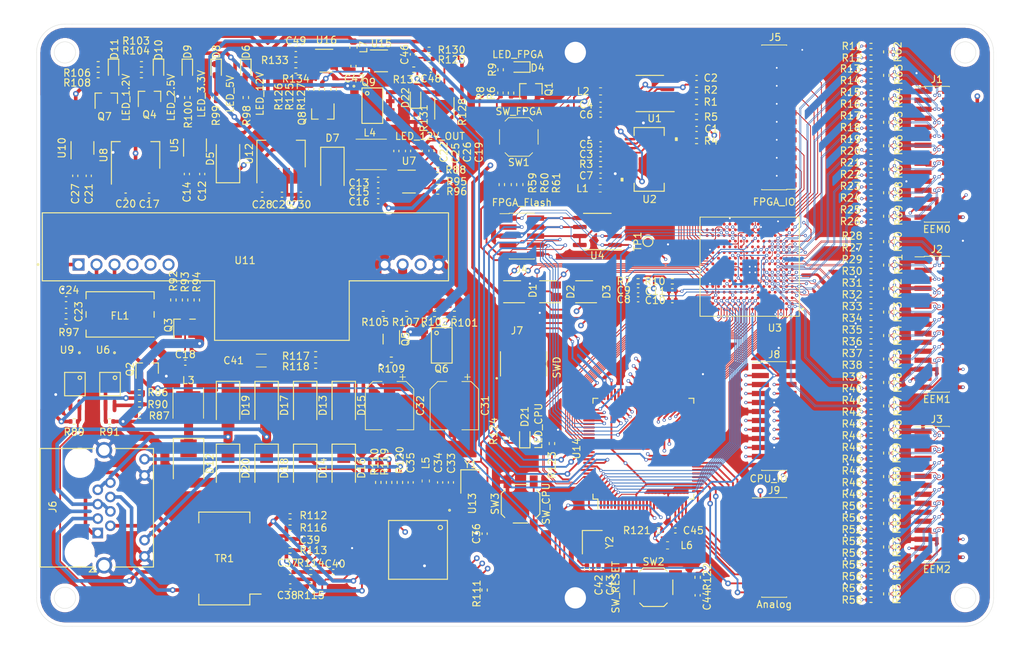
<source format=kicad_pcb>
(kicad_pcb (version 20171130) (host pcbnew 5.1.10-88a1d61d58~88~ubuntu20.04.1)

  (general
    (thickness 1.6)
    (drawings 20)
    (tracks 4004)
    (zones 0)
    (modules 254)
    (nets 306)
  )

  (page A4)
  (layers
    (0 F.Cu signal)
    (1 In1.Cu signal)
    (2 In2.Cu power)
    (31 B.Cu signal)
    (32 B.Adhes user)
    (33 F.Adhes user)
    (34 B.Paste user)
    (35 F.Paste user)
    (36 B.SilkS user)
    (37 F.SilkS user)
    (38 B.Mask user)
    (39 F.Mask user)
    (40 Dwgs.User user)
    (41 Cmts.User user)
    (42 Eco1.User user)
    (43 Eco2.User user)
    (44 Edge.Cuts user)
    (45 Margin user)
    (46 B.CrtYd user)
    (47 F.CrtYd user)
    (48 B.Fab user)
    (49 F.Fab user)
  )

  (setup
    (last_trace_width 0.254)
    (user_trace_width 0.0889)
    (user_trace_width 0.1016)
    (user_trace_width 0.127)
    (user_trace_width 0.254)
    (user_trace_width 0.508)
    (user_trace_width 0.762)
    (user_trace_width 1.016)
    (user_trace_width 1.27)
    (trace_clearance 0.0889)
    (zone_clearance 0.508)
    (zone_45_only no)
    (trace_min 0.0889)
    (via_size 0.8)
    (via_drill 0.4)
    (via_min_size 0.4)
    (via_min_drill 0.2)
    (user_via 0.4 0.2)
    (user_via 0.45 0.25)
    (user_via 0.5 0.3)
    (user_via 4.199999 4)
    (uvia_size 0.3)
    (uvia_drill 0.1)
    (uvias_allowed no)
    (uvia_min_size 0.2)
    (uvia_min_drill 0.1)
    (edge_width 0.05)
    (segment_width 0.127)
    (pcb_text_width 0.3)
    (pcb_text_size 1.5 1.5)
    (mod_edge_width 0.1524)
    (mod_text_size 1.016 1.016)
    (mod_text_width 0.1524)
    (pad_size 1.524 1.524)
    (pad_drill 0.762)
    (pad_to_mask_clearance 0)
    (solder_mask_min_width 0.00254)
    (aux_axis_origin 0 0)
    (grid_origin 210 57)
    (visible_elements FFFFFF7F)
    (pcbplotparams
      (layerselection 0x010fc_ffffffff)
      (usegerberextensions false)
      (usegerberattributes true)
      (usegerberadvancedattributes true)
      (creategerberjobfile true)
      (excludeedgelayer true)
      (linewidth 0.100000)
      (plotframeref false)
      (viasonmask false)
      (mode 1)
      (useauxorigin false)
      (hpglpennumber 1)
      (hpglpenspeed 20)
      (hpglpendiameter 15.000000)
      (psnegative false)
      (psa4output false)
      (plotreference true)
      (plotvalue true)
      (plotinvisibletext false)
      (padsonsilk false)
      (subtractmaskfromsilk false)
      (outputformat 1)
      (mirror false)
      (drillshape 1)
      (scaleselection 1)
      (outputdirectory ""))
  )

  (net 0 "")
  (net 1 "Net-(C1-Pad1)")
  (net 2 GND)
  (net 3 "Net-(C2-Pad1)")
  (net 4 /HighSpeedADC/+5VA)
  (net 5 /FPGA/GNDPLL0)
  (net 6 /FPGA/VCCPLL0)
  (net 7 /FPGA/GNDPLL1)
  (net 8 /FPGA/VCCPLL1)
  (net 9 +12V_OUT)
  (net 10 /CurrentSenser/12V_CURRENT)
  (net 11 /Power/+6V5)
  (net 12 +12V)
  (net 13 +3V3)
  (net 14 "Net-(C24-Pad1)")
  (net 15 +2V5)
  (net 16 +1V2)
  (net 17 +5V)
  (net 18 "Net-(C38-Pad1)")
  (net 19 "Net-(C40-Pad1)")
  (net 20 "Net-(C41-Pad1)")
  (net 21 /Ethernet/+3V3A)
  (net 22 "Net-(C44-Pad2)")
  (net 23 "Net-(C46-Pad1)")
  (net 24 /MCU/+3V3A)
  (net 25 +3V3MP)
  (net 26 "Net-(D4-Pad2)")
  (net 27 "Net-(D4-Pad1)")
  (net 28 "Net-(D9-Pad2)")
  (net 29 "Net-(D10-Pad2)")
  (net 30 "Net-(D11-Pad2)")
  (net 31 "Net-(D13-Pad2)")
  (net 32 /Ethernet/POE_VC-)
  (net 33 /Ethernet/POE_VC+)
  (net 34 "Net-(D15-Pad2)")
  (net 35 "Net-(D17-Pad2)")
  (net 36 "Net-(D19-Pad2)")
  (net 37 "Net-(D21-Pad2)")
  (net 38 /FPGA_IO1)
  (net 39 /FPGA_IO3)
  (net 40 /FPGA_IO5)
  (net 41 /FPGA_IO7)
  (net 42 /FPGA_IO9)
  (net 43 /FPGA_IO11)
  (net 44 /FPGA_IO13)
  (net 45 /FPGA_IO15)
  (net 46 /FPGA_IO14)
  (net 47 /FPGA_IO12)
  (net 48 /FPGA_IO10)
  (net 49 /FPGA_IO8)
  (net 50 /FPGA_IO6)
  (net 51 /FPGA_IO4)
  (net 52 /FPGA_IO2)
  (net 53 /FPGA_IO0)
  (net 54 /MCU/CPU_SWCLK)
  (net 55 /MCU/CPU_SWDIO)
  (net 56 /MCU/CPU_UART4_TX)
  (net 57 /MCU/CPU_UART4_RX)
  (net 58 /MCU/CPU_PWM_CH1)
  (net 59 /MCU/CPU_PWM_CH2)
  (net 60 /MCU/CPU_PWM_CH3)
  (net 61 /MCU/CPU_PWM_CH4)
  (net 62 /MCU/CPU_IIC2_SDA)
  (net 63 /MCU/CPU_IIC2_SCL)
  (net 64 /MCU/CPU_UART1_RX)
  (net 65 /MCU/CPU_UART1_TX)
  (net 66 /MCU/CPU_SPI2_MOSI)
  (net 67 /MCU/CPU_SPI2_MISO)
  (net 68 /MCU/CPU_SPI2_SCK)
  (net 69 /MCU/CPU_SPI2_CS)
  (net 70 /MCU/CPU_DAC1)
  (net 71 /MCU/CPU_DAC0)
  (net 72 /MCU/CPU_ADC7)
  (net 73 /MCU/CPU_ADC6)
  (net 74 /MCU/CPU_ADC5)
  (net 75 /MCU/CPU_ADC4)
  (net 76 /MCU/CPU_ADC3)
  (net 77 /MCU/CPU_ADC2)
  (net 78 /MCU/CPU_ADC1)
  (net 79 /MCU/CPU_ADC0)
  (net 80 /CurrentSenser/12V_SW)
  (net 81 "Net-(Q1-Pad1)")
  (net 82 "Net-(Q2-Pad3)")
  (net 83 /MCU/CPU_RESET)
  (net 84 "Net-(Q7-Pad1)")
  (net 85 "Net-(R1-Pad1)")
  (net 86 "Net-(R2-Pad1)")
  (net 87 "Net-(R4-Pad1)")
  (net 88 "Net-(R5-Pad2)")
  (net 89 /MCU/CPU_POE_AT_EVENT)
  (net 90 /MCU/CPU_POE_SRC_STATUS)
  (net 91 /Ethernet/RJ45_LED_G)
  (net 92 /Ethernet/RJ45_LED_Y)
  (net 93 "Net-(TP1-Pad1)")
  (net 94 "Net-(C3-Pad1)")
  (net 95 /CurrentSenser/+3V3A)
  (net 96 /EEM0_IIC_SCL)
  (net 97 /EEM0_IIC_SDA)
  (net 98 /EEM1_IIC_SCL)
  (net 99 /EEM1_IIC_SDA)
  (net 100 /EEM2_IIC_SCL)
  (net 101 /EEM2_IIC_SDA)
  (net 102 /EEM0_7_N)
  (net 103 /EEM0_6_P)
  (net 104 /EEM0_5_N)
  (net 105 /EEM0_4_P)
  (net 106 /EEM0_3_N)
  (net 107 /EEM0_2_P)
  (net 108 /EEM0_1_N)
  (net 109 /EEM0_0_P)
  (net 110 /EEM0_7_P)
  (net 111 /EEM0_6_N)
  (net 112 /EEM0_5_P)
  (net 113 /EEM0_4_N)
  (net 114 /EEM0_3_P)
  (net 115 /EEM0_2_N)
  (net 116 /EEM0_1_P)
  (net 117 /EEM0_0_N)
  (net 118 /EEM1_7_N)
  (net 119 /EEM1_6_P)
  (net 120 /EEM1_5_N)
  (net 121 /EEM1_4_P)
  (net 122 /EEM1_3_N)
  (net 123 /EEM1_2_P)
  (net 124 /EEM1_1_N)
  (net 125 /EEM1_0_P)
  (net 126 /EEM1_7_P)
  (net 127 /EEM1_6_N)
  (net 128 /EEM1_5_P)
  (net 129 /EEM1_4_N)
  (net 130 /EEM1_3_P)
  (net 131 /EEM1_2_N)
  (net 132 /EEM1_1_P)
  (net 133 /EEM1_0_N)
  (net 134 /EEM2_7_N)
  (net 135 /EEM2_6_P)
  (net 136 /EEM2_5_N)
  (net 137 /EEM2_4_P)
  (net 138 /EEM2_3_N)
  (net 139 /EEM2_2_P)
  (net 140 /EEM2_1_N)
  (net 141 /EEM2_0_P)
  (net 142 /EEM2_7_P)
  (net 143 /EEM2_6_N)
  (net 144 /EEM2_5_P)
  (net 145 /EEM2_4_N)
  (net 146 /EEM2_3_P)
  (net 147 /EEM2_2_N)
  (net 148 /EEM2_1_P)
  (net 149 /EEM2_0_N)
  (net 150 /CDONE)
  (net 151 /CRESET)
  (net 152 /SPI_CS)
  (net 153 /ENC_INT)
  (net 154 /ADC_D0)
  (net 155 /ADC_D1)
  (net 156 /ADC_D2)
  (net 157 /ADC_D3)
  (net 158 /ADC_D4)
  (net 159 /ADC_D5)
  (net 160 /ADC_D6)
  (net 161 /ADC_D7)
  (net 162 /ADC_CLK)
  (net 163 /FSMC_CLK)
  (net 164 /FSMC_D15)
  (net 165 /FSMC_D9)
  (net 166 /FSMC_D10)
  (net 167 /FSMC_D0)
  (net 168 /FSMC_A7)
  (net 169 /FSMC_NL)
  (net 170 /FSMC_NBL0)
  (net 171 /FSMC_D6)
  (net 172 /FSMC_D7)
  (net 173 /FSMC_D5)
  (net 174 /FSMC_D1)
  (net 175 /FSMC_A3)
  (net 176 /FSMC_A1)
  (net 177 /FSMC_NWAIT)
  (net 178 /FSMC_NOE)
  (net 179 /FSMC_D12)
  (net 180 /FSMC_D8)
  (net 181 /FSMC_D3)
  (net 182 /FSMC_A4)
  (net 183 /FSMC_A6)
  (net 184 /FSMC_A0)
  (net 185 /FSMC_NBL1)
  (net 186 /FSMC_D14)
  (net 187 /FSMC_D11)
  (net 188 /FSMC_D4)
  (net 189 /FSMC_A2)
  (net 190 /FSMC_D13)
  (net 191 /FSMC_D2)
  (net 192 /FSMC_A5)
  (net 193 /FSMC_NE1)
  (net 194 /FSMC_NWE)
  (net 195 /CSBSEL0)
  (net 196 /SPI_MOSI)
  (net 197 /SPI_MISO)
  (net 198 /CSBSEL1)
  (net 199 /SPI_SCK)
  (net 200 /SPI_ENC_CS)
  (net 201 "Net-(C5-Pad2)")
  (net 202 "Net-(C7-Pad2)")
  (net 203 "Net-(C18-Pad2)")
  (net 204 "Net-(C18-Pad1)")
  (net 205 "Net-(C19-Pad2)")
  (net 206 "Net-(C19-Pad1)")
  (net 207 "Net-(C23-Pad2)")
  (net 208 "Net-(C31-Pad1)")
  (net 209 "Net-(C33-Pad1)")
  (net 210 "Net-(C34-Pad1)")
  (net 211 "Net-(C36-Pad2)")
  (net 212 "Net-(C37-Pad2)")
  (net 213 "Net-(C37-Pad1)")
  (net 214 "Net-(C38-Pad2)")
  (net 215 "Net-(C39-Pad1)")
  (net 216 "Net-(C42-Pad1)")
  (net 217 "Net-(C43-Pad1)")
  (net 218 "Net-(D6-Pad2)")
  (net 219 "Net-(D8-Pad2)")
  (net 220 "Net-(D10-Pad1)")
  (net 221 "Net-(D11-Pad1)")
  (net 222 "Net-(D21-Pad1)")
  (net 223 "Net-(D22-Pad1)")
  (net 224 "Net-(Q3-Pad1)")
  (net 225 "Net-(Q4-Pad1)")
  (net 226 "Net-(Q5-Pad6)")
  (net 227 "Net-(Q5-Pad2)")
  (net 228 "Net-(Q5-Pad3)")
  (net 229 "Net-(Q8-Pad3)")
  (net 230 "Net-(Q8-Pad1)")
  (net 231 "Net-(R87-Pad1)")
  (net 232 "Net-(R132-Pad2)")
  (net 233 "Net-(U11-Pad3)")
  (net 234 "Net-(U15-Pad3)")
  (net 235 "Net-(C46-Pad2)")
  (net 236 "Net-(D22-Pad2)")
  (net 237 HSADC_IN)
  (net 238 "Net-(J6-Pad12)")
  (net 239 "Net-(J6-Pad10)")
  (net 240 "Net-(J6-Pad6)")
  (net 241 "Net-(J6-Pad2)")
  (net 242 "Net-(J6-Pad3)")
  (net 243 "Net-(J6-Pad1)")
  (net 244 "Net-(R86-Pad2)")
  (net 245 "Net-(R88-Pad1)")
  (net 246 "Net-(R95-Pad1)")
  (net 247 "Net-(R97-Pad2)")
  (net 248 "Net-(R110-Pad1)")
  (net 249 "Net-(R112-Pad1)")
  (net 250 "Net-(R113-Pad2)")
  (net 251 "Net-(R123-Pad1)")
  (net 252 "Net-(R133-Pad2)")
  (net 253 "Net-(SW3-Pad2)")
  (net 254 /FPGA/LVDS0_0_P)
  (net 255 /FPGA/LVDS0_0_N)
  (net 256 /FPGA/LVDS0_1_P)
  (net 257 /FPGA/LVDS0_1_N)
  (net 258 /FPGA/LVDS0_2_P)
  (net 259 /FPGA/LVDS0_2_N)
  (net 260 /FPGA/LVDS0_3_P)
  (net 261 /FPGA/LVDS0_3_N)
  (net 262 /FPGA/LVDS0_4_P)
  (net 263 /FPGA/LVDS0_4_N)
  (net 264 /FPGA/LVDS0_5_P)
  (net 265 /FPGA/LVDS0_5_N)
  (net 266 /FPGA/LVDS0_6_P)
  (net 267 /FPGA/LVDS0_6_N)
  (net 268 /FPGA/LVDS0_7_P)
  (net 269 /FPGA/LVDS0_7_N)
  (net 270 /FPGA/LVDS1_0_P)
  (net 271 /FPGA/LVDS1_0_N)
  (net 272 /FPGA/LVDS1_1_P)
  (net 273 /FPGA/LVDS1_1_N)
  (net 274 /FPGA/LVDS1_2_P)
  (net 275 /FPGA/LVDS1_2_N)
  (net 276 /FPGA/LVDS1_3_P)
  (net 277 /FPGA/LVDS1_3_N)
  (net 278 /FPGA/LVDS1_4_P)
  (net 279 /FPGA/LVDS1_4_N)
  (net 280 /FPGA/LVDS1_5_P)
  (net 281 /FPGA/LVDS1_5_N)
  (net 282 /FPGA/LVDS1_6_P)
  (net 283 /FPGA/LVDS1_6_N)
  (net 284 /FPGA/LVDS1_7_P)
  (net 285 /FPGA/LVDS1_7_N)
  (net 286 /FPGA/LVDS2_0_P)
  (net 287 /FPGA/LVDS2_0_N)
  (net 288 /FPGA/LVDS2_1_P)
  (net 289 /FPGA/LVDS2_1_N)
  (net 290 /FPGA/LVDS2_2_P)
  (net 291 /FPGA/LVDS2_2_N)
  (net 292 /FPGA/LVDS2_3_P)
  (net 293 /FPGA/LVDS2_3_N)
  (net 294 /FPGA/LVDS2_4_P)
  (net 295 /FPGA/LVDS2_4_N)
  (net 296 /FPGA/LVDS2_5_P)
  (net 297 /FPGA/LVDS2_5_N)
  (net 298 /FPGA/LVDS2_6_P)
  (net 299 /FPGA/LVDS2_6_N)
  (net 300 /FPGA/LVDS2_7_P)
  (net 301 /FPGA/LVDS2_7_N)
  (net 302 /FPGA/FPGA_LED)
  (net 303 /FPGA/FPGA_KEY)
  (net 304 /IIC_SCL)
  (net 305 /IIC_SDA)

  (net_class Default "This is the default net class."
    (clearance 0.0889)
    (trace_width 0.25)
    (via_dia 0.8)
    (via_drill 0.4)
    (uvia_dia 0.3)
    (uvia_drill 0.1)
    (diff_pair_width 0.0889)
    (diff_pair_gap 0.1016)
    (add_net +12V)
    (add_net +12V_OUT)
    (add_net +1V2)
    (add_net +2V5)
    (add_net +3V3)
    (add_net +3V3MP)
    (add_net +5V)
    (add_net /ADC_CLK)
    (add_net /ADC_D0)
    (add_net /ADC_D1)
    (add_net /ADC_D2)
    (add_net /ADC_D3)
    (add_net /ADC_D4)
    (add_net /ADC_D5)
    (add_net /ADC_D6)
    (add_net /ADC_D7)
    (add_net /CDONE)
    (add_net /CRESET)
    (add_net /CSBSEL0)
    (add_net /CSBSEL1)
    (add_net /CurrentSenser/+3V3A)
    (add_net /CurrentSenser/12V_CURRENT)
    (add_net /CurrentSenser/12V_SW)
    (add_net /EEM0_0_N)
    (add_net /EEM0_0_P)
    (add_net /EEM0_1_N)
    (add_net /EEM0_1_P)
    (add_net /EEM0_2_N)
    (add_net /EEM0_2_P)
    (add_net /EEM0_3_N)
    (add_net /EEM0_3_P)
    (add_net /EEM0_4_N)
    (add_net /EEM0_4_P)
    (add_net /EEM0_5_N)
    (add_net /EEM0_5_P)
    (add_net /EEM0_6_N)
    (add_net /EEM0_6_P)
    (add_net /EEM0_7_N)
    (add_net /EEM0_7_P)
    (add_net /EEM0_IIC_SCL)
    (add_net /EEM0_IIC_SDA)
    (add_net /EEM1_0_N)
    (add_net /EEM1_0_P)
    (add_net /EEM1_1_N)
    (add_net /EEM1_1_P)
    (add_net /EEM1_2_N)
    (add_net /EEM1_2_P)
    (add_net /EEM1_3_N)
    (add_net /EEM1_3_P)
    (add_net /EEM1_4_N)
    (add_net /EEM1_4_P)
    (add_net /EEM1_5_N)
    (add_net /EEM1_5_P)
    (add_net /EEM1_6_N)
    (add_net /EEM1_6_P)
    (add_net /EEM1_7_N)
    (add_net /EEM1_7_P)
    (add_net /EEM1_IIC_SCL)
    (add_net /EEM1_IIC_SDA)
    (add_net /EEM2_0_N)
    (add_net /EEM2_0_P)
    (add_net /EEM2_1_N)
    (add_net /EEM2_1_P)
    (add_net /EEM2_2_N)
    (add_net /EEM2_2_P)
    (add_net /EEM2_3_N)
    (add_net /EEM2_3_P)
    (add_net /EEM2_4_N)
    (add_net /EEM2_4_P)
    (add_net /EEM2_5_N)
    (add_net /EEM2_5_P)
    (add_net /EEM2_6_N)
    (add_net /EEM2_6_P)
    (add_net /EEM2_7_N)
    (add_net /EEM2_7_P)
    (add_net /EEM2_IIC_SCL)
    (add_net /EEM2_IIC_SDA)
    (add_net /ENC_INT)
    (add_net /Ethernet/+3V3A)
    (add_net /Ethernet/POE_VC+)
    (add_net /Ethernet/POE_VC-)
    (add_net /Ethernet/RJ45_LED_G)
    (add_net /Ethernet/RJ45_LED_Y)
    (add_net /FPGA/FPGA_KEY)
    (add_net /FPGA/FPGA_LED)
    (add_net /FPGA/GNDPLL0)
    (add_net /FPGA/GNDPLL1)
    (add_net /FPGA/LVDS0_0_N)
    (add_net /FPGA/LVDS0_0_P)
    (add_net /FPGA/LVDS0_1_N)
    (add_net /FPGA/LVDS0_1_P)
    (add_net /FPGA/LVDS0_2_N)
    (add_net /FPGA/LVDS0_2_P)
    (add_net /FPGA/LVDS0_3_N)
    (add_net /FPGA/LVDS0_3_P)
    (add_net /FPGA/LVDS0_4_N)
    (add_net /FPGA/LVDS0_4_P)
    (add_net /FPGA/LVDS0_5_N)
    (add_net /FPGA/LVDS0_5_P)
    (add_net /FPGA/LVDS0_6_N)
    (add_net /FPGA/LVDS0_6_P)
    (add_net /FPGA/LVDS0_7_N)
    (add_net /FPGA/LVDS0_7_P)
    (add_net /FPGA/LVDS1_0_N)
    (add_net /FPGA/LVDS1_0_P)
    (add_net /FPGA/LVDS1_1_N)
    (add_net /FPGA/LVDS1_1_P)
    (add_net /FPGA/LVDS1_2_N)
    (add_net /FPGA/LVDS1_2_P)
    (add_net /FPGA/LVDS1_3_N)
    (add_net /FPGA/LVDS1_3_P)
    (add_net /FPGA/LVDS1_4_N)
    (add_net /FPGA/LVDS1_4_P)
    (add_net /FPGA/LVDS1_5_N)
    (add_net /FPGA/LVDS1_5_P)
    (add_net /FPGA/LVDS1_6_N)
    (add_net /FPGA/LVDS1_6_P)
    (add_net /FPGA/LVDS1_7_N)
    (add_net /FPGA/LVDS1_7_P)
    (add_net /FPGA/LVDS2_0_N)
    (add_net /FPGA/LVDS2_0_P)
    (add_net /FPGA/LVDS2_1_N)
    (add_net /FPGA/LVDS2_1_P)
    (add_net /FPGA/LVDS2_2_N)
    (add_net /FPGA/LVDS2_2_P)
    (add_net /FPGA/LVDS2_3_N)
    (add_net /FPGA/LVDS2_3_P)
    (add_net /FPGA/LVDS2_4_N)
    (add_net /FPGA/LVDS2_4_P)
    (add_net /FPGA/LVDS2_5_N)
    (add_net /FPGA/LVDS2_5_P)
    (add_net /FPGA/LVDS2_6_N)
    (add_net /FPGA/LVDS2_6_P)
    (add_net /FPGA/LVDS2_7_N)
    (add_net /FPGA/LVDS2_7_P)
    (add_net /FPGA/VCCPLL0)
    (add_net /FPGA/VCCPLL1)
    (add_net /FPGA_IO0)
    (add_net /FPGA_IO1)
    (add_net /FPGA_IO10)
    (add_net /FPGA_IO11)
    (add_net /FPGA_IO12)
    (add_net /FPGA_IO13)
    (add_net /FPGA_IO14)
    (add_net /FPGA_IO15)
    (add_net /FPGA_IO2)
    (add_net /FPGA_IO3)
    (add_net /FPGA_IO4)
    (add_net /FPGA_IO5)
    (add_net /FPGA_IO6)
    (add_net /FPGA_IO7)
    (add_net /FPGA_IO8)
    (add_net /FPGA_IO9)
    (add_net /FSMC_A0)
    (add_net /FSMC_A1)
    (add_net /FSMC_A2)
    (add_net /FSMC_A3)
    (add_net /FSMC_A4)
    (add_net /FSMC_A5)
    (add_net /FSMC_A6)
    (add_net /FSMC_A7)
    (add_net /FSMC_CLK)
    (add_net /FSMC_D0)
    (add_net /FSMC_D1)
    (add_net /FSMC_D10)
    (add_net /FSMC_D11)
    (add_net /FSMC_D12)
    (add_net /FSMC_D13)
    (add_net /FSMC_D14)
    (add_net /FSMC_D15)
    (add_net /FSMC_D2)
    (add_net /FSMC_D3)
    (add_net /FSMC_D4)
    (add_net /FSMC_D5)
    (add_net /FSMC_D6)
    (add_net /FSMC_D7)
    (add_net /FSMC_D8)
    (add_net /FSMC_D9)
    (add_net /FSMC_NBL0)
    (add_net /FSMC_NBL1)
    (add_net /FSMC_NE1)
    (add_net /FSMC_NL)
    (add_net /FSMC_NOE)
    (add_net /FSMC_NWAIT)
    (add_net /FSMC_NWE)
    (add_net /HighSpeedADC/+5VA)
    (add_net /IIC_SCL)
    (add_net /IIC_SDA)
    (add_net /MCU/+3V3A)
    (add_net /MCU/CPU_ADC0)
    (add_net /MCU/CPU_ADC1)
    (add_net /MCU/CPU_ADC2)
    (add_net /MCU/CPU_ADC3)
    (add_net /MCU/CPU_ADC4)
    (add_net /MCU/CPU_ADC5)
    (add_net /MCU/CPU_ADC6)
    (add_net /MCU/CPU_ADC7)
    (add_net /MCU/CPU_DAC0)
    (add_net /MCU/CPU_DAC1)
    (add_net /MCU/CPU_IIC2_SCL)
    (add_net /MCU/CPU_IIC2_SDA)
    (add_net /MCU/CPU_POE_AT_EVENT)
    (add_net /MCU/CPU_POE_SRC_STATUS)
    (add_net /MCU/CPU_PWM_CH1)
    (add_net /MCU/CPU_PWM_CH2)
    (add_net /MCU/CPU_PWM_CH3)
    (add_net /MCU/CPU_PWM_CH4)
    (add_net /MCU/CPU_RESET)
    (add_net /MCU/CPU_SPI2_CS)
    (add_net /MCU/CPU_SPI2_MISO)
    (add_net /MCU/CPU_SPI2_MOSI)
    (add_net /MCU/CPU_SPI2_SCK)
    (add_net /MCU/CPU_SWCLK)
    (add_net /MCU/CPU_SWDIO)
    (add_net /MCU/CPU_UART1_RX)
    (add_net /MCU/CPU_UART1_TX)
    (add_net /MCU/CPU_UART4_RX)
    (add_net /MCU/CPU_UART4_TX)
    (add_net /Power/+6V5)
    (add_net /SPI_CS)
    (add_net /SPI_ENC_CS)
    (add_net /SPI_MISO)
    (add_net /SPI_MOSI)
    (add_net /SPI_SCK)
    (add_net GND)
    (add_net HSADC_IN)
    (add_net "Net-(C1-Pad1)")
    (add_net "Net-(C18-Pad1)")
    (add_net "Net-(C18-Pad2)")
    (add_net "Net-(C19-Pad1)")
    (add_net "Net-(C19-Pad2)")
    (add_net "Net-(C2-Pad1)")
    (add_net "Net-(C23-Pad2)")
    (add_net "Net-(C24-Pad1)")
    (add_net "Net-(C3-Pad1)")
    (add_net "Net-(C31-Pad1)")
    (add_net "Net-(C33-Pad1)")
    (add_net "Net-(C34-Pad1)")
    (add_net "Net-(C36-Pad2)")
    (add_net "Net-(C37-Pad1)")
    (add_net "Net-(C37-Pad2)")
    (add_net "Net-(C38-Pad1)")
    (add_net "Net-(C38-Pad2)")
    (add_net "Net-(C39-Pad1)")
    (add_net "Net-(C40-Pad1)")
    (add_net "Net-(C41-Pad1)")
    (add_net "Net-(C42-Pad1)")
    (add_net "Net-(C43-Pad1)")
    (add_net "Net-(C44-Pad2)")
    (add_net "Net-(C46-Pad1)")
    (add_net "Net-(C46-Pad2)")
    (add_net "Net-(C5-Pad2)")
    (add_net "Net-(C7-Pad2)")
    (add_net "Net-(D10-Pad1)")
    (add_net "Net-(D10-Pad2)")
    (add_net "Net-(D11-Pad1)")
    (add_net "Net-(D11-Pad2)")
    (add_net "Net-(D13-Pad2)")
    (add_net "Net-(D15-Pad2)")
    (add_net "Net-(D17-Pad2)")
    (add_net "Net-(D19-Pad2)")
    (add_net "Net-(D21-Pad1)")
    (add_net "Net-(D21-Pad2)")
    (add_net "Net-(D22-Pad1)")
    (add_net "Net-(D22-Pad2)")
    (add_net "Net-(D4-Pad1)")
    (add_net "Net-(D4-Pad2)")
    (add_net "Net-(D6-Pad2)")
    (add_net "Net-(D8-Pad2)")
    (add_net "Net-(D9-Pad2)")
    (add_net "Net-(J6-Pad1)")
    (add_net "Net-(J6-Pad10)")
    (add_net "Net-(J6-Pad12)")
    (add_net "Net-(J6-Pad2)")
    (add_net "Net-(J6-Pad3)")
    (add_net "Net-(J6-Pad6)")
    (add_net "Net-(Q1-Pad1)")
    (add_net "Net-(Q2-Pad3)")
    (add_net "Net-(Q3-Pad1)")
    (add_net "Net-(Q4-Pad1)")
    (add_net "Net-(Q5-Pad2)")
    (add_net "Net-(Q5-Pad3)")
    (add_net "Net-(Q5-Pad6)")
    (add_net "Net-(Q7-Pad1)")
    (add_net "Net-(Q8-Pad1)")
    (add_net "Net-(Q8-Pad3)")
    (add_net "Net-(R1-Pad1)")
    (add_net "Net-(R110-Pad1)")
    (add_net "Net-(R112-Pad1)")
    (add_net "Net-(R113-Pad2)")
    (add_net "Net-(R123-Pad1)")
    (add_net "Net-(R132-Pad2)")
    (add_net "Net-(R133-Pad2)")
    (add_net "Net-(R2-Pad1)")
    (add_net "Net-(R4-Pad1)")
    (add_net "Net-(R5-Pad2)")
    (add_net "Net-(R86-Pad2)")
    (add_net "Net-(R87-Pad1)")
    (add_net "Net-(R88-Pad1)")
    (add_net "Net-(R95-Pad1)")
    (add_net "Net-(R97-Pad2)")
    (add_net "Net-(SW3-Pad2)")
    (add_net "Net-(TP1-Pad1)")
    (add_net "Net-(U11-Pad3)")
    (add_net "Net-(U15-Pad3)")
  )

  (module Capacitor_SMD:C_0402_1005Metric (layer F.Cu) (tedit 5F68FEEE) (tstamp 60D13E4F)
    (at 156.64 129.888 270)
    (descr "Capacitor SMD 0402 (1005 Metric), square (rectangular) end terminal, IPC_7351 nominal, (Body size source: IPC-SM-782 page 76, https://www.pcb-3d.com/wordpress/wp-content/uploads/ipc-sm-782a_amendment_1_and_2.pdf), generated with kicad-footprint-generator")
    (tags capacitor)
    (path /60C2FDBB/618C8494)
    (attr smd)
    (fp_text reference C42 (at 2.3 -1.67 90) (layer F.SilkS)
      (effects (font (size 1.016 1.016) (thickness 0.1524)))
    )
    (fp_text value 22pF (at 0 1.16 90) (layer F.SilkS) hide
      (effects (font (size 1 1) (thickness 0.15)))
    )
    (fp_line (start 0.91 0.46) (end -0.91 0.46) (layer F.CrtYd) (width 0.05))
    (fp_line (start 0.91 -0.46) (end 0.91 0.46) (layer F.CrtYd) (width 0.05))
    (fp_line (start -0.91 -0.46) (end 0.91 -0.46) (layer F.CrtYd) (width 0.05))
    (fp_line (start -0.91 0.46) (end -0.91 -0.46) (layer F.CrtYd) (width 0.05))
    (fp_line (start -0.107836 0.36) (end 0.107836 0.36) (layer F.SilkS) (width 0.1524))
    (fp_line (start -0.107836 -0.36) (end 0.107836 -0.36) (layer F.SilkS) (width 0.1524))
    (fp_line (start 0.5 0.25) (end -0.5 0.25) (layer F.Fab) (width 0.15))
    (fp_line (start 0.5 -0.25) (end 0.5 0.25) (layer F.Fab) (width 0.15))
    (fp_line (start -0.5 -0.25) (end 0.5 -0.25) (layer F.Fab) (width 0.15))
    (fp_line (start -0.5 0.25) (end -0.5 -0.25) (layer F.Fab) (width 0.15))
    (fp_text user %R (at 0 0 90) (layer F.Fab) hide
      (effects (font (size 1 1) (thickness 0.15)))
    )
    (pad 2 smd roundrect (at 0.48 0 270) (size 0.56 0.62) (layers F.Cu F.Paste F.Mask) (roundrect_rratio 0.25)
      (net 2 GND))
    (pad 1 smd roundrect (at -0.48 0 270) (size 0.56 0.62) (layers F.Cu F.Paste F.Mask) (roundrect_rratio 0.25)
      (net 216 "Net-(C42-Pad1)"))
    (model ${KISYS3DMOD}/Capacitor_SMD.3dshapes/C_0402_1005Metric.wrl
      (at (xyz 0 0 0))
      (scale (xyz 1 1 1))
      (rotate (xyz 0 0 0))
    )
  )

  (module TestAutomation:iCE40-BGA256C80P16X16_1400X1400X170 (layer F.Cu) (tedit 60D04091) (tstamp 60D2846B)
    (at 179.592 87.249 180)
    (path /60C0E996/623CB106)
    (clearance 0.05)
    (fp_text reference U3 (at -3.559775 -8.646615) (layer F.SilkS)
      (effects (font (size 1 1) (thickness 0.15)))
    )
    (fp_text value ICE40HX8K-CT256 (at 11.703105 8.648415) (layer F.Fab) hide
      (effects (font (size 1.001551 1.001551) (thickness 0.015)))
    )
    (fp_circle (center -7.5 -6) (end -7.4 -6) (layer F.SilkS) (width 0.2))
    (fp_circle (center -6 -6) (end -5.9 -6) (layer F.Fab) (width 0.2))
    (fp_line (start 7 7) (end -7 7) (layer F.Fab) (width 0.127))
    (fp_line (start 7 -7) (end -7 -7) (layer F.Fab) (width 0.127))
    (fp_line (start 7 7) (end -7 7) (layer F.SilkS) (width 0.127))
    (fp_line (start 7 -7) (end -7 -7) (layer F.SilkS) (width 0.127))
    (fp_line (start 7 7) (end 7 -7) (layer F.Fab) (width 0.127))
    (fp_line (start -7 7) (end -7 -7) (layer F.Fab) (width 0.127))
    (fp_line (start 7 7) (end 7 -7) (layer F.SilkS) (width 0.127))
    (fp_line (start -7 7) (end -7 -7) (layer F.SilkS) (width 0.127))
    (fp_line (start -7.25 7.25) (end 7.25 7.25) (layer F.CrtYd) (width 0.05))
    (fp_line (start -7.25 -7.25) (end 7.25 -7.25) (layer F.CrtYd) (width 0.05))
    (fp_line (start -7.25 7.25) (end -7.25 -7.25) (layer F.CrtYd) (width 0.05))
    (fp_line (start 7.25 7.25) (end 7.25 -7.25) (layer F.CrtYd) (width 0.05))
    (pad A1 smd circle (at -6 -6 180) (size 0.41 0.41) (layers F.Cu F.Paste F.Mask)
      (net 188 /FSMC_D4))
    (pad A2 smd circle (at -5.2 -6 180) (size 0.41 0.41) (layers F.Cu F.Paste F.Mask)
      (net 173 /FSMC_D5))
    (pad A3 smd circle (at -4.4 -6 180) (size 0.41 0.41) (layers F.Cu F.Paste F.Mask)
      (net 13 +3V3))
    (pad A4 smd circle (at -3.6 -6 180) (size 0.41 0.41) (layers F.Cu F.Paste F.Mask)
      (net 2 GND))
    (pad A5 smd circle (at -2.8 -6 180) (size 0.41 0.41) (layers F.Cu F.Paste F.Mask)
      (net 165 /FSMC_D9))
    (pad A6 smd circle (at -2 -6 180) (size 0.41 0.41) (layers F.Cu F.Paste F.Mask)
      (net 187 /FSMC_D11))
    (pad A7 smd circle (at -1.2 -6 180) (size 0.41 0.41) (layers F.Cu F.Paste F.Mask)
      (net 190 /FSMC_D13))
    (pad A8 smd circle (at -0.4 -6 180) (size 0.41 0.41) (layers F.Cu F.Paste F.Mask)
      (net 13 +3V3))
    (pad A9 smd circle (at 0.4 -6 180) (size 0.41 0.41) (layers F.Cu F.Paste F.Mask)
      (net 184 /FSMC_A0))
    (pad A10 smd circle (at 1.2 -6 180) (size 0.41 0.41) (layers F.Cu F.Paste F.Mask)
      (net 189 /FSMC_A2))
    (pad A11 smd circle (at 2 -6 180) (size 0.41 0.41) (layers F.Cu F.Paste F.Mask)
      (net 174 /FSMC_D1))
    (pad A12 smd circle (at 2.8 -6 180) (size 0.41 0.41) (layers F.Cu F.Paste F.Mask)
      (net 2 GND))
    (pad A13 smd circle (at 3.6 -6 180) (size 0.41 0.41) (layers F.Cu F.Paste F.Mask)
      (net 13 +3V3))
    (pad A14 smd circle (at 4.4 -6 180) (size 0.41 0.41) (layers F.Cu F.Paste F.Mask)
      (net 16 +1V2))
    (pad A15 smd circle (at 5.2 -6 180) (size 0.41 0.41) (layers F.Cu F.Paste F.Mask)
      (net 178 /FSMC_NOE))
    (pad A16 smd circle (at 6 -6 180) (size 0.41 0.41) (layers F.Cu F.Paste F.Mask)
      (net 194 /FSMC_NWE))
    (pad B1 smd circle (at -6 -5.2 180) (size 0.41 0.41) (layers F.Cu F.Paste F.Mask)
      (net 283 /FPGA/LVDS1_6_N))
    (pad B2 smd circle (at -5.2 -5.2 180) (size 0.41 0.41) (layers F.Cu F.Paste F.Mask)
      (net 285 /FPGA/LVDS1_7_N))
    (pad B3 smd circle (at -4.4 -5.2 180) (size 0.41 0.41) (layers F.Cu F.Paste F.Mask)
      (net 172 /FSMC_D7))
    (pad B4 smd circle (at -3.6 -5.2 180) (size 0.41 0.41) (layers F.Cu F.Paste F.Mask)
      (net 180 /FSMC_D8))
    (pad B5 smd circle (at -2.8 -5.2 180) (size 0.41 0.41) (layers F.Cu F.Paste F.Mask)
      (net 166 /FSMC_D10))
    (pad B6 smd circle (at -2 -5.2 180) (size 0.41 0.41) (layers F.Cu F.Paste F.Mask)
      (net 179 /FSMC_D12))
    (pad B7 smd circle (at -1.2 -5.2 180) (size 0.41 0.41) (layers F.Cu F.Paste F.Mask)
      (net 186 /FSMC_D14))
    (pad B8 smd circle (at -0.4 -5.2 180) (size 0.41 0.41) (layers F.Cu F.Paste F.Mask)
      (net 164 /FSMC_D15))
    (pad B9 smd circle (at 0.4 -5.2 180) (size 0.41 0.41) (layers F.Cu F.Paste F.Mask)
      (net 176 /FSMC_A1))
    (pad B10 smd circle (at 1.2 -5.2 180) (size 0.41 0.41) (layers F.Cu F.Paste F.Mask)
      (net 167 /FSMC_D0))
    (pad B11 smd circle (at 2 -5.2 180) (size 0.41 0.41) (layers F.Cu F.Paste F.Mask)
      (net 191 /FSMC_D2))
    (pad B12 smd circle (at 2.8 -5.2 180) (size 0.41 0.41) (layers F.Cu F.Paste F.Mask)
      (net 181 /FSMC_D3))
    (pad B13 smd circle (at 3.6 -5.2 180) (size 0.41 0.41) (layers F.Cu F.Paste F.Mask)
      (net 163 /FSMC_CLK))
    (pad B14 smd circle (at 4.4 -5.2 180) (size 0.41 0.41) (layers F.Cu F.Paste F.Mask)
      (net 177 /FSMC_NWAIT))
    (pad B15 smd circle (at 5.2 -5.2 180) (size 0.41 0.41) (layers F.Cu F.Paste F.Mask)
      (net 193 /FSMC_NE1))
    (pad B16 smd circle (at 6 -5.2 180) (size 0.41 0.41) (layers F.Cu F.Paste F.Mask))
    (pad C1 smd circle (at -6 -4.4 180) (size 0.41 0.41) (layers F.Cu F.Paste F.Mask)
      (net 280 /FPGA/LVDS1_5_P))
    (pad C2 smd circle (at -5.2 -4.4 180) (size 0.41 0.41) (layers F.Cu F.Paste F.Mask)
      (net 281 /FPGA/LVDS1_5_N))
    (pad C3 smd circle (at -4.4 -4.4 180) (size 0.41 0.41) (layers F.Cu F.Paste F.Mask)
      (net 171 /FSMC_D6))
    (pad C4 smd circle (at -3.6 -4.4 180) (size 0.41 0.41) (layers F.Cu F.Paste F.Mask))
    (pad C5 smd circle (at -2.8 -4.4 180) (size 0.41 0.41) (layers F.Cu F.Paste F.Mask))
    (pad C6 smd circle (at -2 -4.4 180) (size 0.41 0.41) (layers F.Cu F.Paste F.Mask))
    (pad C7 smd circle (at -1.2 -4.4 180) (size 0.41 0.41) (layers F.Cu F.Paste F.Mask)
      (net 183 /FSMC_A6))
    (pad C8 smd circle (at -0.4 -4.4 180) (size 0.41 0.41) (layers F.Cu F.Paste F.Mask)
      (net 192 /FSMC_A5))
    (pad C9 smd circle (at 0.4 -4.4 180) (size 0.41 0.41) (layers F.Cu F.Paste F.Mask)
      (net 182 /FSMC_A4))
    (pad C10 smd circle (at 1.2 -4.4 180) (size 0.41 0.41) (layers F.Cu F.Paste F.Mask)
      (net 175 /FSMC_A3))
    (pad C11 smd circle (at 2 -4.4 180) (size 0.41 0.41) (layers F.Cu F.Paste F.Mask)
      (net 168 /FSMC_A7))
    (pad C12 smd circle (at 2.8 -4.4 180) (size 0.41 0.41) (layers F.Cu F.Paste F.Mask)
      (net 185 /FSMC_NBL1))
    (pad C13 smd circle (at 3.6 -4.4 180) (size 0.41 0.41) (layers F.Cu F.Paste F.Mask)
      (net 170 /FSMC_NBL0))
    (pad C14 smd circle (at 4.4 -4.4 180) (size 0.41 0.41) (layers F.Cu F.Paste F.Mask)
      (net 169 /FSMC_NL))
    (pad C15 smd circle (at 5.2 -4.4 180) (size 0.41 0.41) (layers F.Cu F.Paste F.Mask)
      (net 13 +3V3))
    (pad C16 smd circle (at 6 -4.4 180) (size 0.41 0.41) (layers F.Cu F.Paste F.Mask)
      (net 305 /IIC_SDA))
    (pad D1 smd circle (at -6 -3.6 180) (size 0.41 0.41) (layers F.Cu F.Paste F.Mask)
      (net 301 /FPGA/LVDS2_7_N))
    (pad D2 smd circle (at -5.2 -3.6 180) (size 0.41 0.41) (layers F.Cu F.Paste F.Mask)
      (net 279 /FPGA/LVDS1_4_N))
    (pad D3 smd circle (at -4.4 -3.6 180) (size 0.41 0.41) (layers F.Cu F.Paste F.Mask))
    (pad D4 smd circle (at -3.6 -3.6 180) (size 0.41 0.41) (layers F.Cu F.Paste F.Mask))
    (pad D5 smd circle (at -2.8 -3.6 180) (size 0.41 0.41) (layers F.Cu F.Paste F.Mask))
    (pad D6 smd circle (at -2 -3.6 180) (size 0.41 0.41) (layers F.Cu F.Paste F.Mask))
    (pad D7 smd circle (at -1.2 -3.6 180) (size 0.41 0.41) (layers F.Cu F.Paste F.Mask))
    (pad D8 smd circle (at -0.4 -3.6 180) (size 0.41 0.41) (layers F.Cu F.Paste F.Mask))
    (pad D9 smd circle (at 0.4 -3.6 180) (size 0.41 0.41) (layers F.Cu F.Paste F.Mask))
    (pad D10 smd circle (at 1.2 -3.6 180) (size 0.41 0.41) (layers F.Cu F.Paste F.Mask))
    (pad D11 smd circle (at 2 -3.6 180) (size 0.41 0.41) (layers F.Cu F.Paste F.Mask))
    (pad D12 smd circle (at 2.8 -3.6 180) (size 0.41 0.41) (layers F.Cu F.Paste F.Mask)
      (net 93 "Net-(TP1-Pad1)"))
    (pad D13 smd circle (at 3.6 -3.6 180) (size 0.41 0.41) (layers F.Cu F.Paste F.Mask))
    (pad D14 smd circle (at 4.4 -3.6 180) (size 0.41 0.41) (layers F.Cu F.Paste F.Mask))
    (pad D15 smd circle (at 5.2 -3.6 180) (size 0.41 0.41) (layers F.Cu F.Paste F.Mask)
      (net 304 /IIC_SCL))
    (pad D16 smd circle (at 6 -3.6 180) (size 0.41 0.41) (layers F.Cu F.Paste F.Mask)
      (net 101 /EEM2_IIC_SDA))
    (pad E1 smd circle (at -6 -2.8 180) (size 0.41 0.41) (layers F.Cu F.Paste F.Mask)
      (net 15 +2V5))
    (pad E2 smd circle (at -5.2 -2.8 180) (size 0.41 0.41) (layers F.Cu F.Paste F.Mask)
      (net 297 /FPGA/LVDS2_5_N))
    (pad E3 smd circle (at -4.4 -2.8 180) (size 0.41 0.41) (layers F.Cu F.Paste F.Mask)
      (net 269 /FPGA/LVDS0_7_N))
    (pad E4 smd circle (at -3.6 -2.8 180) (size 0.41 0.41) (layers F.Cu F.Paste F.Mask)
      (net 284 /FPGA/LVDS1_7_P))
    (pad E5 smd circle (at -2.8 -2.8 180) (size 0.41 0.41) (layers F.Cu F.Paste F.Mask))
    (pad E6 smd circle (at -2 -2.8 180) (size 0.41 0.41) (layers F.Cu F.Paste F.Mask))
    (pad E7 smd circle (at -1.2 -2.8 180) (size 0.41 0.41) (layers F.Cu F.Paste F.Mask)
      (net 7 /FPGA/GNDPLL1))
    (pad E8 smd circle (at -0.4 -2.8 180) (size 0.41 0.41) (layers F.Cu F.Paste F.Mask)
      (net 8 /FPGA/VCCPLL1))
    (pad E9 smd circle (at 0.4 -2.8 180) (size 0.41 0.41) (layers F.Cu F.Paste F.Mask))
    (pad E10 smd circle (at 1.2 -2.8 180) (size 0.41 0.41) (layers F.Cu F.Paste F.Mask))
    (pad E11 smd circle (at 2 -2.8 180) (size 0.41 0.41) (layers F.Cu F.Paste F.Mask))
    (pad E12 smd circle (at 2.8 -2.8 180) (size 0.41 0.41) (layers F.Cu F.Paste F.Mask)
      (net 15 +2V5))
    (pad E13 smd circle (at 3.6 -2.8 180) (size 0.41 0.41) (layers F.Cu F.Paste F.Mask))
    (pad E14 smd circle (at 4.4 -2.8 180) (size 0.41 0.41) (layers F.Cu F.Paste F.Mask))
    (pad E15 smd circle (at 5.2 -2.8 180) (size 0.41 0.41) (layers F.Cu F.Paste F.Mask)
      (net 2 GND))
    (pad E16 smd circle (at 6 -2.8 180) (size 0.41 0.41) (layers F.Cu F.Paste F.Mask)
      (net 100 /EEM2_IIC_SCL))
    (pad F1 smd circle (at -6 -2 180) (size 0.41 0.41) (layers F.Cu F.Paste F.Mask)
      (net 277 /FPGA/LVDS1_3_N))
    (pad F2 smd circle (at -5.2 -2 180) (size 0.41 0.41) (layers F.Cu F.Paste F.Mask)
      (net 267 /FPGA/LVDS0_6_N))
    (pad F3 smd circle (at -4.4 -2 180) (size 0.41 0.41) (layers F.Cu F.Paste F.Mask)
      (net 299 /FPGA/LVDS2_6_N))
    (pad F4 smd circle (at -3.6 -2 180) (size 0.41 0.41) (layers F.Cu F.Paste F.Mask)
      (net 278 /FPGA/LVDS1_4_P))
    (pad F5 smd circle (at -2.8 -2 180) (size 0.41 0.41) (layers F.Cu F.Paste F.Mask)
      (net 282 /FPGA/LVDS1_6_P))
    (pad F6 smd circle (at -2 -2 180) (size 0.41 0.41) (layers F.Cu F.Paste F.Mask)
      (net 16 +1V2))
    (pad F7 smd circle (at -1.2 -2 180) (size 0.41 0.41) (layers F.Cu F.Paste F.Mask))
    (pad F8 smd circle (at -0.4 -2 180) (size 0.41 0.41) (layers F.Cu F.Paste F.Mask)
      (net 13 +3V3))
    (pad F9 smd circle (at 0.4 -2 180) (size 0.41 0.41) (layers F.Cu F.Paste F.Mask))
    (pad F10 smd circle (at 1.2 -2 180) (size 0.41 0.41) (layers F.Cu F.Paste F.Mask)
      (net 16 +1V2))
    (pad F11 smd circle (at 2 -2 180) (size 0.41 0.41) (layers F.Cu F.Paste F.Mask))
    (pad F12 smd circle (at 2.8 -2 180) (size 0.41 0.41) (layers F.Cu F.Paste F.Mask))
    (pad F13 smd circle (at 3.6 -2 180) (size 0.41 0.41) (layers F.Cu F.Paste F.Mask))
    (pad F14 smd circle (at 4.4 -2 180) (size 0.41 0.41) (layers F.Cu F.Paste F.Mask))
    (pad F15 smd circle (at 5.2 -2 180) (size 0.41 0.41) (layers F.Cu F.Paste F.Mask))
    (pad F16 smd circle (at 6 -2 180) (size 0.41 0.41) (layers F.Cu F.Paste F.Mask)
      (net 99 /EEM1_IIC_SDA))
    (pad G1 smd circle (at -6 -1.2 180) (size 0.41 0.41) (layers F.Cu F.Paste F.Mask)
      (net 295 /FPGA/LVDS2_4_N))
    (pad G2 smd circle (at -5.2 -1.2 180) (size 0.41 0.41) (layers F.Cu F.Paste F.Mask)
      (net 265 /FPGA/LVDS0_5_N))
    (pad G3 smd circle (at -4.4 -1.2 180) (size 0.41 0.41) (layers F.Cu F.Paste F.Mask)
      (net 298 /FPGA/LVDS2_6_P))
    (pad G4 smd circle (at -3.6 -1.2 180) (size 0.41 0.41) (layers F.Cu F.Paste F.Mask)
      (net 268 /FPGA/LVDS0_7_P))
    (pad G5 smd circle (at -2.8 -1.2 180) (size 0.41 0.41) (layers F.Cu F.Paste F.Mask)
      (net 300 /FPGA/LVDS2_7_P))
    (pad G6 smd circle (at -2 -1.2 180) (size 0.41 0.41) (layers F.Cu F.Paste F.Mask)
      (net 15 +2V5))
    (pad G7 smd circle (at -1.2 -1.2 180) (size 0.41 0.41) (layers F.Cu F.Paste F.Mask)
      (net 2 GND))
    (pad G8 smd circle (at -0.4 -1.2 180) (size 0.41 0.41) (layers F.Cu F.Paste F.Mask)
      (net 2 GND))
    (pad G9 smd circle (at 0.4 -1.2 180) (size 0.41 0.41) (layers F.Cu F.Paste F.Mask)
      (net 2 GND))
    (pad G10 smd circle (at 1.2 -1.2 180) (size 0.41 0.41) (layers F.Cu F.Paste F.Mask))
    (pad G11 smd circle (at 2 -1.2 180) (size 0.41 0.41) (layers F.Cu F.Paste F.Mask))
    (pad G12 smd circle (at 2.8 -1.2 180) (size 0.41 0.41) (layers F.Cu F.Paste F.Mask))
    (pad G13 smd circle (at 3.6 -1.2 180) (size 0.41 0.41) (layers F.Cu F.Paste F.Mask))
    (pad G14 smd circle (at 4.4 -1.2 180) (size 0.41 0.41) (layers F.Cu F.Paste F.Mask))
    (pad G15 smd circle (at 5.2 -1.2 180) (size 0.41 0.41) (layers F.Cu F.Paste F.Mask))
    (pad G16 smd circle (at 6 -1.2 180) (size 0.41 0.41) (layers F.Cu F.Paste F.Mask)
      (net 98 /EEM1_IIC_SCL))
    (pad H1 smd circle (at -6 -0.4 180) (size 0.41 0.41) (layers F.Cu F.Paste F.Mask)
      (net 275 /FPGA/LVDS1_2_N))
    (pad H2 smd circle (at -5.2 -0.4 180) (size 0.41 0.41) (layers F.Cu F.Paste F.Mask)
      (net 263 /FPGA/LVDS0_4_N))
    (pad H3 smd circle (at -4.4 -0.4 180) (size 0.41 0.41) (layers F.Cu F.Paste F.Mask)
      (net 266 /FPGA/LVDS0_6_P))
    (pad H4 smd circle (at -3.6 -0.4 180) (size 0.41 0.41) (layers F.Cu F.Paste F.Mask)
      (net 264 /FPGA/LVDS0_5_P))
    (pad H5 smd circle (at -2.8 -0.4 180) (size 0.41 0.41) (layers F.Cu F.Paste F.Mask)
      (net 296 /FPGA/LVDS2_5_P))
    (pad H6 smd circle (at -2 -0.4 180) (size 0.41 0.41) (layers F.Cu F.Paste F.Mask)
      (net 276 /FPGA/LVDS1_3_P))
    (pad H7 smd circle (at -1.2 -0.4 180) (size 0.41 0.41) (layers F.Cu F.Paste F.Mask)
      (net 2 GND))
    (pad H8 smd circle (at -0.4 -0.4 180) (size 0.41 0.41) (layers F.Cu F.Paste F.Mask)
      (net 2 GND))
    (pad H9 smd circle (at 0.4 -0.4 180) (size 0.41 0.41) (layers F.Cu F.Paste F.Mask)
      (net 2 GND))
    (pad H10 smd circle (at 1.2 -0.4 180) (size 0.41 0.41) (layers F.Cu F.Paste F.Mask)
      (net 13 +3V3))
    (pad H11 smd circle (at 2 -0.4 180) (size 0.41 0.41) (layers F.Cu F.Paste F.Mask))
    (pad H12 smd circle (at 2.8 -0.4 180) (size 0.41 0.41) (layers F.Cu F.Paste F.Mask))
    (pad H13 smd circle (at 3.6 -0.4 180) (size 0.41 0.41) (layers F.Cu F.Paste F.Mask))
    (pad H14 smd circle (at 4.4 -0.4 180) (size 0.41 0.41) (layers F.Cu F.Paste F.Mask))
    (pad H15 smd circle (at 5.2 -0.4 180) (size 0.41 0.41) (layers F.Cu F.Paste F.Mask)
      (net 13 +3V3))
    (pad H16 smd circle (at 6 -0.4 180) (size 0.41 0.41) (layers F.Cu F.Paste F.Mask)
      (net 97 /EEM0_IIC_SDA))
    (pad J1 smd circle (at -6 0.4 180) (size 0.41 0.41) (layers F.Cu F.Paste F.Mask)
      (net 273 /FPGA/LVDS1_1_N))
    (pad J2 smd circle (at -5.2 0.4 180) (size 0.41 0.41) (layers F.Cu F.Paste F.Mask)
      (net 272 /FPGA/LVDS1_1_P))
    (pad J3 smd circle (at -4.4 0.4 180) (size 0.41 0.41) (layers F.Cu F.Paste F.Mask)
      (net 274 /FPGA/LVDS1_2_P))
    (pad J4 smd circle (at -3.6 0.4 180) (size 0.41 0.41) (layers F.Cu F.Paste F.Mask)
      (net 262 /FPGA/LVDS0_4_P))
    (pad J5 smd circle (at -2.8 0.4 180) (size 0.41 0.41) (layers F.Cu F.Paste F.Mask)
      (net 294 /FPGA/LVDS2_4_P))
    (pad J6 smd circle (at -2 0.4 180) (size 0.41 0.41) (layers F.Cu F.Paste F.Mask)
      (net 15 +2V5))
    (pad J7 smd circle (at -1.2 0.4 180) (size 0.41 0.41) (layers F.Cu F.Paste F.Mask)
      (net 2 GND))
    (pad J8 smd circle (at -0.4 0.4 180) (size 0.41 0.41) (layers F.Cu F.Paste F.Mask)
      (net 2 GND))
    (pad J9 smd circle (at 0.4 0.4 180) (size 0.41 0.41) (layers F.Cu F.Paste F.Mask)
      (net 2 GND))
    (pad J10 smd circle (at 1.2 0.4 180) (size 0.41 0.41) (layers F.Cu F.Paste F.Mask))
    (pad J11 smd circle (at 2 0.4 180) (size 0.41 0.41) (layers F.Cu F.Paste F.Mask))
    (pad J12 smd circle (at 2.8 0.4 180) (size 0.41 0.41) (layers F.Cu F.Paste F.Mask))
    (pad J13 smd circle (at 3.6 0.4 180) (size 0.41 0.41) (layers F.Cu F.Paste F.Mask))
    (pad J14 smd circle (at 4.4 0.4 180) (size 0.41 0.41) (layers F.Cu F.Paste F.Mask))
    (pad J15 smd circle (at 5.2 0.4 180) (size 0.41 0.41) (layers F.Cu F.Paste F.Mask)
      (net 154 /ADC_D0))
    (pad J16 smd circle (at 6 0.4 180) (size 0.41 0.41) (layers F.Cu F.Paste F.Mask)
      (net 96 /EEM0_IIC_SCL))
    (pad K1 smd circle (at -6 1.2 180) (size 0.41 0.41) (layers F.Cu F.Paste F.Mask)
      (net 270 /FPGA/LVDS1_0_P))
    (pad K2 smd circle (at -5.2 1.2 180) (size 0.41 0.41) (layers F.Cu F.Paste F.Mask)
      (net 2 GND))
    (pad K3 smd circle (at -4.4 1.2 180) (size 0.41 0.41) (layers F.Cu F.Paste F.Mask)
      (net 271 /FPGA/LVDS1_0_N))
    (pad K4 smd circle (at -3.6 1.2 180) (size 0.41 0.41) (layers F.Cu F.Paste F.Mask)
      (net 292 /FPGA/LVDS2_3_P))
    (pad K5 smd circle (at -2.8 1.2 180) (size 0.41 0.41) (layers F.Cu F.Paste F.Mask)
      (net 290 /FPGA/LVDS2_2_P))
    (pad K6 smd circle (at -2 1.2 180) (size 0.41 0.41) (layers F.Cu F.Paste F.Mask)
      (net 16 +1V2))
    (pad K7 smd circle (at -1.2 1.2 180) (size 0.41 0.41) (layers F.Cu F.Paste F.Mask)
      (net 2 GND))
    (pad K8 smd circle (at -0.4 1.2 180) (size 0.41 0.41) (layers F.Cu F.Paste F.Mask)
      (net 13 +3V3))
    (pad K9 smd circle (at 0.4 1.2 180) (size 0.41 0.41) (layers F.Cu F.Paste F.Mask))
    (pad K10 smd circle (at 1.2 1.2 180) (size 0.41 0.41) (layers F.Cu F.Paste F.Mask)
      (net 16 +1V2))
    (pad K11 smd circle (at 2 1.2 180) (size 0.41 0.41) (layers F.Cu F.Paste F.Mask)
      (net 195 /CSBSEL0))
    (pad K12 smd circle (at 2.8 1.2 180) (size 0.41 0.41) (layers F.Cu F.Paste F.Mask))
    (pad K13 smd circle (at 3.6 1.2 180) (size 0.41 0.41) (layers F.Cu F.Paste F.Mask))
    (pad K14 smd circle (at 4.4 1.2 180) (size 0.41 0.41) (layers F.Cu F.Paste F.Mask))
    (pad K15 smd circle (at 5.2 1.2 180) (size 0.41 0.41) (layers F.Cu F.Paste F.Mask)
      (net 156 /ADC_D2))
    (pad K16 smd circle (at 6 1.2 180) (size 0.41 0.41) (layers F.Cu F.Paste F.Mask)
      (net 155 /ADC_D1))
    (pad L1 smd circle (at -6 2 180) (size 0.41 0.41) (layers F.Cu F.Paste F.Mask)
      (net 261 /FPGA/LVDS0_3_N))
    (pad L2 smd circle (at -5.2 2 180) (size 0.41 0.41) (layers F.Cu F.Paste F.Mask)
      (net 16 +1V2))
    (pad L3 smd circle (at -4.4 2 180) (size 0.41 0.41) (layers F.Cu F.Paste F.Mask)
      (net 259 /FPGA/LVDS0_2_N))
    (pad L4 smd circle (at -3.6 2 180) (size 0.41 0.41) (layers F.Cu F.Paste F.Mask)
      (net 260 /FPGA/LVDS0_3_P))
    (pad L5 smd circle (at -2.8 2 180) (size 0.41 0.41) (layers F.Cu F.Paste F.Mask))
    (pad L6 smd circle (at -2 2 180) (size 0.41 0.41) (layers F.Cu F.Paste F.Mask)
      (net 258 /FPGA/LVDS0_2_P))
    (pad L7 smd circle (at -1.2 2 180) (size 0.41 0.41) (layers F.Cu F.Paste F.Mask)
      (net 256 /FPGA/LVDS0_1_P))
    (pad L8 smd circle (at -0.4 2 180) (size 0.41 0.41) (layers F.Cu F.Paste F.Mask)
      (net 6 /FPGA/VCCPLL0))
    (pad L9 smd circle (at 0.4 2 180) (size 0.41 0.41) (layers F.Cu F.Paste F.Mask))
    (pad L10 smd circle (at 1.2 2 180) (size 0.41 0.41) (layers F.Cu F.Paste F.Mask))
    (pad L11 smd circle (at 2 2 180) (size 0.41 0.41) (layers F.Cu F.Paste F.Mask))
    (pad L12 smd circle (at 2.8 2 180) (size 0.41 0.41) (layers F.Cu F.Paste F.Mask))
    (pad L13 smd circle (at 3.6 2 180) (size 0.41 0.41) (layers F.Cu F.Paste F.Mask))
    (pad L14 smd circle (at 4.4 2 180) (size 0.41 0.41) (layers F.Cu F.Paste F.Mask))
    (pad L15 smd circle (at 5.2 2 180) (size 0.41 0.41) (layers F.Cu F.Paste F.Mask)
      (net 2 GND))
    (pad L16 smd circle (at 6 2 180) (size 0.41 0.41) (layers F.Cu F.Paste F.Mask)
      (net 157 /ADC_D3))
    (pad M1 smd circle (at -6 2.8 180) (size 0.41 0.41) (layers F.Cu F.Paste F.Mask)
      (net 293 /FPGA/LVDS2_3_N))
    (pad M2 smd circle (at -5.2 2.8 180) (size 0.41 0.41) (layers F.Cu F.Paste F.Mask)
      (net 291 /FPGA/LVDS2_2_N))
    (pad M3 smd circle (at -4.4 2.8 180) (size 0.41 0.41) (layers F.Cu F.Paste F.Mask))
    (pad M4 smd circle (at -3.6 2.8 180) (size 0.41 0.41) (layers F.Cu F.Paste F.Mask)
      (net 289 /FPGA/LVDS2_1_N))
    (pad M5 smd circle (at -2.8 2.8 180) (size 0.41 0.41) (layers F.Cu F.Paste F.Mask)
      (net 287 /FPGA/LVDS2_0_N))
    (pad M6 smd circle (at -2 2.8 180) (size 0.41 0.41) (layers F.Cu F.Paste F.Mask))
    (pad M7 smd circle (at -1.2 2.8 180) (size 0.41 0.41) (layers F.Cu F.Paste F.Mask))
    (pad M8 smd circle (at -0.4 2.8 180) (size 0.41 0.41) (layers F.Cu F.Paste F.Mask))
    (pad M9 smd circle (at 0.4 2.8 180) (size 0.41 0.41) (layers F.Cu F.Paste F.Mask))
    (pad M10 smd circle (at 1.2 2.8 180) (size 0.41 0.41) (layers F.Cu F.Paste F.Mask)
      (net 150 /CDONE))
    (pad M11 smd circle (at 2 2.8 180) (size 0.41 0.41) (layers F.Cu F.Paste F.Mask))
    (pad M12 smd circle (at 2.8 2.8 180) (size 0.41 0.41) (layers F.Cu F.Paste F.Mask))
    (pad M13 smd circle (at 3.6 2.8 180) (size 0.41 0.41) (layers F.Cu F.Paste F.Mask))
    (pad M14 smd circle (at 4.4 2.8 180) (size 0.41 0.41) (layers F.Cu F.Paste F.Mask))
    (pad M15 smd circle (at 5.2 2.8 180) (size 0.41 0.41) (layers F.Cu F.Paste F.Mask)
      (net 159 /ADC_D5))
    (pad M16 smd circle (at 6 2.8 180) (size 0.41 0.41) (layers F.Cu F.Paste F.Mask)
      (net 158 /ADC_D4))
    (pad N1 smd circle (at -6 3.6 180) (size 0.41 0.41) (layers F.Cu F.Paste F.Mask)
      (net 15 +2V5))
    (pad N2 smd circle (at -5.2 3.6 180) (size 0.41 0.41) (layers F.Cu F.Paste F.Mask)
      (net 257 /FPGA/LVDS0_1_N))
    (pad N3 smd circle (at -4.4 3.6 180) (size 0.41 0.41) (layers F.Cu F.Paste F.Mask))
    (pad N4 smd circle (at -3.6 3.6 180) (size 0.41 0.41) (layers F.Cu F.Paste F.Mask)
      (net 255 /FPGA/LVDS0_0_N))
    (pad N5 smd circle (at -2.8 3.6 180) (size 0.41 0.41) (layers F.Cu F.Paste F.Mask))
    (pad N6 smd circle (at -2 3.6 180) (size 0.41 0.41) (layers F.Cu F.Paste F.Mask))
    (pad N7 smd circle (at -1.2 3.6 180) (size 0.41 0.41) (layers F.Cu F.Paste F.Mask))
    (pad N8 smd circle (at -0.4 3.6 180) (size 0.41 0.41) (layers F.Cu F.Paste F.Mask)
      (net 5 /FPGA/GNDPLL0))
    (pad N9 smd circle (at 0.4 3.6 180) (size 0.41 0.41) (layers F.Cu F.Paste F.Mask))
    (pad N10 smd circle (at 1.2 3.6 180) (size 0.41 0.41) (layers F.Cu F.Paste F.Mask))
    (pad N11 smd circle (at 2 3.6 180) (size 0.41 0.41) (layers F.Cu F.Paste F.Mask)
      (net 151 /CRESET))
    (pad N12 smd circle (at 2.8 3.6 180) (size 0.41 0.41) (layers F.Cu F.Paste F.Mask))
    (pad N13 smd circle (at 3.6 3.6 180) (size 0.41 0.41) (layers F.Cu F.Paste F.Mask)
      (net 13 +3V3))
    (pad N14 smd circle (at 4.4 3.6 180) (size 0.41 0.41) (layers F.Cu F.Paste F.Mask))
    (pad N15 smd circle (at 5.2 3.6 180) (size 0.41 0.41) (layers F.Cu F.Paste F.Mask)
      (net 13 +3V3))
    (pad N16 smd circle (at 6 3.6 180) (size 0.41 0.41) (layers F.Cu F.Paste F.Mask)
      (net 160 /ADC_D6))
    (pad P1 smd circle (at -6 4.4 180) (size 0.41 0.41) (layers F.Cu F.Paste F.Mask)
      (net 288 /FPGA/LVDS2_1_P))
    (pad P2 smd circle (at -5.2 4.4 180) (size 0.41 0.41) (layers F.Cu F.Paste F.Mask)
      (net 286 /FPGA/LVDS2_0_P))
    (pad P3 smd circle (at -4.4 4.4 180) (size 0.41 0.41) (layers F.Cu F.Paste F.Mask)
      (net 13 +3V3))
    (pad P4 smd circle (at -3.6 4.4 180) (size 0.41 0.41) (layers F.Cu F.Paste F.Mask))
    (pad P5 smd circle (at -2.8 4.4 180) (size 0.41 0.41) (layers F.Cu F.Paste F.Mask))
    (pad P6 smd circle (at -2 4.4 180) (size 0.41 0.41) (layers F.Cu F.Paste F.Mask))
    (pad P7 smd circle (at -1.2 4.4 180) (size 0.41 0.41) (layers F.Cu F.Paste F.Mask))
    (pad P8 smd circle (at -0.4 4.4 180) (size 0.41 0.41) (layers F.Cu F.Paste F.Mask))
    (pad P9 smd circle (at 0.4 4.4 180) (size 0.41 0.41) (layers F.Cu F.Paste F.Mask))
    (pad P10 smd circle (at 1.2 4.4 180) (size 0.41 0.41) (layers F.Cu F.Paste F.Mask))
    (pad P11 smd circle (at 2 4.4 180) (size 0.41 0.41) (layers F.Cu F.Paste F.Mask)
      (net 196 /SPI_MOSI))
    (pad P12 smd circle (at 2.8 4.4 180) (size 0.41 0.41) (layers F.Cu F.Paste F.Mask)
      (net 197 /SPI_MISO))
    (pad P13 smd circle (at 3.6 4.4 180) (size 0.41 0.41) (layers F.Cu F.Paste F.Mask)
      (net 198 /CSBSEL1))
    (pad P14 smd circle (at 4.4 4.4 180) (size 0.41 0.41) (layers F.Cu F.Paste F.Mask))
    (pad P15 smd circle (at 5.2 4.4 180) (size 0.41 0.41) (layers F.Cu F.Paste F.Mask)
      (net 162 /ADC_CLK))
    (pad P16 smd circle (at 6 4.4 180) (size 0.41 0.41) (layers F.Cu F.Paste F.Mask)
      (net 161 /ADC_D7))
    (pad R1 smd circle (at -6 5.2 180) (size 0.41 0.41) (layers F.Cu F.Paste F.Mask)
      (net 254 /FPGA/LVDS0_0_P))
    (pad R2 smd circle (at -5.2 5.2 180) (size 0.41 0.41) (layers F.Cu F.Paste F.Mask)
      (net 47 /FPGA_IO12))
    (pad R3 smd circle (at -4.4 5.2 180) (size 0.41 0.41) (layers F.Cu F.Paste F.Mask)
      (net 49 /FPGA_IO8))
    (pad R4 smd circle (at -3.6 5.2 180) (size 0.41 0.41) (layers F.Cu F.Paste F.Mask))
    (pad R5 smd circle (at -2.8 5.2 180) (size 0.41 0.41) (layers F.Cu F.Paste F.Mask)
      (net 51 /FPGA_IO4))
    (pad R6 smd circle (at -2 5.2 180) (size 0.41 0.41) (layers F.Cu F.Paste F.Mask)
      (net 53 /FPGA_IO0))
    (pad R7 smd circle (at -1.2 5.2 180) (size 0.41 0.41) (layers F.Cu F.Paste F.Mask)
      (net 2 GND))
    (pad R8 smd circle (at -0.4 5.2 180) (size 0.41 0.41) (layers F.Cu F.Paste F.Mask)
      (net 13 +3V3))
    (pad R9 smd circle (at 0.4 5.2 180) (size 0.41 0.41) (layers F.Cu F.Paste F.Mask)
      (net 39 /FPGA_IO3))
    (pad R10 smd circle (at 1.2 5.2 180) (size 0.41 0.41) (layers F.Cu F.Paste F.Mask)
      (net 41 /FPGA_IO7))
    (pad R11 smd circle (at 2 5.2 180) (size 0.41 0.41) (layers F.Cu F.Paste F.Mask)
      (net 199 /SPI_SCK))
    (pad R12 smd circle (at 2.8 5.2 180) (size 0.41 0.41) (layers F.Cu F.Paste F.Mask)
      (net 152 /SPI_CS))
    (pad R13 smd circle (at 3.6 5.2 180) (size 0.41 0.41) (layers F.Cu F.Paste F.Mask)
      (net 13 +3V3))
    (pad R14 smd circle (at 4.4 5.2 180) (size 0.41 0.41) (layers F.Cu F.Paste F.Mask))
    (pad R15 smd circle (at 5.2 5.2 180) (size 0.41 0.41) (layers F.Cu F.Paste F.Mask))
    (pad R16 smd circle (at 6 5.2 180) (size 0.41 0.41) (layers F.Cu F.Paste F.Mask))
    (pad T1 smd circle (at -6 6 180) (size 0.41 0.41) (layers F.Cu F.Paste F.Mask)
      (net 46 /FPGA_IO14))
    (pad T2 smd circle (at -5.2 6 180) (size 0.41 0.41) (layers F.Cu F.Paste F.Mask)
      (net 48 /FPGA_IO10))
    (pad T3 smd circle (at -4.4 6 180) (size 0.41 0.41) (layers F.Cu F.Paste F.Mask)
      (net 50 /FPGA_IO6))
    (pad T4 smd circle (at -3.6 6 180) (size 0.41 0.41) (layers F.Cu F.Paste F.Mask)
      (net 2 GND))
    (pad T5 smd circle (at -2.8 6 180) (size 0.41 0.41) (layers F.Cu F.Paste F.Mask)
      (net 52 /FPGA_IO2))
    (pad T6 smd circle (at -2 6 180) (size 0.41 0.41) (layers F.Cu F.Paste F.Mask))
    (pad T7 smd circle (at -1.2 6 180) (size 0.41 0.41) (layers F.Cu F.Paste F.Mask))
    (pad T8 smd circle (at -0.4 6 180) (size 0.41 0.41) (layers F.Cu F.Paste F.Mask)
      (net 38 /FPGA_IO1))
    (pad T9 smd circle (at 0.4 6 180) (size 0.41 0.41) (layers F.Cu F.Paste F.Mask)
      (net 40 /FPGA_IO5))
    (pad T10 smd circle (at 1.2 6 180) (size 0.41 0.41) (layers F.Cu F.Paste F.Mask)
      (net 42 /FPGA_IO9))
    (pad T11 smd circle (at 2 6 180) (size 0.41 0.41) (layers F.Cu F.Paste F.Mask)
      (net 43 /FPGA_IO11))
    (pad T12 smd circle (at 2.8 6 180) (size 0.41 0.41) (layers F.Cu F.Paste F.Mask)
      (net 2 GND))
    (pad T13 smd circle (at 3.6 6 180) (size 0.41 0.41) (layers F.Cu F.Paste F.Mask)
      (net 44 /FPGA_IO13))
    (pad T14 smd circle (at 4.4 6 180) (size 0.41 0.41) (layers F.Cu F.Paste F.Mask)
      (net 45 /FPGA_IO15))
    (pad T15 smd circle (at 5.2 6 180) (size 0.41 0.41) (layers F.Cu F.Paste F.Mask)
      (net 302 /FPGA/FPGA_LED))
    (pad T16 smd circle (at 6 6 180) (size 0.41 0.41) (layers F.Cu F.Paste F.Mask)
      (net 303 /FPGA/FPGA_KEY))
    (model ${KIPRJMOD}/libs/iCE40HX8K/ICE40HX8K-CT256.step
      (at (xyz 0 0 0))
      (scale (xyz 1 1 1))
      (rotate (xyz -90 0 0))
    )
  )

  (module Inductor_SMD:L_Coilcraft_XxL4040 (layer F.Cu) (tedit 5A44C862) (tstamp 60D14314)
    (at 126.21 71.4 180)
    (descr "L_Coilcraft_XxL4040 https://www.coilcraft.com/pdfs/xal4000.pdf")
    (tags "L Coilcraft XxL4040")
    (path /60C2FE2A/60E74209)
    (attr smd)
    (fp_text reference L4 (at 0.217 3.063) (layer F.SilkS)
      (effects (font (size 1 1) (thickness 0.15)))
    )
    (fp_text value 3.3uH (at 0 3) (layer F.Fab) hide
      (effects (font (size 1 1) (thickness 0.15)))
    )
    (fp_line (start -2 -2) (end 2 -2) (layer F.Fab) (width 0.1))
    (fp_line (start 2 -2) (end 2 2) (layer F.Fab) (width 0.1))
    (fp_line (start 2 2) (end -2 2) (layer F.Fab) (width 0.1))
    (fp_line (start -2 2) (end -2 -2) (layer F.Fab) (width 0.1))
    (fp_line (start -2.26 -2.26) (end 2.26 -2.26) (layer F.CrtYd) (width 0.05))
    (fp_line (start 2.26 -2.26) (end 2.26 2.26) (layer F.CrtYd) (width 0.05))
    (fp_line (start 2.26 2.26) (end -2.26 2.26) (layer F.CrtYd) (width 0.05))
    (fp_line (start -2.26 2.26) (end -2.26 -2.26) (layer F.CrtYd) (width 0.05))
    (fp_line (start -2.154 -2.154) (end 2.154 -2.154) (layer F.SilkS) (width 0.12))
    (fp_line (start 2.154 2.154) (end -2.154 2.154) (layer F.SilkS) (width 0.12))
    (fp_text user %R (at 0 0) (layer F.Fab) hide
      (effects (font (size 1 1) (thickness 0.15)))
    )
    (pad 2 smd rect (at 1.185 0 180) (size 0.98 3.4) (layers F.Cu F.Paste F.Mask)
      (net 11 /Power/+6V5))
    (pad 1 smd rect (at -1.185 0 180) (size 0.98 3.4) (layers F.Cu F.Paste F.Mask)
      (net 206 "Net-(C19-Pad1)"))
    (model ${KISYS3DMOD}/Inductor_SMD.3dshapes/L_Coilcraft_XxL4040.wrl
      (at (xyz 0 0 0))
      (scale (xyz 1 1 1))
      (rotate (xyz 0 0 0))
    )
  )

  (module Inductor_SMD:L_Coilcraft_XxL4040 (layer F.Cu) (tedit 5A44C862) (tstamp 60D14305)
    (at 100.4 106.5 90)
    (descr "L_Coilcraft_XxL4040 https://www.coilcraft.com/pdfs/xal4000.pdf")
    (tags "L Coilcraft XxL4040")
    (path /60C2FE2A/6101472D)
    (attr smd)
    (fp_text reference L3 (at 3.2 0 180) (layer F.SilkS)
      (effects (font (size 1 1) (thickness 0.15)))
    )
    (fp_text value 10uH (at 0 3 90) (layer F.Fab) hide
      (effects (font (size 1 1) (thickness 0.15)))
    )
    (fp_line (start -2 -2) (end 2 -2) (layer F.Fab) (width 0.1))
    (fp_line (start 2 -2) (end 2 2) (layer F.Fab) (width 0.1))
    (fp_line (start 2 2) (end -2 2) (layer F.Fab) (width 0.1))
    (fp_line (start -2 2) (end -2 -2) (layer F.Fab) (width 0.1))
    (fp_line (start -2.26 -2.26) (end 2.26 -2.26) (layer F.CrtYd) (width 0.05))
    (fp_line (start 2.26 -2.26) (end 2.26 2.26) (layer F.CrtYd) (width 0.05))
    (fp_line (start 2.26 2.26) (end -2.26 2.26) (layer F.CrtYd) (width 0.05))
    (fp_line (start -2.26 2.26) (end -2.26 -2.26) (layer F.CrtYd) (width 0.05))
    (fp_line (start -2.154 -2.154) (end 2.154 -2.154) (layer F.SilkS) (width 0.12))
    (fp_line (start 2.154 2.154) (end -2.154 2.154) (layer F.SilkS) (width 0.12))
    (fp_text user %R (at 0 0 90) (layer F.Fab) hide
      (effects (font (size 1 1) (thickness 0.15)))
    )
    (pad 2 smd rect (at 1.185 0 90) (size 0.98 3.4) (layers F.Cu F.Paste F.Mask)
      (net 204 "Net-(C18-Pad1)"))
    (pad 1 smd rect (at -1.185 0 90) (size 0.98 3.4) (layers F.Cu F.Paste F.Mask)
      (net 33 /Ethernet/POE_VC+))
    (model ${KISYS3DMOD}/Inductor_SMD.3dshapes/L_Coilcraft_XxL4040.wrl
      (at (xyz 0 0 0))
      (scale (xyz 1 1 1))
      (rotate (xyz 0 0 0))
    )
  )

  (module Package_SO:SOIC-8_3.9x4.9mm_P1.27mm (layer F.Cu) (tedit 5D9F72B1) (tstamp 60D14DFE)
    (at 165.5 62.8 180)
    (descr "SOIC, 8 Pin (JEDEC MS-012AA, https://www.analog.com/media/en/package-pcb-resources/package/pkg_pdf/soic_narrow-r/r_8.pdf), generated with kicad-footprint-generator ipc_gullwing_generator.py")
    (tags "SOIC SO")
    (path /60FB17F2/614B1E6E)
    (attr smd)
    (fp_text reference U1 (at -0.69 -3.52) (layer F.SilkS)
      (effects (font (size 1.016 1.016) (thickness 0.1524)))
    )
    (fp_text value OPA681 (at 0 3.4) (layer F.SilkS) hide
      (effects (font (size 1 1) (thickness 0.15)))
    )
    (fp_line (start 0 2.56) (end 1.95 2.56) (layer F.SilkS) (width 0.1524))
    (fp_line (start 0 2.56) (end -1.95 2.56) (layer F.SilkS) (width 0.1524))
    (fp_line (start 0 -2.56) (end 1.95 -2.56) (layer F.SilkS) (width 0.1524))
    (fp_line (start 0 -2.56) (end -3.45 -2.56) (layer F.SilkS) (width 0.1524))
    (fp_line (start -0.975 -2.45) (end 1.95 -2.45) (layer F.Fab) (width 0.15))
    (fp_line (start 1.95 -2.45) (end 1.95 2.45) (layer F.Fab) (width 0.15))
    (fp_line (start 1.95 2.45) (end -1.95 2.45) (layer F.Fab) (width 0.15))
    (fp_line (start -1.95 2.45) (end -1.95 -1.475) (layer F.Fab) (width 0.15))
    (fp_line (start -1.95 -1.475) (end -0.975 -2.45) (layer F.Fab) (width 0.15))
    (fp_line (start -3.7 -2.7) (end -3.7 2.7) (layer F.CrtYd) (width 0.05))
    (fp_line (start -3.7 2.7) (end 3.7 2.7) (layer F.CrtYd) (width 0.05))
    (fp_line (start 3.7 2.7) (end 3.7 -2.7) (layer F.CrtYd) (width 0.05))
    (fp_line (start 3.7 -2.7) (end -3.7 -2.7) (layer F.CrtYd) (width 0.05))
    (fp_text user %R (at 0 0) (layer F.Fab) hide
      (effects (font (size 1 1) (thickness 0.15)))
    )
    (pad 1 smd roundrect (at -2.475 -1.905 180) (size 1.95 0.6) (layers F.Cu F.Paste F.Mask) (roundrect_rratio 0.25))
    (pad 2 smd roundrect (at -2.475 -0.635 180) (size 1.95 0.6) (layers F.Cu F.Paste F.Mask) (roundrect_rratio 0.25)
      (net 85 "Net-(R1-Pad1)"))
    (pad 3 smd roundrect (at -2.475 0.635 180) (size 1.95 0.6) (layers F.Cu F.Paste F.Mask) (roundrect_rratio 0.25)
      (net 1 "Net-(C1-Pad1)"))
    (pad 4 smd roundrect (at -2.475 1.905 180) (size 1.95 0.6) (layers F.Cu F.Paste F.Mask) (roundrect_rratio 0.25)
      (net 2 GND))
    (pad 5 smd roundrect (at 2.475 1.905 180) (size 1.95 0.6) (layers F.Cu F.Paste F.Mask) (roundrect_rratio 0.25))
    (pad 6 smd roundrect (at 2.475 0.635 180) (size 1.95 0.6) (layers F.Cu F.Paste F.Mask) (roundrect_rratio 0.25)
      (net 86 "Net-(R2-Pad1)"))
    (pad 7 smd roundrect (at 2.475 -0.635 180) (size 1.95 0.6) (layers F.Cu F.Paste F.Mask) (roundrect_rratio 0.25)
      (net 4 /HighSpeedADC/+5VA))
    (pad 8 smd roundrect (at 2.475 -1.905 180) (size 1.95 0.6) (layers F.Cu F.Paste F.Mask) (roundrect_rratio 0.25)
      (net 4 /HighSpeedADC/+5VA))
    (model ${KISYS3DMOD}/Package_SO.3dshapes/SOIC-8_3.9x4.9mm_P1.27mm.wrl
      (at (xyz 0 0 0))
      (scale (xyz 1 1 1))
      (rotate (xyz 0 0 0))
    )
  )

  (module Resistor_SMD:R_0402_1005Metric (layer F.Cu) (tedit 5F68FEEE) (tstamp 60D1441D)
    (at 172.1 62.294166 180)
    (descr "Resistor SMD 0402 (1005 Metric), square (rectangular) end terminal, IPC_7351 nominal, (Body size source: IPC-SM-782 page 72, https://www.pcb-3d.com/wordpress/wp-content/uploads/ipc-sm-782a_amendment_1_and_2.pdf), generated with kicad-footprint-generator")
    (tags resistor)
    (path /60FB17F2/614D4C4E)
    (attr smd)
    (fp_text reference R2 (at -1.995 0) (layer F.SilkS)
      (effects (font (size 1.016 1.016) (thickness 0.1524)))
    )
    (fp_text value 402 (at 0 1.17) (layer F.SilkS) hide
      (effects (font (size 1 1) (thickness 0.15)))
    )
    (fp_line (start -0.525 0.27) (end -0.525 -0.27) (layer F.Fab) (width 0.15))
    (fp_line (start -0.525 -0.27) (end 0.525 -0.27) (layer F.Fab) (width 0.15))
    (fp_line (start 0.525 -0.27) (end 0.525 0.27) (layer F.Fab) (width 0.15))
    (fp_line (start 0.525 0.27) (end -0.525 0.27) (layer F.Fab) (width 0.15))
    (fp_line (start -0.153641 -0.38) (end 0.153641 -0.38) (layer F.SilkS) (width 0.1524))
    (fp_line (start -0.153641 0.38) (end 0.153641 0.38) (layer F.SilkS) (width 0.1524))
    (fp_line (start -0.93 0.47) (end -0.93 -0.47) (layer F.CrtYd) (width 0.05))
    (fp_line (start -0.93 -0.47) (end 0.93 -0.47) (layer F.CrtYd) (width 0.05))
    (fp_line (start 0.93 -0.47) (end 0.93 0.47) (layer F.CrtYd) (width 0.05))
    (fp_line (start 0.93 0.47) (end -0.93 0.47) (layer F.CrtYd) (width 0.05))
    (fp_text user %R (at 0 0) (layer F.Fab) hide
      (effects (font (size 1 1) (thickness 0.15)))
    )
    (pad 1 smd roundrect (at -0.51 0 180) (size 0.54 0.64) (layers F.Cu F.Paste F.Mask) (roundrect_rratio 0.25)
      (net 86 "Net-(R2-Pad1)"))
    (pad 2 smd roundrect (at 0.51 0 180) (size 0.54 0.64) (layers F.Cu F.Paste F.Mask) (roundrect_rratio 0.25)
      (net 85 "Net-(R1-Pad1)"))
    (model ${KISYS3DMOD}/Resistor_SMD.3dshapes/R_0402_1005Metric.wrl
      (at (xyz 0 0 0))
      (scale (xyz 1 1 1))
      (rotate (xyz 0 0 0))
    )
  )

  (module Resistor_SMD:R_0402_1005Metric (layer F.Cu) (tedit 5F68FEEE) (tstamp 60D1440C)
    (at 172.1 63.998332)
    (descr "Resistor SMD 0402 (1005 Metric), square (rectangular) end terminal, IPC_7351 nominal, (Body size source: IPC-SM-782 page 72, https://www.pcb-3d.com/wordpress/wp-content/uploads/ipc-sm-782a_amendment_1_and_2.pdf), generated with kicad-footprint-generator")
    (tags resistor)
    (path /60FB17F2/614DAD32)
    (attr smd)
    (fp_text reference R1 (at 1.997 0) (layer F.SilkS)
      (effects (font (size 1.016 1.016) (thickness 0.1524)))
    )
    (fp_text value 402 (at 0 1.17) (layer F.SilkS) hide
      (effects (font (size 1 1) (thickness 0.15)))
    )
    (fp_line (start -0.525 0.27) (end -0.525 -0.27) (layer F.Fab) (width 0.15))
    (fp_line (start -0.525 -0.27) (end 0.525 -0.27) (layer F.Fab) (width 0.15))
    (fp_line (start 0.525 -0.27) (end 0.525 0.27) (layer F.Fab) (width 0.15))
    (fp_line (start 0.525 0.27) (end -0.525 0.27) (layer F.Fab) (width 0.15))
    (fp_line (start -0.153641 -0.38) (end 0.153641 -0.38) (layer F.SilkS) (width 0.1524))
    (fp_line (start -0.153641 0.38) (end 0.153641 0.38) (layer F.SilkS) (width 0.1524))
    (fp_line (start -0.93 0.47) (end -0.93 -0.47) (layer F.CrtYd) (width 0.05))
    (fp_line (start -0.93 -0.47) (end 0.93 -0.47) (layer F.CrtYd) (width 0.05))
    (fp_line (start 0.93 -0.47) (end 0.93 0.47) (layer F.CrtYd) (width 0.05))
    (fp_line (start 0.93 0.47) (end -0.93 0.47) (layer F.CrtYd) (width 0.05))
    (fp_text user %R (at 0 0) (layer F.Fab) hide
      (effects (font (size 1 1) (thickness 0.15)))
    )
    (pad 1 smd roundrect (at -0.51 0) (size 0.54 0.64) (layers F.Cu F.Paste F.Mask) (roundrect_rratio 0.25)
      (net 85 "Net-(R1-Pad1)"))
    (pad 2 smd roundrect (at 0.51 0) (size 0.54 0.64) (layers F.Cu F.Paste F.Mask) (roundrect_rratio 0.25)
      (net 3 "Net-(C2-Pad1)"))
    (model ${KISYS3DMOD}/Resistor_SMD.3dshapes/R_0402_1005Metric.wrl
      (at (xyz 0 0 0))
      (scale (xyz 1 1 1))
      (rotate (xyz 0 0 0))
    )
  )

  (module Capacitor_SMD:C_0402_1005Metric (layer F.Cu) (tedit 5F68FEEE) (tstamp 60D13B85)
    (at 158.558 65.786 180)
    (descr "Capacitor SMD 0402 (1005 Metric), square (rectangular) end terminal, IPC_7351 nominal, (Body size source: IPC-SM-782 page 76, https://www.pcb-3d.com/wordpress/wp-content/uploads/ipc-sm-782a_amendment_1_and_2.pdf), generated with kicad-footprint-generator")
    (tags capacitor)
    (path /60FB17F2/60F6C81E)
    (attr smd)
    (fp_text reference C6 (at 2.032 0) (layer F.SilkS)
      (effects (font (size 1.016 1.016) (thickness 0.1524)))
    )
    (fp_text value 10uF (at 0 1.16) (layer F.SilkS) hide
      (effects (font (size 1 1) (thickness 0.15)))
    )
    (fp_line (start -0.5 0.25) (end -0.5 -0.25) (layer F.Fab) (width 0.15))
    (fp_line (start -0.5 -0.25) (end 0.5 -0.25) (layer F.Fab) (width 0.15))
    (fp_line (start 0.5 -0.25) (end 0.5 0.25) (layer F.Fab) (width 0.15))
    (fp_line (start 0.5 0.25) (end -0.5 0.25) (layer F.Fab) (width 0.15))
    (fp_line (start -0.107836 -0.36) (end 0.107836 -0.36) (layer F.SilkS) (width 0.1524))
    (fp_line (start -0.107836 0.36) (end 0.107836 0.36) (layer F.SilkS) (width 0.1524))
    (fp_line (start -0.91 0.46) (end -0.91 -0.46) (layer F.CrtYd) (width 0.05))
    (fp_line (start -0.91 -0.46) (end 0.91 -0.46) (layer F.CrtYd) (width 0.05))
    (fp_line (start 0.91 -0.46) (end 0.91 0.46) (layer F.CrtYd) (width 0.05))
    (fp_line (start 0.91 0.46) (end -0.91 0.46) (layer F.CrtYd) (width 0.05))
    (fp_text user %R (at 0 0) (layer F.Fab) hide
      (effects (font (size 1 1) (thickness 0.15)))
    )
    (pad 1 smd roundrect (at -0.48 0 180) (size 0.56 0.62) (layers F.Cu F.Paste F.Mask) (roundrect_rratio 0.25)
      (net 4 /HighSpeedADC/+5VA))
    (pad 2 smd roundrect (at 0.48 0 180) (size 0.56 0.62) (layers F.Cu F.Paste F.Mask) (roundrect_rratio 0.25)
      (net 2 GND))
    (model ${KISYS3DMOD}/Capacitor_SMD.3dshapes/C_0402_1005Metric.wrl
      (at (xyz 0 0 0))
      (scale (xyz 1 1 1))
      (rotate (xyz 0 0 0))
    )
  )

  (module Capacitor_SMD:C_0402_1005Metric (layer F.Cu) (tedit 5F68FEEE) (tstamp 60D13B63)
    (at 158.558 64.389)
    (descr "Capacitor SMD 0402 (1005 Metric), square (rectangular) end terminal, IPC_7351 nominal, (Body size source: IPC-SM-782 page 76, https://www.pcb-3d.com/wordpress/wp-content/uploads/ipc-sm-782a_amendment_1_and_2.pdf), generated with kicad-footprint-generator")
    (tags capacitor)
    (path /60FB17F2/60CB5566)
    (attr smd)
    (fp_text reference C4 (at -2.032 0) (layer F.SilkS)
      (effects (font (size 1.016 1.016) (thickness 0.1524)))
    )
    (fp_text value 10uF (at 0 1.16) (layer F.SilkS) hide
      (effects (font (size 1 1) (thickness 0.15)))
    )
    (fp_line (start -0.5 0.25) (end -0.5 -0.25) (layer F.Fab) (width 0.15))
    (fp_line (start -0.5 -0.25) (end 0.5 -0.25) (layer F.Fab) (width 0.15))
    (fp_line (start 0.5 -0.25) (end 0.5 0.25) (layer F.Fab) (width 0.15))
    (fp_line (start 0.5 0.25) (end -0.5 0.25) (layer F.Fab) (width 0.15))
    (fp_line (start -0.107836 -0.36) (end 0.107836 -0.36) (layer F.SilkS) (width 0.1524))
    (fp_line (start -0.107836 0.36) (end 0.107836 0.36) (layer F.SilkS) (width 0.1524))
    (fp_line (start -0.91 0.46) (end -0.91 -0.46) (layer F.CrtYd) (width 0.05))
    (fp_line (start -0.91 -0.46) (end 0.91 -0.46) (layer F.CrtYd) (width 0.05))
    (fp_line (start 0.91 -0.46) (end 0.91 0.46) (layer F.CrtYd) (width 0.05))
    (fp_line (start 0.91 0.46) (end -0.91 0.46) (layer F.CrtYd) (width 0.05))
    (fp_text user %R (at 0 0) (layer F.Fab) hide
      (effects (font (size 1 1) (thickness 0.15)))
    )
    (pad 1 smd roundrect (at -0.48 0) (size 0.56 0.62) (layers F.Cu F.Paste F.Mask) (roundrect_rratio 0.25)
      (net 2 GND))
    (pad 2 smd roundrect (at 0.48 0) (size 0.56 0.62) (layers F.Cu F.Paste F.Mask) (roundrect_rratio 0.25)
      (net 4 /HighSpeedADC/+5VA))
    (model ${KISYS3DMOD}/Capacitor_SMD.3dshapes/C_0402_1005Metric.wrl
      (at (xyz 0 0 0))
      (scale (xyz 1 1 1))
      (rotate (xyz 0 0 0))
    )
  )

  (module Inductor_SMD:L_0603_1608Metric (layer F.Cu) (tedit 5F68FEF0) (tstamp 60D142D8)
    (at 158.558 62.5)
    (descr "Inductor SMD 0603 (1608 Metric), square (rectangular) end terminal, IPC_7351 nominal, (Body size source: http://www.tortai-tech.com/upload/download/2011102023233369053.pdf), generated with kicad-footprint-generator")
    (tags inductor)
    (path /60FB17F2/60F6C818)
    (attr smd)
    (fp_text reference L2 (at -2.458 0) (layer F.SilkS)
      (effects (font (size 1 1) (thickness 0.15)))
    )
    (fp_text value 10uH (at 0 1.43) (layer F.Fab) hide
      (effects (font (size 1 1) (thickness 0.15)))
    )
    (fp_line (start -0.8 0.4) (end -0.8 -0.4) (layer F.Fab) (width 0.1))
    (fp_line (start -0.8 -0.4) (end 0.8 -0.4) (layer F.Fab) (width 0.1))
    (fp_line (start 0.8 -0.4) (end 0.8 0.4) (layer F.Fab) (width 0.1))
    (fp_line (start 0.8 0.4) (end -0.8 0.4) (layer F.Fab) (width 0.1))
    (fp_line (start -0.162779 -0.51) (end 0.162779 -0.51) (layer F.SilkS) (width 0.12))
    (fp_line (start -0.162779 0.51) (end 0.162779 0.51) (layer F.SilkS) (width 0.12))
    (fp_line (start -1.48 0.73) (end -1.48 -0.73) (layer F.CrtYd) (width 0.05))
    (fp_line (start -1.48 -0.73) (end 1.48 -0.73) (layer F.CrtYd) (width 0.05))
    (fp_line (start 1.48 -0.73) (end 1.48 0.73) (layer F.CrtYd) (width 0.05))
    (fp_line (start 1.48 0.73) (end -1.48 0.73) (layer F.CrtYd) (width 0.05))
    (fp_text user %R (at 0 0) (layer F.Fab) hide
      (effects (font (size 0.4 0.4) (thickness 0.06)))
    )
    (pad 1 smd roundrect (at -0.7875 0) (size 0.875 0.95) (layers F.Cu F.Paste F.Mask) (roundrect_rratio 0.25)
      (net 17 +5V))
    (pad 2 smd roundrect (at 0.7875 0) (size 0.875 0.95) (layers F.Cu F.Paste F.Mask) (roundrect_rratio 0.25)
      (net 4 /HighSpeedADC/+5VA))
    (model ${KISYS3DMOD}/Inductor_SMD.3dshapes/L_0603_1608Metric.wrl
      (at (xyz 0 0 0))
      (scale (xyz 1 1 1))
      (rotate (xyz 0 0 0))
    )
  )

  (module Capacitor_SMD:C_0402_1005Metric (layer F.Cu) (tedit 5F68FEEE) (tstamp 60D13B30)
    (at 172.1 60.6 180)
    (descr "Capacitor SMD 0402 (1005 Metric), square (rectangular) end terminal, IPC_7351 nominal, (Body size source: IPC-SM-782 page 76, https://www.pcb-3d.com/wordpress/wp-content/uploads/ipc-sm-782a_amendment_1_and_2.pdf), generated with kicad-footprint-generator")
    (tags capacitor)
    (path /60FB17F2/614DC5D4)
    (attr smd)
    (fp_text reference C2 (at -2 0) (layer F.SilkS)
      (effects (font (size 1.016 1.016) (thickness 0.1524)))
    )
    (fp_text value 0.1uF (at 0 1.16) (layer F.SilkS) hide
      (effects (font (size 1 1) (thickness 0.15)))
    )
    (fp_line (start 0.91 0.46) (end -0.91 0.46) (layer F.CrtYd) (width 0.05))
    (fp_line (start 0.91 -0.46) (end 0.91 0.46) (layer F.CrtYd) (width 0.05))
    (fp_line (start -0.91 -0.46) (end 0.91 -0.46) (layer F.CrtYd) (width 0.05))
    (fp_line (start -0.91 0.46) (end -0.91 -0.46) (layer F.CrtYd) (width 0.05))
    (fp_line (start -0.107836 0.36) (end 0.107836 0.36) (layer F.SilkS) (width 0.1524))
    (fp_line (start -0.107836 -0.36) (end 0.107836 -0.36) (layer F.SilkS) (width 0.1524))
    (fp_line (start 0.5 0.25) (end -0.5 0.25) (layer F.Fab) (width 0.15))
    (fp_line (start 0.5 -0.25) (end 0.5 0.25) (layer F.Fab) (width 0.15))
    (fp_line (start -0.5 -0.25) (end 0.5 -0.25) (layer F.Fab) (width 0.15))
    (fp_line (start -0.5 0.25) (end -0.5 -0.25) (layer F.Fab) (width 0.15))
    (fp_text user %R (at 0 0) (layer F.Fab) hide
      (effects (font (size 1 1) (thickness 0.15)))
    )
    (pad 2 smd roundrect (at 0.48 0 180) (size 0.56 0.62) (layers F.Cu F.Paste F.Mask) (roundrect_rratio 0.25)
      (net 2 GND))
    (pad 1 smd roundrect (at -0.48 0 180) (size 0.56 0.62) (layers F.Cu F.Paste F.Mask) (roundrect_rratio 0.25)
      (net 3 "Net-(C2-Pad1)"))
    (model ${KISYS3DMOD}/Capacitor_SMD.3dshapes/C_0402_1005Metric.wrl
      (at (xyz 0 0 0))
      (scale (xyz 1 1 1))
      (rotate (xyz 0 0 0))
    )
  )

  (module Capacitor_SMD:C_0402_1005Metric (layer F.Cu) (tedit 5F68FEEE) (tstamp 60D13B1F)
    (at 172.1 67.80125)
    (descr "Capacitor SMD 0402 (1005 Metric), square (rectangular) end terminal, IPC_7351 nominal, (Body size source: IPC-SM-782 page 76, https://www.pcb-3d.com/wordpress/wp-content/uploads/ipc-sm-782a_amendment_1_and_2.pdf), generated with kicad-footprint-generator")
    (tags capacitor)
    (path /60FB17F2/614DE0CC)
    (attr smd)
    (fp_text reference C1 (at 2.1 -0.00125) (layer F.SilkS)
      (effects (font (size 1.016 1.016) (thickness 0.1524)))
    )
    (fp_text value 0.1uF (at 0 1.16) (layer F.SilkS) hide
      (effects (font (size 1 1) (thickness 0.15)))
    )
    (fp_line (start -0.5 0.25) (end -0.5 -0.25) (layer F.Fab) (width 0.15))
    (fp_line (start -0.5 -0.25) (end 0.5 -0.25) (layer F.Fab) (width 0.15))
    (fp_line (start 0.5 -0.25) (end 0.5 0.25) (layer F.Fab) (width 0.15))
    (fp_line (start 0.5 0.25) (end -0.5 0.25) (layer F.Fab) (width 0.15))
    (fp_line (start -0.107836 -0.36) (end 0.107836 -0.36) (layer F.SilkS) (width 0.1524))
    (fp_line (start -0.107836 0.36) (end 0.107836 0.36) (layer F.SilkS) (width 0.1524))
    (fp_line (start -0.91 0.46) (end -0.91 -0.46) (layer F.CrtYd) (width 0.05))
    (fp_line (start -0.91 -0.46) (end 0.91 -0.46) (layer F.CrtYd) (width 0.05))
    (fp_line (start 0.91 -0.46) (end 0.91 0.46) (layer F.CrtYd) (width 0.05))
    (fp_line (start 0.91 0.46) (end -0.91 0.46) (layer F.CrtYd) (width 0.05))
    (fp_text user %R (at 0 0) (layer F.Fab) hide
      (effects (font (size 1 1) (thickness 0.15)))
    )
    (pad 1 smd roundrect (at -0.48 0) (size 0.56 0.62) (layers F.Cu F.Paste F.Mask) (roundrect_rratio 0.25)
      (net 1 "Net-(C1-Pad1)"))
    (pad 2 smd roundrect (at 0.48 0) (size 0.56 0.62) (layers F.Cu F.Paste F.Mask) (roundrect_rratio 0.25)
      (net 237 HSADC_IN))
    (model ${KISYS3DMOD}/Capacitor_SMD.3dshapes/C_0402_1005Metric.wrl
      (at (xyz 0 0 0))
      (scale (xyz 1 1 1))
      (rotate (xyz 0 0 0))
    )
  )

  (module Connector_PinHeader_1.27mm:PinHeader_2x05_P1.27mm_Vertical_SMD (layer F.Cu) (tedit 59FED6E3) (tstamp 60DCB0E8)
    (at 147.447 82.931)
    (descr "surface-mounted straight pin header, 2x05, 1.27mm pitch, double rows")
    (tags "Surface mounted pin header SMD 2x05 1.27mm double row")
    (path /60CB9D41/61EC2C7C)
    (attr smd)
    (fp_text reference J4 (at 0 4.699) (layer F.SilkS)
      (effects (font (size 1 1) (thickness 0.15)))
    )
    (fp_text value FPGA_Flash (at 0.013 -4.741) (layer F.SilkS)
      (effects (font (size 1 1) (thickness 0.15)))
    )
    (fp_line (start 4.3 -3.7) (end -4.3 -3.7) (layer F.CrtYd) (width 0.05))
    (fp_line (start 4.3 3.7) (end 4.3 -3.7) (layer F.CrtYd) (width 0.05))
    (fp_line (start -4.3 3.7) (end 4.3 3.7) (layer F.CrtYd) (width 0.05))
    (fp_line (start -4.3 -3.7) (end -4.3 3.7) (layer F.CrtYd) (width 0.05))
    (fp_line (start 1.765 3.17) (end 1.765 3.235) (layer F.SilkS) (width 0.12))
    (fp_line (start -1.765 3.17) (end -1.765 3.235) (layer F.SilkS) (width 0.12))
    (fp_line (start 1.765 -3.235) (end 1.765 -3.17) (layer F.SilkS) (width 0.12))
    (fp_line (start -1.765 -3.235) (end -1.765 -3.17) (layer F.SilkS) (width 0.12))
    (fp_line (start -3.09 -3.17) (end -1.765 -3.17) (layer F.SilkS) (width 0.12))
    (fp_line (start -1.765 3.235) (end 1.765 3.235) (layer F.SilkS) (width 0.12))
    (fp_line (start -1.765 -3.235) (end 1.765 -3.235) (layer F.SilkS) (width 0.12))
    (fp_line (start 2.75 2.74) (end 1.705 2.74) (layer F.Fab) (width 0.1))
    (fp_line (start 2.75 2.34) (end 2.75 2.74) (layer F.Fab) (width 0.1))
    (fp_line (start 1.705 2.34) (end 2.75 2.34) (layer F.Fab) (width 0.1))
    (fp_line (start -2.75 2.74) (end -1.705 2.74) (layer F.Fab) (width 0.1))
    (fp_line (start -2.75 2.34) (end -2.75 2.74) (layer F.Fab) (width 0.1))
    (fp_line (start -1.705 2.34) (end -2.75 2.34) (layer F.Fab) (width 0.1))
    (fp_line (start 2.75 1.47) (end 1.705 1.47) (layer F.Fab) (width 0.1))
    (fp_line (start 2.75 1.07) (end 2.75 1.47) (layer F.Fab) (width 0.1))
    (fp_line (start 1.705 1.07) (end 2.75 1.07) (layer F.Fab) (width 0.1))
    (fp_line (start -2.75 1.47) (end -1.705 1.47) (layer F.Fab) (width 0.1))
    (fp_line (start -2.75 1.07) (end -2.75 1.47) (layer F.Fab) (width 0.1))
    (fp_line (start -1.705 1.07) (end -2.75 1.07) (layer F.Fab) (width 0.1))
    (fp_line (start 2.75 0.2) (end 1.705 0.2) (layer F.Fab) (width 0.1))
    (fp_line (start 2.75 -0.2) (end 2.75 0.2) (layer F.Fab) (width 0.1))
    (fp_line (start 1.705 -0.2) (end 2.75 -0.2) (layer F.Fab) (width 0.1))
    (fp_line (start -2.75 0.2) (end -1.705 0.2) (layer F.Fab) (width 0.1))
    (fp_line (start -2.75 -0.2) (end -2.75 0.2) (layer F.Fab) (width 0.1))
    (fp_line (start -1.705 -0.2) (end -2.75 -0.2) (layer F.Fab) (width 0.1))
    (fp_line (start 2.75 -1.07) (end 1.705 -1.07) (layer F.Fab) (width 0.1))
    (fp_line (start 2.75 -1.47) (end 2.75 -1.07) (layer F.Fab) (width 0.1))
    (fp_line (start 1.705 -1.47) (end 2.75 -1.47) (layer F.Fab) (width 0.1))
    (fp_line (start -2.75 -1.07) (end -1.705 -1.07) (layer F.Fab) (width 0.1))
    (fp_line (start -2.75 -1.47) (end -2.75 -1.07) (layer F.Fab) (width 0.1))
    (fp_line (start -1.705 -1.47) (end -2.75 -1.47) (layer F.Fab) (width 0.1))
    (fp_line (start 2.75 -2.34) (end 1.705 -2.34) (layer F.Fab) (width 0.1))
    (fp_line (start 2.75 -2.74) (end 2.75 -2.34) (layer F.Fab) (width 0.1))
    (fp_line (start 1.705 -2.74) (end 2.75 -2.74) (layer F.Fab) (width 0.1))
    (fp_line (start -2.75 -2.34) (end -1.705 -2.34) (layer F.Fab) (width 0.1))
    (fp_line (start -2.75 -2.74) (end -2.75 -2.34) (layer F.Fab) (width 0.1))
    (fp_line (start -1.705 -2.74) (end -2.75 -2.74) (layer F.Fab) (width 0.1))
    (fp_line (start 1.705 -3.175) (end 1.705 3.175) (layer F.Fab) (width 0.1))
    (fp_line (start -1.705 -2.74) (end -1.27 -3.175) (layer F.Fab) (width 0.1))
    (fp_line (start -1.705 3.175) (end -1.705 -2.74) (layer F.Fab) (width 0.1))
    (fp_line (start -1.27 -3.175) (end 1.705 -3.175) (layer F.Fab) (width 0.1))
    (fp_line (start 1.705 3.175) (end -1.705 3.175) (layer F.Fab) (width 0.1))
    (fp_text user %R (at 0 0 -270) (layer F.Fab) hide
      (effects (font (size 1 1) (thickness 0.15)))
    )
    (pad 10 smd rect (at 1.95 2.54) (size 2.4 0.74) (layers F.Cu F.Paste F.Mask)
      (net 150 /CDONE))
    (pad 9 smd rect (at -1.95 2.54) (size 2.4 0.74) (layers F.Cu F.Paste F.Mask)
      (net 151 /CRESET))
    (pad 8 smd rect (at 1.95 1.27) (size 2.4 0.74) (layers F.Cu F.Paste F.Mask)
      (net 198 /CSBSEL1))
    (pad 7 smd rect (at -1.95 1.27) (size 2.4 0.74) (layers F.Cu F.Paste F.Mask)
      (net 195 /CSBSEL0))
    (pad 6 smd rect (at 1.95 0) (size 2.4 0.74) (layers F.Cu F.Paste F.Mask)
      (net 13 +3V3))
    (pad 5 smd rect (at -1.95 0) (size 2.4 0.74) (layers F.Cu F.Paste F.Mask)
      (net 2 GND))
    (pad 4 smd rect (at 1.95 -1.27) (size 2.4 0.74) (layers F.Cu F.Paste F.Mask)
      (net 199 /SPI_SCK))
    (pad 3 smd rect (at -1.95 -1.27) (size 2.4 0.74) (layers F.Cu F.Paste F.Mask)
      (net 196 /SPI_MOSI))
    (pad 2 smd rect (at 1.95 -2.54) (size 2.4 0.74) (layers F.Cu F.Paste F.Mask)
      (net 197 /SPI_MISO))
    (pad 1 smd rect (at -1.95 -2.54) (size 2.4 0.74) (layers F.Cu F.Paste F.Mask)
      (net 152 /SPI_CS))
    (model ${KISYS3DMOD}/Connector_PinHeader_1.27mm.3dshapes/PinHeader_2x05_P1.27mm_Vertical_SMD.wrl
      (at (xyz 0 0 0))
      (scale (xyz 1 1 1))
      (rotate (xyz 0 0 0))
    )
  )

  (module Connector_PinHeader_1.27mm:PinHeader_2x11_P1.27mm_Vertical_SMD (layer F.Cu) (tedit 59FED6E3) (tstamp 60D8139A)
    (at 183.052 126.873)
    (descr "surface-mounted straight pin header, 2x11, 1.27mm pitch, double rows")
    (tags "Surface mounted pin header SMD 2x11 1.27mm double row")
    (path /60C2FDBB/616C949D)
    (attr smd)
    (fp_text reference J9 (at 0 -8.045) (layer F.SilkS)
      (effects (font (size 1 1) (thickness 0.15)))
    )
    (fp_text value Analog (at 0 8.045) (layer F.SilkS)
      (effects (font (size 1 1) (thickness 0.15)))
    )
    (fp_line (start 4.3 -7.5) (end -4.3 -7.5) (layer F.CrtYd) (width 0.05))
    (fp_line (start 4.3 7.5) (end 4.3 -7.5) (layer F.CrtYd) (width 0.05))
    (fp_line (start -4.3 7.5) (end 4.3 7.5) (layer F.CrtYd) (width 0.05))
    (fp_line (start -4.3 -7.5) (end -4.3 7.5) (layer F.CrtYd) (width 0.05))
    (fp_line (start 1.765 6.98) (end 1.765 7.045) (layer F.SilkS) (width 0.12))
    (fp_line (start -1.765 6.98) (end -1.765 7.045) (layer F.SilkS) (width 0.12))
    (fp_line (start 1.765 -7.045) (end 1.765 -6.98) (layer F.SilkS) (width 0.12))
    (fp_line (start -1.765 -7.045) (end -1.765 -6.98) (layer F.SilkS) (width 0.12))
    (fp_line (start -3.09 -6.98) (end -1.765 -6.98) (layer F.SilkS) (width 0.12))
    (fp_line (start -1.765 7.045) (end 1.765 7.045) (layer F.SilkS) (width 0.12))
    (fp_line (start -1.765 -7.045) (end 1.765 -7.045) (layer F.SilkS) (width 0.12))
    (fp_line (start 2.75 6.55) (end 1.705 6.55) (layer F.Fab) (width 0.1))
    (fp_line (start 2.75 6.15) (end 2.75 6.55) (layer F.Fab) (width 0.1))
    (fp_line (start 1.705 6.15) (end 2.75 6.15) (layer F.Fab) (width 0.1))
    (fp_line (start -2.75 6.55) (end -1.705 6.55) (layer F.Fab) (width 0.1))
    (fp_line (start -2.75 6.15) (end -2.75 6.55) (layer F.Fab) (width 0.1))
    (fp_line (start -1.705 6.15) (end -2.75 6.15) (layer F.Fab) (width 0.1))
    (fp_line (start 2.75 5.28) (end 1.705 5.28) (layer F.Fab) (width 0.1))
    (fp_line (start 2.75 4.88) (end 2.75 5.28) (layer F.Fab) (width 0.1))
    (fp_line (start 1.705 4.88) (end 2.75 4.88) (layer F.Fab) (width 0.1))
    (fp_line (start -2.75 5.28) (end -1.705 5.28) (layer F.Fab) (width 0.1))
    (fp_line (start -2.75 4.88) (end -2.75 5.28) (layer F.Fab) (width 0.1))
    (fp_line (start -1.705 4.88) (end -2.75 4.88) (layer F.Fab) (width 0.1))
    (fp_line (start 2.75 4.01) (end 1.705 4.01) (layer F.Fab) (width 0.1))
    (fp_line (start 2.75 3.61) (end 2.75 4.01) (layer F.Fab) (width 0.1))
    (fp_line (start 1.705 3.61) (end 2.75 3.61) (layer F.Fab) (width 0.1))
    (fp_line (start -2.75 4.01) (end -1.705 4.01) (layer F.Fab) (width 0.1))
    (fp_line (start -2.75 3.61) (end -2.75 4.01) (layer F.Fab) (width 0.1))
    (fp_line (start -1.705 3.61) (end -2.75 3.61) (layer F.Fab) (width 0.1))
    (fp_line (start 2.75 2.74) (end 1.705 2.74) (layer F.Fab) (width 0.1))
    (fp_line (start 2.75 2.34) (end 2.75 2.74) (layer F.Fab) (width 0.1))
    (fp_line (start 1.705 2.34) (end 2.75 2.34) (layer F.Fab) (width 0.1))
    (fp_line (start -2.75 2.74) (end -1.705 2.74) (layer F.Fab) (width 0.1))
    (fp_line (start -2.75 2.34) (end -2.75 2.74) (layer F.Fab) (width 0.1))
    (fp_line (start -1.705 2.34) (end -2.75 2.34) (layer F.Fab) (width 0.1))
    (fp_line (start 2.75 1.47) (end 1.705 1.47) (layer F.Fab) (width 0.1))
    (fp_line (start 2.75 1.07) (end 2.75 1.47) (layer F.Fab) (width 0.1))
    (fp_line (start 1.705 1.07) (end 2.75 1.07) (layer F.Fab) (width 0.1))
    (fp_line (start -2.75 1.47) (end -1.705 1.47) (layer F.Fab) (width 0.1))
    (fp_line (start -2.75 1.07) (end -2.75 1.47) (layer F.Fab) (width 0.1))
    (fp_line (start -1.705 1.07) (end -2.75 1.07) (layer F.Fab) (width 0.1))
    (fp_line (start 2.75 0.2) (end 1.705 0.2) (layer F.Fab) (width 0.1))
    (fp_line (start 2.75 -0.2) (end 2.75 0.2) (layer F.Fab) (width 0.1))
    (fp_line (start 1.705 -0.2) (end 2.75 -0.2) (layer F.Fab) (width 0.1))
    (fp_line (start -2.75 0.2) (end -1.705 0.2) (layer F.Fab) (width 0.1))
    (fp_line (start -2.75 -0.2) (end -2.75 0.2) (layer F.Fab) (width 0.1))
    (fp_line (start -1.705 -0.2) (end -2.75 -0.2) (layer F.Fab) (width 0.1))
    (fp_line (start 2.75 -1.07) (end 1.705 -1.07) (layer F.Fab) (width 0.1))
    (fp_line (start 2.75 -1.47) (end 2.75 -1.07) (layer F.Fab) (width 0.1))
    (fp_line (start 1.705 -1.47) (end 2.75 -1.47) (layer F.Fab) (width 0.1))
    (fp_line (start -2.75 -1.07) (end -1.705 -1.07) (layer F.Fab) (width 0.1))
    (fp_line (start -2.75 -1.47) (end -2.75 -1.07) (layer F.Fab) (width 0.1))
    (fp_line (start -1.705 -1.47) (end -2.75 -1.47) (layer F.Fab) (width 0.1))
    (fp_line (start 2.75 -2.34) (end 1.705 -2.34) (layer F.Fab) (width 0.1))
    (fp_line (start 2.75 -2.74) (end 2.75 -2.34) (layer F.Fab) (width 0.1))
    (fp_line (start 1.705 -2.74) (end 2.75 -2.74) (layer F.Fab) (width 0.1))
    (fp_line (start -2.75 -2.34) (end -1.705 -2.34) (layer F.Fab) (width 0.1))
    (fp_line (start -2.75 -2.74) (end -2.75 -2.34) (layer F.Fab) (width 0.1))
    (fp_line (start -1.705 -2.74) (end -2.75 -2.74) (layer F.Fab) (width 0.1))
    (fp_line (start 2.75 -3.61) (end 1.705 -3.61) (layer F.Fab) (width 0.1))
    (fp_line (start 2.75 -4.01) (end 2.75 -3.61) (layer F.Fab) (width 0.1))
    (fp_line (start 1.705 -4.01) (end 2.75 -4.01) (layer F.Fab) (width 0.1))
    (fp_line (start -2.75 -3.61) (end -1.705 -3.61) (layer F.Fab) (width 0.1))
    (fp_line (start -2.75 -4.01) (end -2.75 -3.61) (layer F.Fab) (width 0.1))
    (fp_line (start -1.705 -4.01) (end -2.75 -4.01) (layer F.Fab) (width 0.1))
    (fp_line (start 2.75 -4.88) (end 1.705 -4.88) (layer F.Fab) (width 0.1))
    (fp_line (start 2.75 -5.28) (end 2.75 -4.88) (layer F.Fab) (width 0.1))
    (fp_line (start 1.705 -5.28) (end 2.75 -5.28) (layer F.Fab) (width 0.1))
    (fp_line (start -2.75 -4.88) (end -1.705 -4.88) (layer F.Fab) (width 0.1))
    (fp_line (start -2.75 -5.28) (end -2.75 -4.88) (layer F.Fab) (width 0.1))
    (fp_line (start -1.705 -5.28) (end -2.75 -5.28) (layer F.Fab) (width 0.1))
    (fp_line (start 2.75 -6.15) (end 1.705 -6.15) (layer F.Fab) (width 0.1))
    (fp_line (start 2.75 -6.55) (end 2.75 -6.15) (layer F.Fab) (width 0.1))
    (fp_line (start 1.705 -6.55) (end 2.75 -6.55) (layer F.Fab) (width 0.1))
    (fp_line (start -2.75 -6.15) (end -1.705 -6.15) (layer F.Fab) (width 0.1))
    (fp_line (start -2.75 -6.55) (end -2.75 -6.15) (layer F.Fab) (width 0.1))
    (fp_line (start -1.705 -6.55) (end -2.75 -6.55) (layer F.Fab) (width 0.1))
    (fp_line (start 1.705 -6.985) (end 1.705 6.985) (layer F.Fab) (width 0.1))
    (fp_line (start -1.705 -6.55) (end -1.27 -6.985) (layer F.Fab) (width 0.1))
    (fp_line (start -1.705 6.985) (end -1.705 -6.55) (layer F.Fab) (width 0.1))
    (fp_line (start -1.27 -6.985) (end 1.705 -6.985) (layer F.Fab) (width 0.1))
    (fp_line (start 1.705 6.985) (end -1.705 6.985) (layer F.Fab) (width 0.1))
    (fp_text user %R (at 0 0 90) (layer F.Fab) hide
      (effects (font (size 1 1) (thickness 0.15)))
    )
    (pad 22 smd rect (at 1.95 6.35) (size 2.4 0.74) (layers F.Cu F.Paste F.Mask)
      (net 2 GND))
    (pad 21 smd rect (at -1.95 6.35) (size 2.4 0.74) (layers F.Cu F.Paste F.Mask)
      (net 70 /MCU/CPU_DAC1))
    (pad 20 smd rect (at 1.95 5.08) (size 2.4 0.74) (layers F.Cu F.Paste F.Mask)
      (net 2 GND))
    (pad 19 smd rect (at -1.95 5.08) (size 2.4 0.74) (layers F.Cu F.Paste F.Mask)
      (net 71 /MCU/CPU_DAC0))
    (pad 18 smd rect (at 1.95 3.81) (size 2.4 0.74) (layers F.Cu F.Paste F.Mask)
      (net 2 GND))
    (pad 17 smd rect (at -1.95 3.81) (size 2.4 0.74) (layers F.Cu F.Paste F.Mask)
      (net 79 /MCU/CPU_ADC0))
    (pad 16 smd rect (at 1.95 2.54) (size 2.4 0.74) (layers F.Cu F.Paste F.Mask)
      (net 2 GND))
    (pad 15 smd rect (at -1.95 2.54) (size 2.4 0.74) (layers F.Cu F.Paste F.Mask)
      (net 78 /MCU/CPU_ADC1))
    (pad 14 smd rect (at 1.95 1.27) (size 2.4 0.74) (layers F.Cu F.Paste F.Mask)
      (net 2 GND))
    (pad 13 smd rect (at -1.95 1.27) (size 2.4 0.74) (layers F.Cu F.Paste F.Mask)
      (net 77 /MCU/CPU_ADC2))
    (pad 12 smd rect (at 1.95 0) (size 2.4 0.74) (layers F.Cu F.Paste F.Mask)
      (net 2 GND))
    (pad 11 smd rect (at -1.95 0) (size 2.4 0.74) (layers F.Cu F.Paste F.Mask)
      (net 76 /MCU/CPU_ADC3))
    (pad 10 smd rect (at 1.95 -1.27) (size 2.4 0.74) (layers F.Cu F.Paste F.Mask)
      (net 2 GND))
    (pad 9 smd rect (at -1.95 -1.27) (size 2.4 0.74) (layers F.Cu F.Paste F.Mask)
      (net 75 /MCU/CPU_ADC4))
    (pad 8 smd rect (at 1.95 -2.54) (size 2.4 0.74) (layers F.Cu F.Paste F.Mask)
      (net 2 GND))
    (pad 7 smd rect (at -1.95 -2.54) (size 2.4 0.74) (layers F.Cu F.Paste F.Mask)
      (net 74 /MCU/CPU_ADC5))
    (pad 6 smd rect (at 1.95 -3.81) (size 2.4 0.74) (layers F.Cu F.Paste F.Mask)
      (net 2 GND))
    (pad 5 smd rect (at -1.95 -3.81) (size 2.4 0.74) (layers F.Cu F.Paste F.Mask)
      (net 73 /MCU/CPU_ADC6))
    (pad 4 smd rect (at 1.95 -5.08) (size 2.4 0.74) (layers F.Cu F.Paste F.Mask)
      (net 2 GND))
    (pad 3 smd rect (at -1.95 -5.08) (size 2.4 0.74) (layers F.Cu F.Paste F.Mask)
      (net 72 /MCU/CPU_ADC7))
    (pad 2 smd rect (at 1.95 -6.35) (size 2.4 0.74) (layers F.Cu F.Paste F.Mask)
      (net 2 GND))
    (pad 1 smd rect (at -1.95 -6.35) (size 2.4 0.74) (layers F.Cu F.Paste F.Mask)
      (net 237 HSADC_IN))
    (model ${KISYS3DMOD}/Connector_PinHeader_1.27mm.3dshapes/PinHeader_2x11_P1.27mm_Vertical_SMD.wrl
      (at (xyz 0 0 0))
      (scale (xyz 1 1 1))
      (rotate (xyz 0 0 0))
    )
  )

  (module Connector_PinHeader_1.27mm:PinHeader_2x12_P1.27mm_Vertical_SMD (layer F.Cu) (tedit 59FED6E3) (tstamp 60D81369)
    (at 183.052 108.331)
    (descr "surface-mounted straight pin header, 2x12, 1.27mm pitch, double rows")
    (tags "Surface mounted pin header SMD 2x12 1.27mm double row")
    (path /60C2FDBB/616A40D6)
    (attr smd)
    (fp_text reference J8 (at 0 -8.68) (layer F.SilkS)
      (effects (font (size 1 1) (thickness 0.15)))
    )
    (fp_text value CPU_IO (at -0.792 8.849) (layer F.SilkS)
      (effects (font (size 1 1) (thickness 0.15)))
    )
    (fp_line (start 4.3 -8.15) (end -4.3 -8.15) (layer F.CrtYd) (width 0.05))
    (fp_line (start 4.3 8.15) (end 4.3 -8.15) (layer F.CrtYd) (width 0.05))
    (fp_line (start -4.3 8.15) (end 4.3 8.15) (layer F.CrtYd) (width 0.05))
    (fp_line (start -4.3 -8.15) (end -4.3 8.15) (layer F.CrtYd) (width 0.05))
    (fp_line (start 1.765 7.615) (end 1.765 7.68) (layer F.SilkS) (width 0.12))
    (fp_line (start -1.765 7.615) (end -1.765 7.68) (layer F.SilkS) (width 0.12))
    (fp_line (start 1.765 -7.68) (end 1.765 -7.615) (layer F.SilkS) (width 0.12))
    (fp_line (start -1.765 -7.68) (end -1.765 -7.615) (layer F.SilkS) (width 0.12))
    (fp_line (start -3.09 -7.615) (end -1.765 -7.615) (layer F.SilkS) (width 0.12))
    (fp_line (start -1.765 7.68) (end 1.765 7.68) (layer F.SilkS) (width 0.12))
    (fp_line (start -1.765 -7.68) (end 1.765 -7.68) (layer F.SilkS) (width 0.12))
    (fp_line (start 2.75 7.185) (end 1.705 7.185) (layer F.Fab) (width 0.1))
    (fp_line (start 2.75 6.785) (end 2.75 7.185) (layer F.Fab) (width 0.1))
    (fp_line (start 1.705 6.785) (end 2.75 6.785) (layer F.Fab) (width 0.1))
    (fp_line (start -2.75 7.185) (end -1.705 7.185) (layer F.Fab) (width 0.1))
    (fp_line (start -2.75 6.785) (end -2.75 7.185) (layer F.Fab) (width 0.1))
    (fp_line (start -1.705 6.785) (end -2.75 6.785) (layer F.Fab) (width 0.1))
    (fp_line (start 2.75 5.915) (end 1.705 5.915) (layer F.Fab) (width 0.1))
    (fp_line (start 2.75 5.515) (end 2.75 5.915) (layer F.Fab) (width 0.1))
    (fp_line (start 1.705 5.515) (end 2.75 5.515) (layer F.Fab) (width 0.1))
    (fp_line (start -2.75 5.915) (end -1.705 5.915) (layer F.Fab) (width 0.1))
    (fp_line (start -2.75 5.515) (end -2.75 5.915) (layer F.Fab) (width 0.1))
    (fp_line (start -1.705 5.515) (end -2.75 5.515) (layer F.Fab) (width 0.1))
    (fp_line (start 2.75 4.645) (end 1.705 4.645) (layer F.Fab) (width 0.1))
    (fp_line (start 2.75 4.245) (end 2.75 4.645) (layer F.Fab) (width 0.1))
    (fp_line (start 1.705 4.245) (end 2.75 4.245) (layer F.Fab) (width 0.1))
    (fp_line (start -2.75 4.645) (end -1.705 4.645) (layer F.Fab) (width 0.1))
    (fp_line (start -2.75 4.245) (end -2.75 4.645) (layer F.Fab) (width 0.1))
    (fp_line (start -1.705 4.245) (end -2.75 4.245) (layer F.Fab) (width 0.1))
    (fp_line (start 2.75 3.375) (end 1.705 3.375) (layer F.Fab) (width 0.1))
    (fp_line (start 2.75 2.975) (end 2.75 3.375) (layer F.Fab) (width 0.1))
    (fp_line (start 1.705 2.975) (end 2.75 2.975) (layer F.Fab) (width 0.1))
    (fp_line (start -2.75 3.375) (end -1.705 3.375) (layer F.Fab) (width 0.1))
    (fp_line (start -2.75 2.975) (end -2.75 3.375) (layer F.Fab) (width 0.1))
    (fp_line (start -1.705 2.975) (end -2.75 2.975) (layer F.Fab) (width 0.1))
    (fp_line (start 2.75 2.105) (end 1.705 2.105) (layer F.Fab) (width 0.1))
    (fp_line (start 2.75 1.705) (end 2.75 2.105) (layer F.Fab) (width 0.1))
    (fp_line (start 1.705 1.705) (end 2.75 1.705) (layer F.Fab) (width 0.1))
    (fp_line (start -2.75 2.105) (end -1.705 2.105) (layer F.Fab) (width 0.1))
    (fp_line (start -2.75 1.705) (end -2.75 2.105) (layer F.Fab) (width 0.1))
    (fp_line (start -1.705 1.705) (end -2.75 1.705) (layer F.Fab) (width 0.1))
    (fp_line (start 2.75 0.835) (end 1.705 0.835) (layer F.Fab) (width 0.1))
    (fp_line (start 2.75 0.435) (end 2.75 0.835) (layer F.Fab) (width 0.1))
    (fp_line (start 1.705 0.435) (end 2.75 0.435) (layer F.Fab) (width 0.1))
    (fp_line (start -2.75 0.835) (end -1.705 0.835) (layer F.Fab) (width 0.1))
    (fp_line (start -2.75 0.435) (end -2.75 0.835) (layer F.Fab) (width 0.1))
    (fp_line (start -1.705 0.435) (end -2.75 0.435) (layer F.Fab) (width 0.1))
    (fp_line (start 2.75 -0.435) (end 1.705 -0.435) (layer F.Fab) (width 0.1))
    (fp_line (start 2.75 -0.835) (end 2.75 -0.435) (layer F.Fab) (width 0.1))
    (fp_line (start 1.705 -0.835) (end 2.75 -0.835) (layer F.Fab) (width 0.1))
    (fp_line (start -2.75 -0.435) (end -1.705 -0.435) (layer F.Fab) (width 0.1))
    (fp_line (start -2.75 -0.835) (end -2.75 -0.435) (layer F.Fab) (width 0.1))
    (fp_line (start -1.705 -0.835) (end -2.75 -0.835) (layer F.Fab) (width 0.1))
    (fp_line (start 2.75 -1.705) (end 1.705 -1.705) (layer F.Fab) (width 0.1))
    (fp_line (start 2.75 -2.105) (end 2.75 -1.705) (layer F.Fab) (width 0.1))
    (fp_line (start 1.705 -2.105) (end 2.75 -2.105) (layer F.Fab) (width 0.1))
    (fp_line (start -2.75 -1.705) (end -1.705 -1.705) (layer F.Fab) (width 0.1))
    (fp_line (start -2.75 -2.105) (end -2.75 -1.705) (layer F.Fab) (width 0.1))
    (fp_line (start -1.705 -2.105) (end -2.75 -2.105) (layer F.Fab) (width 0.1))
    (fp_line (start 2.75 -2.975) (end 1.705 -2.975) (layer F.Fab) (width 0.1))
    (fp_line (start 2.75 -3.375) (end 2.75 -2.975) (layer F.Fab) (width 0.1))
    (fp_line (start 1.705 -3.375) (end 2.75 -3.375) (layer F.Fab) (width 0.1))
    (fp_line (start -2.75 -2.975) (end -1.705 -2.975) (layer F.Fab) (width 0.1))
    (fp_line (start -2.75 -3.375) (end -2.75 -2.975) (layer F.Fab) (width 0.1))
    (fp_line (start -1.705 -3.375) (end -2.75 -3.375) (layer F.Fab) (width 0.1))
    (fp_line (start 2.75 -4.245) (end 1.705 -4.245) (layer F.Fab) (width 0.1))
    (fp_line (start 2.75 -4.645) (end 2.75 -4.245) (layer F.Fab) (width 0.1))
    (fp_line (start 1.705 -4.645) (end 2.75 -4.645) (layer F.Fab) (width 0.1))
    (fp_line (start -2.75 -4.245) (end -1.705 -4.245) (layer F.Fab) (width 0.1))
    (fp_line (start -2.75 -4.645) (end -2.75 -4.245) (layer F.Fab) (width 0.1))
    (fp_line (start -1.705 -4.645) (end -2.75 -4.645) (layer F.Fab) (width 0.1))
    (fp_line (start 2.75 -5.515) (end 1.705 -5.515) (layer F.Fab) (width 0.1))
    (fp_line (start 2.75 -5.915) (end 2.75 -5.515) (layer F.Fab) (width 0.1))
    (fp_line (start 1.705 -5.915) (end 2.75 -5.915) (layer F.Fab) (width 0.1))
    (fp_line (start -2.75 -5.515) (end -1.705 -5.515) (layer F.Fab) (width 0.1))
    (fp_line (start -2.75 -5.915) (end -2.75 -5.515) (layer F.Fab) (width 0.1))
    (fp_line (start -1.705 -5.915) (end -2.75 -5.915) (layer F.Fab) (width 0.1))
    (fp_line (start 2.75 -6.785) (end 1.705 -6.785) (layer F.Fab) (width 0.1))
    (fp_line (start 2.75 -7.185) (end 2.75 -6.785) (layer F.Fab) (width 0.1))
    (fp_line (start 1.705 -7.185) (end 2.75 -7.185) (layer F.Fab) (width 0.1))
    (fp_line (start -2.75 -6.785) (end -1.705 -6.785) (layer F.Fab) (width 0.1))
    (fp_line (start -2.75 -7.185) (end -2.75 -6.785) (layer F.Fab) (width 0.1))
    (fp_line (start -1.705 -7.185) (end -2.75 -7.185) (layer F.Fab) (width 0.1))
    (fp_line (start 1.705 -7.62) (end 1.705 7.62) (layer F.Fab) (width 0.1))
    (fp_line (start -1.705 -7.185) (end -1.27 -7.62) (layer F.Fab) (width 0.1))
    (fp_line (start -1.705 7.62) (end -1.705 -7.185) (layer F.Fab) (width 0.1))
    (fp_line (start -1.27 -7.62) (end 1.705 -7.62) (layer F.Fab) (width 0.1))
    (fp_line (start 1.705 7.62) (end -1.705 7.62) (layer F.Fab) (width 0.1))
    (fp_text user %R (at 0 0 90) (layer F.Fab) hide
      (effects (font (size 1 1) (thickness 0.15)))
    )
    (pad 24 smd rect (at 1.95 6.985) (size 2.4 0.74) (layers F.Cu F.Paste F.Mask)
      (net 17 +5V))
    (pad 23 smd rect (at -1.95 6.985) (size 2.4 0.74) (layers F.Cu F.Paste F.Mask)
      (net 2 GND))
    (pad 22 smd rect (at 1.95 5.715) (size 2.4 0.74) (layers F.Cu F.Paste F.Mask)
      (net 17 +5V))
    (pad 21 smd rect (at -1.95 5.715) (size 2.4 0.74) (layers F.Cu F.Paste F.Mask)
      (net 62 /MCU/CPU_IIC2_SDA))
    (pad 20 smd rect (at 1.95 4.445) (size 2.4 0.74) (layers F.Cu F.Paste F.Mask)
      (net 2 GND))
    (pad 19 smd rect (at -1.95 4.445) (size 2.4 0.74) (layers F.Cu F.Paste F.Mask)
      (net 63 /MCU/CPU_IIC2_SCL))
    (pad 18 smd rect (at 1.95 3.175) (size 2.4 0.74) (layers F.Cu F.Paste F.Mask)
      (net 61 /MCU/CPU_PWM_CH4))
    (pad 17 smd rect (at -1.95 3.175) (size 2.4 0.74) (layers F.Cu F.Paste F.Mask)
      (net 2 GND))
    (pad 16 smd rect (at 1.95 1.905) (size 2.4 0.74) (layers F.Cu F.Paste F.Mask)
      (net 60 /MCU/CPU_PWM_CH3))
    (pad 15 smd rect (at -1.95 1.905) (size 2.4 0.74) (layers F.Cu F.Paste F.Mask)
      (net 64 /MCU/CPU_UART1_RX))
    (pad 14 smd rect (at 1.95 0.635) (size 2.4 0.74) (layers F.Cu F.Paste F.Mask)
      (net 59 /MCU/CPU_PWM_CH2))
    (pad 13 smd rect (at -1.95 0.635) (size 2.4 0.74) (layers F.Cu F.Paste F.Mask)
      (net 65 /MCU/CPU_UART1_TX))
    (pad 12 smd rect (at 1.95 -0.635) (size 2.4 0.74) (layers F.Cu F.Paste F.Mask)
      (net 58 /MCU/CPU_PWM_CH1))
    (pad 11 smd rect (at -1.95 -0.635) (size 2.4 0.74) (layers F.Cu F.Paste F.Mask)
      (net 2 GND))
    (pad 10 smd rect (at 1.95 -1.905) (size 2.4 0.74) (layers F.Cu F.Paste F.Mask)
      (net 2 GND))
    (pad 9 smd rect (at -1.95 -1.905) (size 2.4 0.74) (layers F.Cu F.Paste F.Mask)
      (net 66 /MCU/CPU_SPI2_MOSI))
    (pad 8 smd rect (at 1.95 -3.175) (size 2.4 0.74) (layers F.Cu F.Paste F.Mask)
      (net 57 /MCU/CPU_UART4_RX))
    (pad 7 smd rect (at -1.95 -3.175) (size 2.4 0.74) (layers F.Cu F.Paste F.Mask)
      (net 67 /MCU/CPU_SPI2_MISO))
    (pad 6 smd rect (at 1.95 -4.445) (size 2.4 0.74) (layers F.Cu F.Paste F.Mask)
      (net 56 /MCU/CPU_UART4_TX))
    (pad 5 smd rect (at -1.95 -4.445) (size 2.4 0.74) (layers F.Cu F.Paste F.Mask)
      (net 68 /MCU/CPU_SPI2_SCK))
    (pad 4 smd rect (at 1.95 -5.715) (size 2.4 0.74) (layers F.Cu F.Paste F.Mask)
      (net 13 +3V3))
    (pad 3 smd rect (at -1.95 -5.715) (size 2.4 0.74) (layers F.Cu F.Paste F.Mask)
      (net 69 /MCU/CPU_SPI2_CS))
    (pad 2 smd rect (at 1.95 -6.985) (size 2.4 0.74) (layers F.Cu F.Paste F.Mask)
      (net 2 GND))
    (pad 1 smd rect (at -1.95 -6.985) (size 2.4 0.74) (layers F.Cu F.Paste F.Mask)
      (net 13 +3V3))
    (model ${KISYS3DMOD}/Connector_PinHeader_1.27mm.3dshapes/PinHeader_2x12_P1.27mm_Vertical_SMD.wrl
      (at (xyz 0 0 0))
      (scale (xyz 1 1 1))
      (rotate (xyz 0 0 0))
    )
  )

  (module Connector_PinHeader_1.27mm:PinHeader_2x16_P1.27mm_Vertical_SMD (layer F.Cu) (tedit 59FED6E3) (tstamp 60D812B8)
    (at 183.052 66.167 180)
    (descr "surface-mounted straight pin header, 2x16, 1.27mm pitch, double rows")
    (tags "Surface mounted pin header SMD 2x16 1.27mm double row")
    (path /60CB9D41/616895B5)
    (attr smd)
    (fp_text reference J5 (at -0.127 11.303) (layer F.SilkS)
      (effects (font (size 1 1) (thickness 0.15)))
    )
    (fp_text value FPGA_IO (at 0 -11.938) (layer F.SilkS)
      (effects (font (size 1 1) (thickness 0.15)))
    )
    (fp_line (start 4.3 -10.7) (end -4.3 -10.7) (layer F.CrtYd) (width 0.05))
    (fp_line (start 4.3 10.7) (end 4.3 -10.7) (layer F.CrtYd) (width 0.05))
    (fp_line (start -4.3 10.7) (end 4.3 10.7) (layer F.CrtYd) (width 0.05))
    (fp_line (start -4.3 -10.7) (end -4.3 10.7) (layer F.CrtYd) (width 0.05))
    (fp_line (start 1.765 10.155) (end 1.765 10.22) (layer F.SilkS) (width 0.12))
    (fp_line (start -1.765 10.155) (end -1.765 10.22) (layer F.SilkS) (width 0.12))
    (fp_line (start 1.765 -10.22) (end 1.765 -10.155) (layer F.SilkS) (width 0.12))
    (fp_line (start -1.765 -10.22) (end -1.765 -10.155) (layer F.SilkS) (width 0.12))
    (fp_line (start -3.09 -10.155) (end -1.765 -10.155) (layer F.SilkS) (width 0.12))
    (fp_line (start -1.765 10.22) (end 1.765 10.22) (layer F.SilkS) (width 0.12))
    (fp_line (start -1.765 -10.22) (end 1.765 -10.22) (layer F.SilkS) (width 0.12))
    (fp_line (start 2.75 9.725) (end 1.705 9.725) (layer F.Fab) (width 0.1))
    (fp_line (start 2.75 9.325) (end 2.75 9.725) (layer F.Fab) (width 0.1))
    (fp_line (start 1.705 9.325) (end 2.75 9.325) (layer F.Fab) (width 0.1))
    (fp_line (start -2.75 9.725) (end -1.705 9.725) (layer F.Fab) (width 0.1))
    (fp_line (start -2.75 9.325) (end -2.75 9.725) (layer F.Fab) (width 0.1))
    (fp_line (start -1.705 9.325) (end -2.75 9.325) (layer F.Fab) (width 0.1))
    (fp_line (start 2.75 8.455) (end 1.705 8.455) (layer F.Fab) (width 0.1))
    (fp_line (start 2.75 8.055) (end 2.75 8.455) (layer F.Fab) (width 0.1))
    (fp_line (start 1.705 8.055) (end 2.75 8.055) (layer F.Fab) (width 0.1))
    (fp_line (start -2.75 8.455) (end -1.705 8.455) (layer F.Fab) (width 0.1))
    (fp_line (start -2.75 8.055) (end -2.75 8.455) (layer F.Fab) (width 0.1))
    (fp_line (start -1.705 8.055) (end -2.75 8.055) (layer F.Fab) (width 0.1))
    (fp_line (start 2.75 7.185) (end 1.705 7.185) (layer F.Fab) (width 0.1))
    (fp_line (start 2.75 6.785) (end 2.75 7.185) (layer F.Fab) (width 0.1))
    (fp_line (start 1.705 6.785) (end 2.75 6.785) (layer F.Fab) (width 0.1))
    (fp_line (start -2.75 7.185) (end -1.705 7.185) (layer F.Fab) (width 0.1))
    (fp_line (start -2.75 6.785) (end -2.75 7.185) (layer F.Fab) (width 0.1))
    (fp_line (start -1.705 6.785) (end -2.75 6.785) (layer F.Fab) (width 0.1))
    (fp_line (start 2.75 5.915) (end 1.705 5.915) (layer F.Fab) (width 0.1))
    (fp_line (start 2.75 5.515) (end 2.75 5.915) (layer F.Fab) (width 0.1))
    (fp_line (start 1.705 5.515) (end 2.75 5.515) (layer F.Fab) (width 0.1))
    (fp_line (start -2.75 5.915) (end -1.705 5.915) (layer F.Fab) (width 0.1))
    (fp_line (start -2.75 5.515) (end -2.75 5.915) (layer F.Fab) (width 0.1))
    (fp_line (start -1.705 5.515) (end -2.75 5.515) (layer F.Fab) (width 0.1))
    (fp_line (start 2.75 4.645) (end 1.705 4.645) (layer F.Fab) (width 0.1))
    (fp_line (start 2.75 4.245) (end 2.75 4.645) (layer F.Fab) (width 0.1))
    (fp_line (start 1.705 4.245) (end 2.75 4.245) (layer F.Fab) (width 0.1))
    (fp_line (start -2.75 4.645) (end -1.705 4.645) (layer F.Fab) (width 0.1))
    (fp_line (start -2.75 4.245) (end -2.75 4.645) (layer F.Fab) (width 0.1))
    (fp_line (start -1.705 4.245) (end -2.75 4.245) (layer F.Fab) (width 0.1))
    (fp_line (start 2.75 3.375) (end 1.705 3.375) (layer F.Fab) (width 0.1))
    (fp_line (start 2.75 2.975) (end 2.75 3.375) (layer F.Fab) (width 0.1))
    (fp_line (start 1.705 2.975) (end 2.75 2.975) (layer F.Fab) (width 0.1))
    (fp_line (start -2.75 3.375) (end -1.705 3.375) (layer F.Fab) (width 0.1))
    (fp_line (start -2.75 2.975) (end -2.75 3.375) (layer F.Fab) (width 0.1))
    (fp_line (start -1.705 2.975) (end -2.75 2.975) (layer F.Fab) (width 0.1))
    (fp_line (start 2.75 2.105) (end 1.705 2.105) (layer F.Fab) (width 0.1))
    (fp_line (start 2.75 1.705) (end 2.75 2.105) (layer F.Fab) (width 0.1))
    (fp_line (start 1.705 1.705) (end 2.75 1.705) (layer F.Fab) (width 0.1))
    (fp_line (start -2.75 2.105) (end -1.705 2.105) (layer F.Fab) (width 0.1))
    (fp_line (start -2.75 1.705) (end -2.75 2.105) (layer F.Fab) (width 0.1))
    (fp_line (start -1.705 1.705) (end -2.75 1.705) (layer F.Fab) (width 0.1))
    (fp_line (start 2.75 0.835) (end 1.705 0.835) (layer F.Fab) (width 0.1))
    (fp_line (start 2.75 0.435) (end 2.75 0.835) (layer F.Fab) (width 0.1))
    (fp_line (start 1.705 0.435) (end 2.75 0.435) (layer F.Fab) (width 0.1))
    (fp_line (start -2.75 0.835) (end -1.705 0.835) (layer F.Fab) (width 0.1))
    (fp_line (start -2.75 0.435) (end -2.75 0.835) (layer F.Fab) (width 0.1))
    (fp_line (start -1.705 0.435) (end -2.75 0.435) (layer F.Fab) (width 0.1))
    (fp_line (start 2.75 -0.435) (end 1.705 -0.435) (layer F.Fab) (width 0.1))
    (fp_line (start 2.75 -0.835) (end 2.75 -0.435) (layer F.Fab) (width 0.1))
    (fp_line (start 1.705 -0.835) (end 2.75 -0.835) (layer F.Fab) (width 0.1))
    (fp_line (start -2.75 -0.435) (end -1.705 -0.435) (layer F.Fab) (width 0.1))
    (fp_line (start -2.75 -0.835) (end -2.75 -0.435) (layer F.Fab) (width 0.1))
    (fp_line (start -1.705 -0.835) (end -2.75 -0.835) (layer F.Fab) (width 0.1))
    (fp_line (start 2.75 -1.705) (end 1.705 -1.705) (layer F.Fab) (width 0.1))
    (fp_line (start 2.75 -2.105) (end 2.75 -1.705) (layer F.Fab) (width 0.1))
    (fp_line (start 1.705 -2.105) (end 2.75 -2.105) (layer F.Fab) (width 0.1))
    (fp_line (start -2.75 -1.705) (end -1.705 -1.705) (layer F.Fab) (width 0.1))
    (fp_line (start -2.75 -2.105) (end -2.75 -1.705) (layer F.Fab) (width 0.1))
    (fp_line (start -1.705 -2.105) (end -2.75 -2.105) (layer F.Fab) (width 0.1))
    (fp_line (start 2.75 -2.975) (end 1.705 -2.975) (layer F.Fab) (width 0.1))
    (fp_line (start 2.75 -3.375) (end 2.75 -2.975) (layer F.Fab) (width 0.1))
    (fp_line (start 1.705 -3.375) (end 2.75 -3.375) (layer F.Fab) (width 0.1))
    (fp_line (start -2.75 -2.975) (end -1.705 -2.975) (layer F.Fab) (width 0.1))
    (fp_line (start -2.75 -3.375) (end -2.75 -2.975) (layer F.Fab) (width 0.1))
    (fp_line (start -1.705 -3.375) (end -2.75 -3.375) (layer F.Fab) (width 0.1))
    (fp_line (start 2.75 -4.245) (end 1.705 -4.245) (layer F.Fab) (width 0.1))
    (fp_line (start 2.75 -4.645) (end 2.75 -4.245) (layer F.Fab) (width 0.1))
    (fp_line (start 1.705 -4.645) (end 2.75 -4.645) (layer F.Fab) (width 0.1))
    (fp_line (start -2.75 -4.245) (end -1.705 -4.245) (layer F.Fab) (width 0.1))
    (fp_line (start -2.75 -4.645) (end -2.75 -4.245) (layer F.Fab) (width 0.1))
    (fp_line (start -1.705 -4.645) (end -2.75 -4.645) (layer F.Fab) (width 0.1))
    (fp_line (start 2.75 -5.515) (end 1.705 -5.515) (layer F.Fab) (width 0.1))
    (fp_line (start 2.75 -5.915) (end 2.75 -5.515) (layer F.Fab) (width 0.1))
    (fp_line (start 1.705 -5.915) (end 2.75 -5.915) (layer F.Fab) (width 0.1))
    (fp_line (start -2.75 -5.515) (end -1.705 -5.515) (layer F.Fab) (width 0.1))
    (fp_line (start -2.75 -5.915) (end -2.75 -5.515) (layer F.Fab) (width 0.1))
    (fp_line (start -1.705 -5.915) (end -2.75 -5.915) (layer F.Fab) (width 0.1))
    (fp_line (start 2.75 -6.785) (end 1.705 -6.785) (layer F.Fab) (width 0.1))
    (fp_line (start 2.75 -7.185) (end 2.75 -6.785) (layer F.Fab) (width 0.1))
    (fp_line (start 1.705 -7.185) (end 2.75 -7.185) (layer F.Fab) (width 0.1))
    (fp_line (start -2.75 -6.785) (end -1.705 -6.785) (layer F.Fab) (width 0.1))
    (fp_line (start -2.75 -7.185) (end -2.75 -6.785) (layer F.Fab) (width 0.1))
    (fp_line (start -1.705 -7.185) (end -2.75 -7.185) (layer F.Fab) (width 0.1))
    (fp_line (start 2.75 -8.055) (end 1.705 -8.055) (layer F.Fab) (width 0.1))
    (fp_line (start 2.75 -8.455) (end 2.75 -8.055) (layer F.Fab) (width 0.1))
    (fp_line (start 1.705 -8.455) (end 2.75 -8.455) (layer F.Fab) (width 0.1))
    (fp_line (start -2.75 -8.055) (end -1.705 -8.055) (layer F.Fab) (width 0.1))
    (fp_line (start -2.75 -8.455) (end -2.75 -8.055) (layer F.Fab) (width 0.1))
    (fp_line (start -1.705 -8.455) (end -2.75 -8.455) (layer F.Fab) (width 0.1))
    (fp_line (start 2.75 -9.325) (end 1.705 -9.325) (layer F.Fab) (width 0.1))
    (fp_line (start 2.75 -9.725) (end 2.75 -9.325) (layer F.Fab) (width 0.1))
    (fp_line (start 1.705 -9.725) (end 2.75 -9.725) (layer F.Fab) (width 0.1))
    (fp_line (start -2.75 -9.325) (end -1.705 -9.325) (layer F.Fab) (width 0.1))
    (fp_line (start -2.75 -9.725) (end -2.75 -9.325) (layer F.Fab) (width 0.1))
    (fp_line (start -1.705 -9.725) (end -2.75 -9.725) (layer F.Fab) (width 0.1))
    (fp_line (start 1.705 -10.16) (end 1.705 10.16) (layer F.Fab) (width 0.1))
    (fp_line (start -1.705 -9.725) (end -1.27 -10.16) (layer F.Fab) (width 0.1))
    (fp_line (start -1.705 10.16) (end -1.705 -9.725) (layer F.Fab) (width 0.1))
    (fp_line (start -1.27 -10.16) (end 1.705 -10.16) (layer F.Fab) (width 0.1))
    (fp_line (start 1.705 10.16) (end -1.705 10.16) (layer F.Fab) (width 0.1))
    (fp_text user %R (at 0 0 90) (layer F.Fab) hide
      (effects (font (size 1 1) (thickness 0.15)))
    )
    (pad 32 smd rect (at 1.95 9.525 180) (size 2.4 0.74) (layers F.Cu F.Paste F.Mask)
      (net 45 /FPGA_IO15))
    (pad 31 smd rect (at -1.95 9.525 180) (size 2.4 0.74) (layers F.Cu F.Paste F.Mask)
      (net 2 GND))
    (pad 30 smd rect (at 1.95 8.255 180) (size 2.4 0.74) (layers F.Cu F.Paste F.Mask)
      (net 13 +3V3))
    (pad 29 smd rect (at -1.95 8.255 180) (size 2.4 0.74) (layers F.Cu F.Paste F.Mask)
      (net 46 /FPGA_IO14))
    (pad 28 smd rect (at 1.95 6.985 180) (size 2.4 0.74) (layers F.Cu F.Paste F.Mask)
      (net 44 /FPGA_IO13))
    (pad 27 smd rect (at -1.95 6.985 180) (size 2.4 0.74) (layers F.Cu F.Paste F.Mask)
      (net 2 GND))
    (pad 26 smd rect (at 1.95 5.715 180) (size 2.4 0.74) (layers F.Cu F.Paste F.Mask)
      (net 13 +3V3))
    (pad 25 smd rect (at -1.95 5.715 180) (size 2.4 0.74) (layers F.Cu F.Paste F.Mask)
      (net 47 /FPGA_IO12))
    (pad 24 smd rect (at 1.95 4.445 180) (size 2.4 0.74) (layers F.Cu F.Paste F.Mask)
      (net 43 /FPGA_IO11))
    (pad 23 smd rect (at -1.95 4.445 180) (size 2.4 0.74) (layers F.Cu F.Paste F.Mask)
      (net 2 GND))
    (pad 22 smd rect (at 1.95 3.175 180) (size 2.4 0.74) (layers F.Cu F.Paste F.Mask)
      (net 13 +3V3))
    (pad 21 smd rect (at -1.95 3.175 180) (size 2.4 0.74) (layers F.Cu F.Paste F.Mask)
      (net 48 /FPGA_IO10))
    (pad 20 smd rect (at 1.95 1.905 180) (size 2.4 0.74) (layers F.Cu F.Paste F.Mask)
      (net 42 /FPGA_IO9))
    (pad 19 smd rect (at -1.95 1.905 180) (size 2.4 0.74) (layers F.Cu F.Paste F.Mask)
      (net 2 GND))
    (pad 18 smd rect (at 1.95 0.635 180) (size 2.4 0.74) (layers F.Cu F.Paste F.Mask)
      (net 13 +3V3))
    (pad 17 smd rect (at -1.95 0.635 180) (size 2.4 0.74) (layers F.Cu F.Paste F.Mask)
      (net 49 /FPGA_IO8))
    (pad 16 smd rect (at 1.95 -0.635 180) (size 2.4 0.74) (layers F.Cu F.Paste F.Mask)
      (net 41 /FPGA_IO7))
    (pad 15 smd rect (at -1.95 -0.635 180) (size 2.4 0.74) (layers F.Cu F.Paste F.Mask)
      (net 2 GND))
    (pad 14 smd rect (at 1.95 -1.905 180) (size 2.4 0.74) (layers F.Cu F.Paste F.Mask)
      (net 13 +3V3))
    (pad 13 smd rect (at -1.95 -1.905 180) (size 2.4 0.74) (layers F.Cu F.Paste F.Mask)
      (net 50 /FPGA_IO6))
    (pad 12 smd rect (at 1.95 -3.175 180) (size 2.4 0.74) (layers F.Cu F.Paste F.Mask)
      (net 40 /FPGA_IO5))
    (pad 11 smd rect (at -1.95 -3.175 180) (size 2.4 0.74) (layers F.Cu F.Paste F.Mask)
      (net 2 GND))
    (pad 10 smd rect (at 1.95 -4.445 180) (size 2.4 0.74) (layers F.Cu F.Paste F.Mask)
      (net 13 +3V3))
    (pad 9 smd rect (at -1.95 -4.445 180) (size 2.4 0.74) (layers F.Cu F.Paste F.Mask)
      (net 51 /FPGA_IO4))
    (pad 8 smd rect (at 1.95 -5.715 180) (size 2.4 0.74) (layers F.Cu F.Paste F.Mask)
      (net 39 /FPGA_IO3))
    (pad 7 smd rect (at -1.95 -5.715 180) (size 2.4 0.74) (layers F.Cu F.Paste F.Mask)
      (net 2 GND))
    (pad 6 smd rect (at 1.95 -6.985 180) (size 2.4 0.74) (layers F.Cu F.Paste F.Mask)
      (net 13 +3V3))
    (pad 5 smd rect (at -1.95 -6.985 180) (size 2.4 0.74) (layers F.Cu F.Paste F.Mask)
      (net 52 /FPGA_IO2))
    (pad 4 smd rect (at 1.95 -8.255 180) (size 2.4 0.74) (layers F.Cu F.Paste F.Mask)
      (net 38 /FPGA_IO1))
    (pad 3 smd rect (at -1.95 -8.255 180) (size 2.4 0.74) (layers F.Cu F.Paste F.Mask)
      (net 2 GND))
    (pad 2 smd rect (at 1.95 -9.525 180) (size 2.4 0.74) (layers F.Cu F.Paste F.Mask)
      (net 13 +3V3))
    (pad 1 smd rect (at -1.95 -9.525 180) (size 2.4 0.74) (layers F.Cu F.Paste F.Mask)
      (net 53 /FPGA_IO0))
    (model ${KISYS3DMOD}/Connector_PinHeader_1.27mm.3dshapes/PinHeader_2x16_P1.27mm_Vertical_SMD.wrl
      (at (xyz 0 0 0))
      (scale (xyz 1 1 1))
      (rotate (xyz 0 0 0))
    )
  )

  (module Connector_PinHeader_1.27mm:PinHeader_2x15_P1.27mm_Vertical_SMD (layer F.Cu) (tedit 59FED6E3) (tstamp 60D141B2)
    (at 205.994 119.38)
    (descr "surface-mounted straight pin header, 2x15, 1.27mm pitch, double rows")
    (tags "Surface mounted pin header SMD 2x15 1.27mm double row")
    (path /60CB9D41/61B2D756)
    (attr smd)
    (fp_text reference J3 (at 0 -10.585) (layer F.SilkS)
      (effects (font (size 1 1) (thickness 0.15)))
    )
    (fp_text value EEM2 (at 0 10.585) (layer F.SilkS)
      (effects (font (size 1 1) (thickness 0.15)))
    )
    (fp_line (start 4.3 -10.05) (end -4.3 -10.05) (layer F.CrtYd) (width 0.05))
    (fp_line (start 4.3 10.05) (end 4.3 -10.05) (layer F.CrtYd) (width 0.05))
    (fp_line (start -4.3 10.05) (end 4.3 10.05) (layer F.CrtYd) (width 0.05))
    (fp_line (start -4.3 -10.05) (end -4.3 10.05) (layer F.CrtYd) (width 0.05))
    (fp_line (start 1.765 9.52) (end 1.765 9.585) (layer F.SilkS) (width 0.12))
    (fp_line (start -1.765 9.52) (end -1.765 9.585) (layer F.SilkS) (width 0.12))
    (fp_line (start 1.765 -9.585) (end 1.765 -9.52) (layer F.SilkS) (width 0.12))
    (fp_line (start -1.765 -9.585) (end -1.765 -9.52) (layer F.SilkS) (width 0.12))
    (fp_line (start -3.09 -9.52) (end -1.765 -9.52) (layer F.SilkS) (width 0.12))
    (fp_line (start -1.765 9.585) (end 1.765 9.585) (layer F.SilkS) (width 0.12))
    (fp_line (start -1.765 -9.585) (end 1.765 -9.585) (layer F.SilkS) (width 0.12))
    (fp_line (start 2.75 9.09) (end 1.705 9.09) (layer F.Fab) (width 0.1))
    (fp_line (start 2.75 8.69) (end 2.75 9.09) (layer F.Fab) (width 0.1))
    (fp_line (start 1.705 8.69) (end 2.75 8.69) (layer F.Fab) (width 0.1))
    (fp_line (start -2.75 9.09) (end -1.705 9.09) (layer F.Fab) (width 0.1))
    (fp_line (start -2.75 8.69) (end -2.75 9.09) (layer F.Fab) (width 0.1))
    (fp_line (start -1.705 8.69) (end -2.75 8.69) (layer F.Fab) (width 0.1))
    (fp_line (start 2.75 7.82) (end 1.705 7.82) (layer F.Fab) (width 0.1))
    (fp_line (start 2.75 7.42) (end 2.75 7.82) (layer F.Fab) (width 0.1))
    (fp_line (start 1.705 7.42) (end 2.75 7.42) (layer F.Fab) (width 0.1))
    (fp_line (start -2.75 7.82) (end -1.705 7.82) (layer F.Fab) (width 0.1))
    (fp_line (start -2.75 7.42) (end -2.75 7.82) (layer F.Fab) (width 0.1))
    (fp_line (start -1.705 7.42) (end -2.75 7.42) (layer F.Fab) (width 0.1))
    (fp_line (start 2.75 6.55) (end 1.705 6.55) (layer F.Fab) (width 0.1))
    (fp_line (start 2.75 6.15) (end 2.75 6.55) (layer F.Fab) (width 0.1))
    (fp_line (start 1.705 6.15) (end 2.75 6.15) (layer F.Fab) (width 0.1))
    (fp_line (start -2.75 6.55) (end -1.705 6.55) (layer F.Fab) (width 0.1))
    (fp_line (start -2.75 6.15) (end -2.75 6.55) (layer F.Fab) (width 0.1))
    (fp_line (start -1.705 6.15) (end -2.75 6.15) (layer F.Fab) (width 0.1))
    (fp_line (start 2.75 5.28) (end 1.705 5.28) (layer F.Fab) (width 0.1))
    (fp_line (start 2.75 4.88) (end 2.75 5.28) (layer F.Fab) (width 0.1))
    (fp_line (start 1.705 4.88) (end 2.75 4.88) (layer F.Fab) (width 0.1))
    (fp_line (start -2.75 5.28) (end -1.705 5.28) (layer F.Fab) (width 0.1))
    (fp_line (start -2.75 4.88) (end -2.75 5.28) (layer F.Fab) (width 0.1))
    (fp_line (start -1.705 4.88) (end -2.75 4.88) (layer F.Fab) (width 0.1))
    (fp_line (start 2.75 4.01) (end 1.705 4.01) (layer F.Fab) (width 0.1))
    (fp_line (start 2.75 3.61) (end 2.75 4.01) (layer F.Fab) (width 0.1))
    (fp_line (start 1.705 3.61) (end 2.75 3.61) (layer F.Fab) (width 0.1))
    (fp_line (start -2.75 4.01) (end -1.705 4.01) (layer F.Fab) (width 0.1))
    (fp_line (start -2.75 3.61) (end -2.75 4.01) (layer F.Fab) (width 0.1))
    (fp_line (start -1.705 3.61) (end -2.75 3.61) (layer F.Fab) (width 0.1))
    (fp_line (start 2.75 2.74) (end 1.705 2.74) (layer F.Fab) (width 0.1))
    (fp_line (start 2.75 2.34) (end 2.75 2.74) (layer F.Fab) (width 0.1))
    (fp_line (start 1.705 2.34) (end 2.75 2.34) (layer F.Fab) (width 0.1))
    (fp_line (start -2.75 2.74) (end -1.705 2.74) (layer F.Fab) (width 0.1))
    (fp_line (start -2.75 2.34) (end -2.75 2.74) (layer F.Fab) (width 0.1))
    (fp_line (start -1.705 2.34) (end -2.75 2.34) (layer F.Fab) (width 0.1))
    (fp_line (start 2.75 1.47) (end 1.705 1.47) (layer F.Fab) (width 0.1))
    (fp_line (start 2.75 1.07) (end 2.75 1.47) (layer F.Fab) (width 0.1))
    (fp_line (start 1.705 1.07) (end 2.75 1.07) (layer F.Fab) (width 0.1))
    (fp_line (start -2.75 1.47) (end -1.705 1.47) (layer F.Fab) (width 0.1))
    (fp_line (start -2.75 1.07) (end -2.75 1.47) (layer F.Fab) (width 0.1))
    (fp_line (start -1.705 1.07) (end -2.75 1.07) (layer F.Fab) (width 0.1))
    (fp_line (start 2.75 0.2) (end 1.705 0.2) (layer F.Fab) (width 0.1))
    (fp_line (start 2.75 -0.2) (end 2.75 0.2) (layer F.Fab) (width 0.1))
    (fp_line (start 1.705 -0.2) (end 2.75 -0.2) (layer F.Fab) (width 0.1))
    (fp_line (start -2.75 0.2) (end -1.705 0.2) (layer F.Fab) (width 0.1))
    (fp_line (start -2.75 -0.2) (end -2.75 0.2) (layer F.Fab) (width 0.1))
    (fp_line (start -1.705 -0.2) (end -2.75 -0.2) (layer F.Fab) (width 0.1))
    (fp_line (start 2.75 -1.07) (end 1.705 -1.07) (layer F.Fab) (width 0.1))
    (fp_line (start 2.75 -1.47) (end 2.75 -1.07) (layer F.Fab) (width 0.1))
    (fp_line (start 1.705 -1.47) (end 2.75 -1.47) (layer F.Fab) (width 0.1))
    (fp_line (start -2.75 -1.07) (end -1.705 -1.07) (layer F.Fab) (width 0.1))
    (fp_line (start -2.75 -1.47) (end -2.75 -1.07) (layer F.Fab) (width 0.1))
    (fp_line (start -1.705 -1.47) (end -2.75 -1.47) (layer F.Fab) (width 0.1))
    (fp_line (start 2.75 -2.34) (end 1.705 -2.34) (layer F.Fab) (width 0.1))
    (fp_line (start 2.75 -2.74) (end 2.75 -2.34) (layer F.Fab) (width 0.1))
    (fp_line (start 1.705 -2.74) (end 2.75 -2.74) (layer F.Fab) (width 0.1))
    (fp_line (start -2.75 -2.34) (end -1.705 -2.34) (layer F.Fab) (width 0.1))
    (fp_line (start -2.75 -2.74) (end -2.75 -2.34) (layer F.Fab) (width 0.1))
    (fp_line (start -1.705 -2.74) (end -2.75 -2.74) (layer F.Fab) (width 0.1))
    (fp_line (start 2.75 -3.61) (end 1.705 -3.61) (layer F.Fab) (width 0.1))
    (fp_line (start 2.75 -4.01) (end 2.75 -3.61) (layer F.Fab) (width 0.1))
    (fp_line (start 1.705 -4.01) (end 2.75 -4.01) (layer F.Fab) (width 0.1))
    (fp_line (start -2.75 -3.61) (end -1.705 -3.61) (layer F.Fab) (width 0.1))
    (fp_line (start -2.75 -4.01) (end -2.75 -3.61) (layer F.Fab) (width 0.1))
    (fp_line (start -1.705 -4.01) (end -2.75 -4.01) (layer F.Fab) (width 0.1))
    (fp_line (start 2.75 -4.88) (end 1.705 -4.88) (layer F.Fab) (width 0.1))
    (fp_line (start 2.75 -5.28) (end 2.75 -4.88) (layer F.Fab) (width 0.1))
    (fp_line (start 1.705 -5.28) (end 2.75 -5.28) (layer F.Fab) (width 0.1))
    (fp_line (start -2.75 -4.88) (end -1.705 -4.88) (layer F.Fab) (width 0.1))
    (fp_line (start -2.75 -5.28) (end -2.75 -4.88) (layer F.Fab) (width 0.1))
    (fp_line (start -1.705 -5.28) (end -2.75 -5.28) (layer F.Fab) (width 0.1))
    (fp_line (start 2.75 -6.15) (end 1.705 -6.15) (layer F.Fab) (width 0.1))
    (fp_line (start 2.75 -6.55) (end 2.75 -6.15) (layer F.Fab) (width 0.1))
    (fp_line (start 1.705 -6.55) (end 2.75 -6.55) (layer F.Fab) (width 0.1))
    (fp_line (start -2.75 -6.15) (end -1.705 -6.15) (layer F.Fab) (width 0.1))
    (fp_line (start -2.75 -6.55) (end -2.75 -6.15) (layer F.Fab) (width 0.1))
    (fp_line (start -1.705 -6.55) (end -2.75 -6.55) (layer F.Fab) (width 0.1))
    (fp_line (start 2.75 -7.42) (end 1.705 -7.42) (layer F.Fab) (width 0.1))
    (fp_line (start 2.75 -7.82) (end 2.75 -7.42) (layer F.Fab) (width 0.1))
    (fp_line (start 1.705 -7.82) (end 2.75 -7.82) (layer F.Fab) (width 0.1))
    (fp_line (start -2.75 -7.42) (end -1.705 -7.42) (layer F.Fab) (width 0.1))
    (fp_line (start -2.75 -7.82) (end -2.75 -7.42) (layer F.Fab) (width 0.1))
    (fp_line (start -1.705 -7.82) (end -2.75 -7.82) (layer F.Fab) (width 0.1))
    (fp_line (start 2.75 -8.69) (end 1.705 -8.69) (layer F.Fab) (width 0.1))
    (fp_line (start 2.75 -9.09) (end 2.75 -8.69) (layer F.Fab) (width 0.1))
    (fp_line (start 1.705 -9.09) (end 2.75 -9.09) (layer F.Fab) (width 0.1))
    (fp_line (start -2.75 -8.69) (end -1.705 -8.69) (layer F.Fab) (width 0.1))
    (fp_line (start -2.75 -9.09) (end -2.75 -8.69) (layer F.Fab) (width 0.1))
    (fp_line (start -1.705 -9.09) (end -2.75 -9.09) (layer F.Fab) (width 0.1))
    (fp_line (start 1.705 -9.525) (end 1.705 9.525) (layer F.Fab) (width 0.1))
    (fp_line (start -1.705 -9.09) (end -1.27 -9.525) (layer F.Fab) (width 0.1))
    (fp_line (start -1.705 9.525) (end -1.705 -9.09) (layer F.Fab) (width 0.1))
    (fp_line (start -1.27 -9.525) (end 1.705 -9.525) (layer F.Fab) (width 0.1))
    (fp_line (start 1.705 9.525) (end -1.705 9.525) (layer F.Fab) (width 0.1))
    (fp_text user %R (at 0 0 90) (layer F.Fab) hide
      (effects (font (size 1 1) (thickness 0.15)))
    )
    (pad 30 smd rect (at 1.95 8.89) (size 2.4 0.74) (layers F.Cu F.Paste F.Mask)
      (net 25 +3V3MP))
    (pad 29 smd rect (at -1.95 8.89) (size 2.4 0.74) (layers F.Cu F.Paste F.Mask)
      (net 9 +12V_OUT))
    (pad 28 smd rect (at 1.95 7.62) (size 2.4 0.74) (layers F.Cu F.Paste F.Mask)
      (net 9 +12V_OUT))
    (pad 27 smd rect (at -1.95 7.62) (size 2.4 0.74) (layers F.Cu F.Paste F.Mask)
      (net 100 /EEM2_IIC_SCL))
    (pad 26 smd rect (at 1.95 6.35) (size 2.4 0.74) (layers F.Cu F.Paste F.Mask)
      (net 101 /EEM2_IIC_SDA))
    (pad 25 smd rect (at -1.95 6.35) (size 2.4 0.74) (layers F.Cu F.Paste F.Mask)
      (net 2 GND))
    (pad 24 smd rect (at 1.95 5.08) (size 2.4 0.74) (layers F.Cu F.Paste F.Mask)
      (net 134 /EEM2_7_N))
    (pad 23 smd rect (at -1.95 5.08) (size 2.4 0.74) (layers F.Cu F.Paste F.Mask)
      (net 142 /EEM2_7_P))
    (pad 22 smd rect (at 1.95 3.81) (size 2.4 0.74) (layers F.Cu F.Paste F.Mask)
      (net 2 GND))
    (pad 21 smd rect (at -1.95 3.81) (size 2.4 0.74) (layers F.Cu F.Paste F.Mask)
      (net 143 /EEM2_6_N))
    (pad 20 smd rect (at 1.95 2.54) (size 2.4 0.74) (layers F.Cu F.Paste F.Mask)
      (net 135 /EEM2_6_P))
    (pad 19 smd rect (at -1.95 2.54) (size 2.4 0.74) (layers F.Cu F.Paste F.Mask)
      (net 2 GND))
    (pad 18 smd rect (at 1.95 1.27) (size 2.4 0.74) (layers F.Cu F.Paste F.Mask)
      (net 136 /EEM2_5_N))
    (pad 17 smd rect (at -1.95 1.27) (size 2.4 0.74) (layers F.Cu F.Paste F.Mask)
      (net 144 /EEM2_5_P))
    (pad 16 smd rect (at 1.95 0) (size 2.4 0.74) (layers F.Cu F.Paste F.Mask)
      (net 2 GND))
    (pad 15 smd rect (at -1.95 0) (size 2.4 0.74) (layers F.Cu F.Paste F.Mask)
      (net 145 /EEM2_4_N))
    (pad 14 smd rect (at 1.95 -1.27) (size 2.4 0.74) (layers F.Cu F.Paste F.Mask)
      (net 137 /EEM2_4_P))
    (pad 13 smd rect (at -1.95 -1.27) (size 2.4 0.74) (layers F.Cu F.Paste F.Mask)
      (net 2 GND))
    (pad 12 smd rect (at 1.95 -2.54) (size 2.4 0.74) (layers F.Cu F.Paste F.Mask)
      (net 138 /EEM2_3_N))
    (pad 11 smd rect (at -1.95 -2.54) (size 2.4 0.74) (layers F.Cu F.Paste F.Mask)
      (net 146 /EEM2_3_P))
    (pad 10 smd rect (at 1.95 -3.81) (size 2.4 0.74) (layers F.Cu F.Paste F.Mask)
      (net 2 GND))
    (pad 9 smd rect (at -1.95 -3.81) (size 2.4 0.74) (layers F.Cu F.Paste F.Mask)
      (net 147 /EEM2_2_N))
    (pad 8 smd rect (at 1.95 -5.08) (size 2.4 0.74) (layers F.Cu F.Paste F.Mask)
      (net 139 /EEM2_2_P))
    (pad 7 smd rect (at -1.95 -5.08) (size 2.4 0.74) (layers F.Cu F.Paste F.Mask)
      (net 2 GND))
    (pad 6 smd rect (at 1.95 -6.35) (size 2.4 0.74) (layers F.Cu F.Paste F.Mask)
      (net 140 /EEM2_1_N))
    (pad 5 smd rect (at -1.95 -6.35) (size 2.4 0.74) (layers F.Cu F.Paste F.Mask)
      (net 148 /EEM2_1_P))
    (pad 4 smd rect (at 1.95 -7.62) (size 2.4 0.74) (layers F.Cu F.Paste F.Mask)
      (net 2 GND))
    (pad 3 smd rect (at -1.95 -7.62) (size 2.4 0.74) (layers F.Cu F.Paste F.Mask)
      (net 149 /EEM2_0_N))
    (pad 2 smd rect (at 1.95 -8.89) (size 2.4 0.74) (layers F.Cu F.Paste F.Mask)
      (net 141 /EEM2_0_P))
    (pad 1 smd rect (at -1.95 -8.89) (size 2.4 0.74) (layers F.Cu F.Paste F.Mask)
      (net 2 GND))
    (model ${KISYS3DMOD}/Connector_PinHeader_1.27mm.3dshapes/PinHeader_2x15_P1.27mm_Vertical_SMD.wrl
      (at (xyz 0 0 0))
      (scale (xyz 1 1 1))
      (rotate (xyz 0 0 0))
    )
  )

  (module Connector_PinHeader_1.27mm:PinHeader_2x15_P1.27mm_Vertical_SMD (layer F.Cu) (tedit 59FED6E3) (tstamp 60D1416F)
    (at 205.994 95.377)
    (descr "surface-mounted straight pin header, 2x15, 1.27mm pitch, double rows")
    (tags "Surface mounted pin header SMD 2x15 1.27mm double row")
    (path /60CB9D41/61B237C0)
    (attr smd)
    (fp_text reference J2 (at 0 -10.585) (layer F.SilkS)
      (effects (font (size 1 1) (thickness 0.15)))
    )
    (fp_text value EEM1 (at 0 10.585) (layer F.SilkS)
      (effects (font (size 1 1) (thickness 0.15)))
    )
    (fp_line (start 4.3 -10.05) (end -4.3 -10.05) (layer F.CrtYd) (width 0.05))
    (fp_line (start 4.3 10.05) (end 4.3 -10.05) (layer F.CrtYd) (width 0.05))
    (fp_line (start -4.3 10.05) (end 4.3 10.05) (layer F.CrtYd) (width 0.05))
    (fp_line (start -4.3 -10.05) (end -4.3 10.05) (layer F.CrtYd) (width 0.05))
    (fp_line (start 1.765 9.52) (end 1.765 9.585) (layer F.SilkS) (width 0.12))
    (fp_line (start -1.765 9.52) (end -1.765 9.585) (layer F.SilkS) (width 0.12))
    (fp_line (start 1.765 -9.585) (end 1.765 -9.52) (layer F.SilkS) (width 0.12))
    (fp_line (start -1.765 -9.585) (end -1.765 -9.52) (layer F.SilkS) (width 0.12))
    (fp_line (start -3.09 -9.52) (end -1.765 -9.52) (layer F.SilkS) (width 0.12))
    (fp_line (start -1.765 9.585) (end 1.765 9.585) (layer F.SilkS) (width 0.12))
    (fp_line (start -1.765 -9.585) (end 1.765 -9.585) (layer F.SilkS) (width 0.12))
    (fp_line (start 2.75 9.09) (end 1.705 9.09) (layer F.Fab) (width 0.1))
    (fp_line (start 2.75 8.69) (end 2.75 9.09) (layer F.Fab) (width 0.1))
    (fp_line (start 1.705 8.69) (end 2.75 8.69) (layer F.Fab) (width 0.1))
    (fp_line (start -2.75 9.09) (end -1.705 9.09) (layer F.Fab) (width 0.1))
    (fp_line (start -2.75 8.69) (end -2.75 9.09) (layer F.Fab) (width 0.1))
    (fp_line (start -1.705 8.69) (end -2.75 8.69) (layer F.Fab) (width 0.1))
    (fp_line (start 2.75 7.82) (end 1.705 7.82) (layer F.Fab) (width 0.1))
    (fp_line (start 2.75 7.42) (end 2.75 7.82) (layer F.Fab) (width 0.1))
    (fp_line (start 1.705 7.42) (end 2.75 7.42) (layer F.Fab) (width 0.1))
    (fp_line (start -2.75 7.82) (end -1.705 7.82) (layer F.Fab) (width 0.1))
    (fp_line (start -2.75 7.42) (end -2.75 7.82) (layer F.Fab) (width 0.1))
    (fp_line (start -1.705 7.42) (end -2.75 7.42) (layer F.Fab) (width 0.1))
    (fp_line (start 2.75 6.55) (end 1.705 6.55) (layer F.Fab) (width 0.1))
    (fp_line (start 2.75 6.15) (end 2.75 6.55) (layer F.Fab) (width 0.1))
    (fp_line (start 1.705 6.15) (end 2.75 6.15) (layer F.Fab) (width 0.1))
    (fp_line (start -2.75 6.55) (end -1.705 6.55) (layer F.Fab) (width 0.1))
    (fp_line (start -2.75 6.15) (end -2.75 6.55) (layer F.Fab) (width 0.1))
    (fp_line (start -1.705 6.15) (end -2.75 6.15) (layer F.Fab) (width 0.1))
    (fp_line (start 2.75 5.28) (end 1.705 5.28) (layer F.Fab) (width 0.1))
    (fp_line (start 2.75 4.88) (end 2.75 5.28) (layer F.Fab) (width 0.1))
    (fp_line (start 1.705 4.88) (end 2.75 4.88) (layer F.Fab) (width 0.1))
    (fp_line (start -2.75 5.28) (end -1.705 5.28) (layer F.Fab) (width 0.1))
    (fp_line (start -2.75 4.88) (end -2.75 5.28) (layer F.Fab) (width 0.1))
    (fp_line (start -1.705 4.88) (end -2.75 4.88) (layer F.Fab) (width 0.1))
    (fp_line (start 2.75 4.01) (end 1.705 4.01) (layer F.Fab) (width 0.1))
    (fp_line (start 2.75 3.61) (end 2.75 4.01) (layer F.Fab) (width 0.1))
    (fp_line (start 1.705 3.61) (end 2.75 3.61) (layer F.Fab) (width 0.1))
    (fp_line (start -2.75 4.01) (end -1.705 4.01) (layer F.Fab) (width 0.1))
    (fp_line (start -2.75 3.61) (end -2.75 4.01) (layer F.Fab) (width 0.1))
    (fp_line (start -1.705 3.61) (end -2.75 3.61) (layer F.Fab) (width 0.1))
    (fp_line (start 2.75 2.74) (end 1.705 2.74) (layer F.Fab) (width 0.1))
    (fp_line (start 2.75 2.34) (end 2.75 2.74) (layer F.Fab) (width 0.1))
    (fp_line (start 1.705 2.34) (end 2.75 2.34) (layer F.Fab) (width 0.1))
    (fp_line (start -2.75 2.74) (end -1.705 2.74) (layer F.Fab) (width 0.1))
    (fp_line (start -2.75 2.34) (end -2.75 2.74) (layer F.Fab) (width 0.1))
    (fp_line (start -1.705 2.34) (end -2.75 2.34) (layer F.Fab) (width 0.1))
    (fp_line (start 2.75 1.47) (end 1.705 1.47) (layer F.Fab) (width 0.1))
    (fp_line (start 2.75 1.07) (end 2.75 1.47) (layer F.Fab) (width 0.1))
    (fp_line (start 1.705 1.07) (end 2.75 1.07) (layer F.Fab) (width 0.1))
    (fp_line (start -2.75 1.47) (end -1.705 1.47) (layer F.Fab) (width 0.1))
    (fp_line (start -2.75 1.07) (end -2.75 1.47) (layer F.Fab) (width 0.1))
    (fp_line (start -1.705 1.07) (end -2.75 1.07) (layer F.Fab) (width 0.1))
    (fp_line (start 2.75 0.2) (end 1.705 0.2) (layer F.Fab) (width 0.1))
    (fp_line (start 2.75 -0.2) (end 2.75 0.2) (layer F.Fab) (width 0.1))
    (fp_line (start 1.705 -0.2) (end 2.75 -0.2) (layer F.Fab) (width 0.1))
    (fp_line (start -2.75 0.2) (end -1.705 0.2) (layer F.Fab) (width 0.1))
    (fp_line (start -2.75 -0.2) (end -2.75 0.2) (layer F.Fab) (width 0.1))
    (fp_line (start -1.705 -0.2) (end -2.75 -0.2) (layer F.Fab) (width 0.1))
    (fp_line (start 2.75 -1.07) (end 1.705 -1.07) (layer F.Fab) (width 0.1))
    (fp_line (start 2.75 -1.47) (end 2.75 -1.07) (layer F.Fab) (width 0.1))
    (fp_line (start 1.705 -1.47) (end 2.75 -1.47) (layer F.Fab) (width 0.1))
    (fp_line (start -2.75 -1.07) (end -1.705 -1.07) (layer F.Fab) (width 0.1))
    (fp_line (start -2.75 -1.47) (end -2.75 -1.07) (layer F.Fab) (width 0.1))
    (fp_line (start -1.705 -1.47) (end -2.75 -1.47) (layer F.Fab) (width 0.1))
    (fp_line (start 2.75 -2.34) (end 1.705 -2.34) (layer F.Fab) (width 0.1))
    (fp_line (start 2.75 -2.74) (end 2.75 -2.34) (layer F.Fab) (width 0.1))
    (fp_line (start 1.705 -2.74) (end 2.75 -2.74) (layer F.Fab) (width 0.1))
    (fp_line (start -2.75 -2.34) (end -1.705 -2.34) (layer F.Fab) (width 0.1))
    (fp_line (start -2.75 -2.74) (end -2.75 -2.34) (layer F.Fab) (width 0.1))
    (fp_line (start -1.705 -2.74) (end -2.75 -2.74) (layer F.Fab) (width 0.1))
    (fp_line (start 2.75 -3.61) (end 1.705 -3.61) (layer F.Fab) (width 0.1))
    (fp_line (start 2.75 -4.01) (end 2.75 -3.61) (layer F.Fab) (width 0.1))
    (fp_line (start 1.705 -4.01) (end 2.75 -4.01) (layer F.Fab) (width 0.1))
    (fp_line (start -2.75 -3.61) (end -1.705 -3.61) (layer F.Fab) (width 0.1))
    (fp_line (start -2.75 -4.01) (end -2.75 -3.61) (layer F.Fab) (width 0.1))
    (fp_line (start -1.705 -4.01) (end -2.75 -4.01) (layer F.Fab) (width 0.1))
    (fp_line (start 2.75 -4.88) (end 1.705 -4.88) (layer F.Fab) (width 0.1))
    (fp_line (start 2.75 -5.28) (end 2.75 -4.88) (layer F.Fab) (width 0.1))
    (fp_line (start 1.705 -5.28) (end 2.75 -5.28) (layer F.Fab) (width 0.1))
    (fp_line (start -2.75 -4.88) (end -1.705 -4.88) (layer F.Fab) (width 0.1))
    (fp_line (start -2.75 -5.28) (end -2.75 -4.88) (layer F.Fab) (width 0.1))
    (fp_line (start -1.705 -5.28) (end -2.75 -5.28) (layer F.Fab) (width 0.1))
    (fp_line (start 2.75 -6.15) (end 1.705 -6.15) (layer F.Fab) (width 0.1))
    (fp_line (start 2.75 -6.55) (end 2.75 -6.15) (layer F.Fab) (width 0.1))
    (fp_line (start 1.705 -6.55) (end 2.75 -6.55) (layer F.Fab) (width 0.1))
    (fp_line (start -2.75 -6.15) (end -1.705 -6.15) (layer F.Fab) (width 0.1))
    (fp_line (start -2.75 -6.55) (end -2.75 -6.15) (layer F.Fab) (width 0.1))
    (fp_line (start -1.705 -6.55) (end -2.75 -6.55) (layer F.Fab) (width 0.1))
    (fp_line (start 2.75 -7.42) (end 1.705 -7.42) (layer F.Fab) (width 0.1))
    (fp_line (start 2.75 -7.82) (end 2.75 -7.42) (layer F.Fab) (width 0.1))
    (fp_line (start 1.705 -7.82) (end 2.75 -7.82) (layer F.Fab) (width 0.1))
    (fp_line (start -2.75 -7.42) (end -1.705 -7.42) (layer F.Fab) (width 0.1))
    (fp_line (start -2.75 -7.82) (end -2.75 -7.42) (layer F.Fab) (width 0.1))
    (fp_line (start -1.705 -7.82) (end -2.75 -7.82) (layer F.Fab) (width 0.1))
    (fp_line (start 2.75 -8.69) (end 1.705 -8.69) (layer F.Fab) (width 0.1))
    (fp_line (start 2.75 -9.09) (end 2.75 -8.69) (layer F.Fab) (width 0.1))
    (fp_line (start 1.705 -9.09) (end 2.75 -9.09) (layer F.Fab) (width 0.1))
    (fp_line (start -2.75 -8.69) (end -1.705 -8.69) (layer F.Fab) (width 0.1))
    (fp_line (start -2.75 -9.09) (end -2.75 -8.69) (layer F.Fab) (width 0.1))
    (fp_line (start -1.705 -9.09) (end -2.75 -9.09) (layer F.Fab) (width 0.1))
    (fp_line (start 1.705 -9.525) (end 1.705 9.525) (layer F.Fab) (width 0.1))
    (fp_line (start -1.705 -9.09) (end -1.27 -9.525) (layer F.Fab) (width 0.1))
    (fp_line (start -1.705 9.525) (end -1.705 -9.09) (layer F.Fab) (width 0.1))
    (fp_line (start -1.27 -9.525) (end 1.705 -9.525) (layer F.Fab) (width 0.1))
    (fp_line (start 1.705 9.525) (end -1.705 9.525) (layer F.Fab) (width 0.1))
    (fp_text user %R (at 0 0 90) (layer F.Fab) hide
      (effects (font (size 1 1) (thickness 0.15)))
    )
    (pad 30 smd rect (at 1.95 8.89) (size 2.4 0.74) (layers F.Cu F.Paste F.Mask)
      (net 25 +3V3MP))
    (pad 29 smd rect (at -1.95 8.89) (size 2.4 0.74) (layers F.Cu F.Paste F.Mask)
      (net 9 +12V_OUT))
    (pad 28 smd rect (at 1.95 7.62) (size 2.4 0.74) (layers F.Cu F.Paste F.Mask)
      (net 9 +12V_OUT))
    (pad 27 smd rect (at -1.95 7.62) (size 2.4 0.74) (layers F.Cu F.Paste F.Mask)
      (net 98 /EEM1_IIC_SCL))
    (pad 26 smd rect (at 1.95 6.35) (size 2.4 0.74) (layers F.Cu F.Paste F.Mask)
      (net 99 /EEM1_IIC_SDA))
    (pad 25 smd rect (at -1.95 6.35) (size 2.4 0.74) (layers F.Cu F.Paste F.Mask)
      (net 2 GND))
    (pad 24 smd rect (at 1.95 5.08) (size 2.4 0.74) (layers F.Cu F.Paste F.Mask)
      (net 118 /EEM1_7_N))
    (pad 23 smd rect (at -1.95 5.08) (size 2.4 0.74) (layers F.Cu F.Paste F.Mask)
      (net 126 /EEM1_7_P))
    (pad 22 smd rect (at 1.95 3.81) (size 2.4 0.74) (layers F.Cu F.Paste F.Mask)
      (net 2 GND))
    (pad 21 smd rect (at -1.95 3.81) (size 2.4 0.74) (layers F.Cu F.Paste F.Mask)
      (net 127 /EEM1_6_N))
    (pad 20 smd rect (at 1.95 2.54) (size 2.4 0.74) (layers F.Cu F.Paste F.Mask)
      (net 119 /EEM1_6_P))
    (pad 19 smd rect (at -1.95 2.54) (size 2.4 0.74) (layers F.Cu F.Paste F.Mask)
      (net 2 GND))
    (pad 18 smd rect (at 1.95 1.27) (size 2.4 0.74) (layers F.Cu F.Paste F.Mask)
      (net 120 /EEM1_5_N))
    (pad 17 smd rect (at -1.95 1.27) (size 2.4 0.74) (layers F.Cu F.Paste F.Mask)
      (net 128 /EEM1_5_P))
    (pad 16 smd rect (at 1.95 0) (size 2.4 0.74) (layers F.Cu F.Paste F.Mask)
      (net 2 GND))
    (pad 15 smd rect (at -1.95 0) (size 2.4 0.74) (layers F.Cu F.Paste F.Mask)
      (net 129 /EEM1_4_N))
    (pad 14 smd rect (at 1.95 -1.27) (size 2.4 0.74) (layers F.Cu F.Paste F.Mask)
      (net 121 /EEM1_4_P))
    (pad 13 smd rect (at -1.95 -1.27) (size 2.4 0.74) (layers F.Cu F.Paste F.Mask)
      (net 2 GND))
    (pad 12 smd rect (at 1.95 -2.54) (size 2.4 0.74) (layers F.Cu F.Paste F.Mask)
      (net 122 /EEM1_3_N))
    (pad 11 smd rect (at -1.95 -2.54) (size 2.4 0.74) (layers F.Cu F.Paste F.Mask)
      (net 130 /EEM1_3_P))
    (pad 10 smd rect (at 1.95 -3.81) (size 2.4 0.74) (layers F.Cu F.Paste F.Mask)
      (net 2 GND))
    (pad 9 smd rect (at -1.95 -3.81) (size 2.4 0.74) (layers F.Cu F.Paste F.Mask)
      (net 131 /EEM1_2_N))
    (pad 8 smd rect (at 1.95 -5.08) (size 2.4 0.74) (layers F.Cu F.Paste F.Mask)
      (net 123 /EEM1_2_P))
    (pad 7 smd rect (at -1.95 -5.08) (size 2.4 0.74) (layers F.Cu F.Paste F.Mask)
      (net 2 GND))
    (pad 6 smd rect (at 1.95 -6.35) (size 2.4 0.74) (layers F.Cu F.Paste F.Mask)
      (net 124 /EEM1_1_N))
    (pad 5 smd rect (at -1.95 -6.35) (size 2.4 0.74) (layers F.Cu F.Paste F.Mask)
      (net 132 /EEM1_1_P))
    (pad 4 smd rect (at 1.95 -7.62) (size 2.4 0.74) (layers F.Cu F.Paste F.Mask)
      (net 2 GND))
    (pad 3 smd rect (at -1.95 -7.62) (size 2.4 0.74) (layers F.Cu F.Paste F.Mask)
      (net 133 /EEM1_0_N))
    (pad 2 smd rect (at 1.95 -8.89) (size 2.4 0.74) (layers F.Cu F.Paste F.Mask)
      (net 125 /EEM1_0_P))
    (pad 1 smd rect (at -1.95 -8.89) (size 2.4 0.74) (layers F.Cu F.Paste F.Mask)
      (net 2 GND))
    (model ${KISYS3DMOD}/Connector_PinHeader_1.27mm.3dshapes/PinHeader_2x15_P1.27mm_Vertical_SMD.wrl
      (at (xyz 0 0 0))
      (scale (xyz 1 1 1))
      (rotate (xyz 0 0 0))
    )
  )

  (module Connector_PinHeader_1.27mm:PinHeader_2x15_P1.27mm_Vertical_SMD (layer F.Cu) (tedit 59FED6E3) (tstamp 60D1412C)
    (at 205.994 71.374)
    (descr "surface-mounted straight pin header, 2x15, 1.27mm pitch, double rows")
    (tags "Surface mounted pin header SMD 2x15 1.27mm double row")
    (path /60CB9D41/6182545F)
    (attr smd)
    (fp_text reference J1 (at 0 -10.585) (layer F.SilkS)
      (effects (font (size 1 1) (thickness 0.15)))
    )
    (fp_text value EEM0 (at 0 10.585) (layer F.SilkS)
      (effects (font (size 1 1) (thickness 0.15)))
    )
    (fp_line (start 4.3 -10.05) (end -4.3 -10.05) (layer F.CrtYd) (width 0.05))
    (fp_line (start 4.3 10.05) (end 4.3 -10.05) (layer F.CrtYd) (width 0.05))
    (fp_line (start -4.3 10.05) (end 4.3 10.05) (layer F.CrtYd) (width 0.05))
    (fp_line (start -4.3 -10.05) (end -4.3 10.05) (layer F.CrtYd) (width 0.05))
    (fp_line (start 1.765 9.52) (end 1.765 9.585) (layer F.SilkS) (width 0.12))
    (fp_line (start -1.765 9.52) (end -1.765 9.585) (layer F.SilkS) (width 0.12))
    (fp_line (start 1.765 -9.585) (end 1.765 -9.52) (layer F.SilkS) (width 0.12))
    (fp_line (start -1.765 -9.585) (end -1.765 -9.52) (layer F.SilkS) (width 0.12))
    (fp_line (start -3.09 -9.52) (end -1.765 -9.52) (layer F.SilkS) (width 0.12))
    (fp_line (start -1.765 9.585) (end 1.765 9.585) (layer F.SilkS) (width 0.12))
    (fp_line (start -1.765 -9.585) (end 1.765 -9.585) (layer F.SilkS) (width 0.12))
    (fp_line (start 2.75 9.09) (end 1.705 9.09) (layer F.Fab) (width 0.1))
    (fp_line (start 2.75 8.69) (end 2.75 9.09) (layer F.Fab) (width 0.1))
    (fp_line (start 1.705 8.69) (end 2.75 8.69) (layer F.Fab) (width 0.1))
    (fp_line (start -2.75 9.09) (end -1.705 9.09) (layer F.Fab) (width 0.1))
    (fp_line (start -2.75 8.69) (end -2.75 9.09) (layer F.Fab) (width 0.1))
    (fp_line (start -1.705 8.69) (end -2.75 8.69) (layer F.Fab) (width 0.1))
    (fp_line (start 2.75 7.82) (end 1.705 7.82) (layer F.Fab) (width 0.1))
    (fp_line (start 2.75 7.42) (end 2.75 7.82) (layer F.Fab) (width 0.1))
    (fp_line (start 1.705 7.42) (end 2.75 7.42) (layer F.Fab) (width 0.1))
    (fp_line (start -2.75 7.82) (end -1.705 7.82) (layer F.Fab) (width 0.1))
    (fp_line (start -2.75 7.42) (end -2.75 7.82) (layer F.Fab) (width 0.1))
    (fp_line (start -1.705 7.42) (end -2.75 7.42) (layer F.Fab) (width 0.1))
    (fp_line (start 2.75 6.55) (end 1.705 6.55) (layer F.Fab) (width 0.1))
    (fp_line (start 2.75 6.15) (end 2.75 6.55) (layer F.Fab) (width 0.1))
    (fp_line (start 1.705 6.15) (end 2.75 6.15) (layer F.Fab) (width 0.1))
    (fp_line (start -2.75 6.55) (end -1.705 6.55) (layer F.Fab) (width 0.1))
    (fp_line (start -2.75 6.15) (end -2.75 6.55) (layer F.Fab) (width 0.1))
    (fp_line (start -1.705 6.15) (end -2.75 6.15) (layer F.Fab) (width 0.1))
    (fp_line (start 2.75 5.28) (end 1.705 5.28) (layer F.Fab) (width 0.1))
    (fp_line (start 2.75 4.88) (end 2.75 5.28) (layer F.Fab) (width 0.1))
    (fp_line (start 1.705 4.88) (end 2.75 4.88) (layer F.Fab) (width 0.1))
    (fp_line (start -2.75 5.28) (end -1.705 5.28) (layer F.Fab) (width 0.1))
    (fp_line (start -2.75 4.88) (end -2.75 5.28) (layer F.Fab) (width 0.1))
    (fp_line (start -1.705 4.88) (end -2.75 4.88) (layer F.Fab) (width 0.1))
    (fp_line (start 2.75 4.01) (end 1.705 4.01) (layer F.Fab) (width 0.1))
    (fp_line (start 2.75 3.61) (end 2.75 4.01) (layer F.Fab) (width 0.1))
    (fp_line (start 1.705 3.61) (end 2.75 3.61) (layer F.Fab) (width 0.1))
    (fp_line (start -2.75 4.01) (end -1.705 4.01) (layer F.Fab) (width 0.1))
    (fp_line (start -2.75 3.61) (end -2.75 4.01) (layer F.Fab) (width 0.1))
    (fp_line (start -1.705 3.61) (end -2.75 3.61) (layer F.Fab) (width 0.1))
    (fp_line (start 2.75 2.74) (end 1.705 2.74) (layer F.Fab) (width 0.1))
    (fp_line (start 2.75 2.34) (end 2.75 2.74) (layer F.Fab) (width 0.1))
    (fp_line (start 1.705 2.34) (end 2.75 2.34) (layer F.Fab) (width 0.1))
    (fp_line (start -2.75 2.74) (end -1.705 2.74) (layer F.Fab) (width 0.1))
    (fp_line (start -2.75 2.34) (end -2.75 2.74) (layer F.Fab) (width 0.1))
    (fp_line (start -1.705 2.34) (end -2.75 2.34) (layer F.Fab) (width 0.1))
    (fp_line (start 2.75 1.47) (end 1.705 1.47) (layer F.Fab) (width 0.1))
    (fp_line (start 2.75 1.07) (end 2.75 1.47) (layer F.Fab) (width 0.1))
    (fp_line (start 1.705 1.07) (end 2.75 1.07) (layer F.Fab) (width 0.1))
    (fp_line (start -2.75 1.47) (end -1.705 1.47) (layer F.Fab) (width 0.1))
    (fp_line (start -2.75 1.07) (end -2.75 1.47) (layer F.Fab) (width 0.1))
    (fp_line (start -1.705 1.07) (end -2.75 1.07) (layer F.Fab) (width 0.1))
    (fp_line (start 2.75 0.2) (end 1.705 0.2) (layer F.Fab) (width 0.1))
    (fp_line (start 2.75 -0.2) (end 2.75 0.2) (layer F.Fab) (width 0.1))
    (fp_line (start 1.705 -0.2) (end 2.75 -0.2) (layer F.Fab) (width 0.1))
    (fp_line (start -2.75 0.2) (end -1.705 0.2) (layer F.Fab) (width 0.1))
    (fp_line (start -2.75 -0.2) (end -2.75 0.2) (layer F.Fab) (width 0.1))
    (fp_line (start -1.705 -0.2) (end -2.75 -0.2) (layer F.Fab) (width 0.1))
    (fp_line (start 2.75 -1.07) (end 1.705 -1.07) (layer F.Fab) (width 0.1))
    (fp_line (start 2.75 -1.47) (end 2.75 -1.07) (layer F.Fab) (width 0.1))
    (fp_line (start 1.705 -1.47) (end 2.75 -1.47) (layer F.Fab) (width 0.1))
    (fp_line (start -2.75 -1.07) (end -1.705 -1.07) (layer F.Fab) (width 0.1))
    (fp_line (start -2.75 -1.47) (end -2.75 -1.07) (layer F.Fab) (width 0.1))
    (fp_line (start -1.705 -1.47) (end -2.75 -1.47) (layer F.Fab) (width 0.1))
    (fp_line (start 2.75 -2.34) (end 1.705 -2.34) (layer F.Fab) (width 0.1))
    (fp_line (start 2.75 -2.74) (end 2.75 -2.34) (layer F.Fab) (width 0.1))
    (fp_line (start 1.705 -2.74) (end 2.75 -2.74) (layer F.Fab) (width 0.1))
    (fp_line (start -2.75 -2.34) (end -1.705 -2.34) (layer F.Fab) (width 0.1))
    (fp_line (start -2.75 -2.74) (end -2.75 -2.34) (layer F.Fab) (width 0.1))
    (fp_line (start -1.705 -2.74) (end -2.75 -2.74) (layer F.Fab) (width 0.1))
    (fp_line (start 2.75 -3.61) (end 1.705 -3.61) (layer F.Fab) (width 0.1))
    (fp_line (start 2.75 -4.01) (end 2.75 -3.61) (layer F.Fab) (width 0.1))
    (fp_line (start 1.705 -4.01) (end 2.75 -4.01) (layer F.Fab) (width 0.1))
    (fp_line (start -2.75 -3.61) (end -1.705 -3.61) (layer F.Fab) (width 0.1))
    (fp_line (start -2.75 -4.01) (end -2.75 -3.61) (layer F.Fab) (width 0.1))
    (fp_line (start -1.705 -4.01) (end -2.75 -4.01) (layer F.Fab) (width 0.1))
    (fp_line (start 2.75 -4.88) (end 1.705 -4.88) (layer F.Fab) (width 0.1))
    (fp_line (start 2.75 -5.28) (end 2.75 -4.88) (layer F.Fab) (width 0.1))
    (fp_line (start 1.705 -5.28) (end 2.75 -5.28) (layer F.Fab) (width 0.1))
    (fp_line (start -2.75 -4.88) (end -1.705 -4.88) (layer F.Fab) (width 0.1))
    (fp_line (start -2.75 -5.28) (end -2.75 -4.88) (layer F.Fab) (width 0.1))
    (fp_line (start -1.705 -5.28) (end -2.75 -5.28) (layer F.Fab) (width 0.1))
    (fp_line (start 2.75 -6.15) (end 1.705 -6.15) (layer F.Fab) (width 0.1))
    (fp_line (start 2.75 -6.55) (end 2.75 -6.15) (layer F.Fab) (width 0.1))
    (fp_line (start 1.705 -6.55) (end 2.75 -6.55) (layer F.Fab) (width 0.1))
    (fp_line (start -2.75 -6.15) (end -1.705 -6.15) (layer F.Fab) (width 0.1))
    (fp_line (start -2.75 -6.55) (end -2.75 -6.15) (layer F.Fab) (width 0.1))
    (fp_line (start -1.705 -6.55) (end -2.75 -6.55) (layer F.Fab) (width 0.1))
    (fp_line (start 2.75 -7.42) (end 1.705 -7.42) (layer F.Fab) (width 0.1))
    (fp_line (start 2.75 -7.82) (end 2.75 -7.42) (layer F.Fab) (width 0.1))
    (fp_line (start 1.705 -7.82) (end 2.75 -7.82) (layer F.Fab) (width 0.1))
    (fp_line (start -2.75 -7.42) (end -1.705 -7.42) (layer F.Fab) (width 0.1))
    (fp_line (start -2.75 -7.82) (end -2.75 -7.42) (layer F.Fab) (width 0.1))
    (fp_line (start -1.705 -7.82) (end -2.75 -7.82) (layer F.Fab) (width 0.1))
    (fp_line (start 2.75 -8.69) (end 1.705 -8.69) (layer F.Fab) (width 0.1))
    (fp_line (start 2.75 -9.09) (end 2.75 -8.69) (layer F.Fab) (width 0.1))
    (fp_line (start 1.705 -9.09) (end 2.75 -9.09) (layer F.Fab) (width 0.1))
    (fp_line (start -2.75 -8.69) (end -1.705 -8.69) (layer F.Fab) (width 0.1))
    (fp_line (start -2.75 -9.09) (end -2.75 -8.69) (layer F.Fab) (width 0.1))
    (fp_line (start -1.705 -9.09) (end -2.75 -9.09) (layer F.Fab) (width 0.1))
    (fp_line (start 1.705 -9.525) (end 1.705 9.525) (layer F.Fab) (width 0.1))
    (fp_line (start -1.705 -9.09) (end -1.27 -9.525) (layer F.Fab) (width 0.1))
    (fp_line (start -1.705 9.525) (end -1.705 -9.09) (layer F.Fab) (width 0.1))
    (fp_line (start -1.27 -9.525) (end 1.705 -9.525) (layer F.Fab) (width 0.1))
    (fp_line (start 1.705 9.525) (end -1.705 9.525) (layer F.Fab) (width 0.1))
    (fp_text user %R (at 0 0 90) (layer F.Fab) hide
      (effects (font (size 1 1) (thickness 0.15)))
    )
    (pad 30 smd rect (at 1.95 8.89) (size 2.4 0.74) (layers F.Cu F.Paste F.Mask)
      (net 25 +3V3MP))
    (pad 29 smd rect (at -1.95 8.89) (size 2.4 0.74) (layers F.Cu F.Paste F.Mask)
      (net 9 +12V_OUT))
    (pad 28 smd rect (at 1.95 7.62) (size 2.4 0.74) (layers F.Cu F.Paste F.Mask)
      (net 9 +12V_OUT))
    (pad 27 smd rect (at -1.95 7.62) (size 2.4 0.74) (layers F.Cu F.Paste F.Mask)
      (net 96 /EEM0_IIC_SCL))
    (pad 26 smd rect (at 1.95 6.35) (size 2.4 0.74) (layers F.Cu F.Paste F.Mask)
      (net 97 /EEM0_IIC_SDA))
    (pad 25 smd rect (at -1.95 6.35) (size 2.4 0.74) (layers F.Cu F.Paste F.Mask)
      (net 2 GND))
    (pad 24 smd rect (at 1.95 5.08) (size 2.4 0.74) (layers F.Cu F.Paste F.Mask)
      (net 102 /EEM0_7_N))
    (pad 23 smd rect (at -1.95 5.08) (size 2.4 0.74) (layers F.Cu F.Paste F.Mask)
      (net 110 /EEM0_7_P))
    (pad 22 smd rect (at 1.95 3.81) (size 2.4 0.74) (layers F.Cu F.Paste F.Mask)
      (net 2 GND))
    (pad 21 smd rect (at -1.95 3.81) (size 2.4 0.74) (layers F.Cu F.Paste F.Mask)
      (net 111 /EEM0_6_N))
    (pad 20 smd rect (at 1.95 2.54) (size 2.4 0.74) (layers F.Cu F.Paste F.Mask)
      (net 103 /EEM0_6_P))
    (pad 19 smd rect (at -1.95 2.54) (size 2.4 0.74) (layers F.Cu F.Paste F.Mask)
      (net 2 GND))
    (pad 18 smd rect (at 1.95 1.27) (size 2.4 0.74) (layers F.Cu F.Paste F.Mask)
      (net 104 /EEM0_5_N))
    (pad 17 smd rect (at -1.95 1.27) (size 2.4 0.74) (layers F.Cu F.Paste F.Mask)
      (net 112 /EEM0_5_P))
    (pad 16 smd rect (at 1.95 0) (size 2.4 0.74) (layers F.Cu F.Paste F.Mask)
      (net 2 GND))
    (pad 15 smd rect (at -1.95 0) (size 2.4 0.74) (layers F.Cu F.Paste F.Mask)
      (net 113 /EEM0_4_N))
    (pad 14 smd rect (at 1.95 -1.27) (size 2.4 0.74) (layers F.Cu F.Paste F.Mask)
      (net 105 /EEM0_4_P))
    (pad 13 smd rect (at -1.95 -1.27) (size 2.4 0.74) (layers F.Cu F.Paste F.Mask)
      (net 2 GND))
    (pad 12 smd rect (at 1.95 -2.54) (size 2.4 0.74) (layers F.Cu F.Paste F.Mask)
      (net 106 /EEM0_3_N))
    (pad 11 smd rect (at -1.95 -2.54) (size 2.4 0.74) (layers F.Cu F.Paste F.Mask)
      (net 114 /EEM0_3_P))
    (pad 10 smd rect (at 1.95 -3.81) (size 2.4 0.74) (layers F.Cu F.Paste F.Mask)
      (net 2 GND))
    (pad 9 smd rect (at -1.95 -3.81) (size 2.4 0.74) (layers F.Cu F.Paste F.Mask)
      (net 115 /EEM0_2_N))
    (pad 8 smd rect (at 1.95 -5.08) (size 2.4 0.74) (layers F.Cu F.Paste F.Mask)
      (net 107 /EEM0_2_P))
    (pad 7 smd rect (at -1.95 -5.08) (size 2.4 0.74) (layers F.Cu F.Paste F.Mask)
      (net 2 GND))
    (pad 6 smd rect (at 1.95 -6.35) (size 2.4 0.74) (layers F.Cu F.Paste F.Mask)
      (net 108 /EEM0_1_N))
    (pad 5 smd rect (at -1.95 -6.35) (size 2.4 0.74) (layers F.Cu F.Paste F.Mask)
      (net 116 /EEM0_1_P))
    (pad 4 smd rect (at 1.95 -7.62) (size 2.4 0.74) (layers F.Cu F.Paste F.Mask)
      (net 2 GND))
    (pad 3 smd rect (at -1.95 -7.62) (size 2.4 0.74) (layers F.Cu F.Paste F.Mask)
      (net 117 /EEM0_0_N))
    (pad 2 smd rect (at 1.95 -8.89) (size 2.4 0.74) (layers F.Cu F.Paste F.Mask)
      (net 109 /EEM0_0_P))
    (pad 1 smd rect (at -1.95 -8.89) (size 2.4 0.74) (layers F.Cu F.Paste F.Mask)
      (net 2 GND))
    (model ${KISYS3DMOD}/Connector_PinHeader_1.27mm.3dshapes/PinHeader_2x15_P1.27mm_Vertical_SMD.wrl
      (at (xyz 0 0 0))
      (scale (xyz 1 1 1))
      (rotate (xyz 0 0 0))
    )
  )

  (module Inductor_SMD:L_0603_1608Metric (layer F.Cu) (tedit 5F68FEF0) (tstamp 60D26F08)
    (at 123.698 56.261 270)
    (descr "Inductor SMD 0603 (1608 Metric), square (rectangular) end terminal, IPC_7351 nominal, (Body size source: http://www.tortai-tech.com/upload/download/2011102023233369053.pdf), generated with kicad-footprint-generator")
    (tags inductor)
    (path /60E3407A/62254B17)
    (attr smd)
    (fp_text reference L7 (at 0 -1.43 90) (layer F.SilkS)
      (effects (font (size 1 1) (thickness 0.15)))
    )
    (fp_text value 10uH (at 0 1.43 90) (layer F.Fab) hide
      (effects (font (size 1 1) (thickness 0.15)))
    )
    (fp_line (start 1.48 0.73) (end -1.48 0.73) (layer F.CrtYd) (width 0.05))
    (fp_line (start 1.48 -0.73) (end 1.48 0.73) (layer F.CrtYd) (width 0.05))
    (fp_line (start -1.48 -0.73) (end 1.48 -0.73) (layer F.CrtYd) (width 0.05))
    (fp_line (start -1.48 0.73) (end -1.48 -0.73) (layer F.CrtYd) (width 0.05))
    (fp_line (start -0.162779 0.51) (end 0.162779 0.51) (layer F.SilkS) (width 0.12))
    (fp_line (start -0.162779 -0.51) (end 0.162779 -0.51) (layer F.SilkS) (width 0.12))
    (fp_line (start 0.8 0.4) (end -0.8 0.4) (layer F.Fab) (width 0.1))
    (fp_line (start 0.8 -0.4) (end 0.8 0.4) (layer F.Fab) (width 0.1))
    (fp_line (start -0.8 -0.4) (end 0.8 -0.4) (layer F.Fab) (width 0.1))
    (fp_line (start -0.8 0.4) (end -0.8 -0.4) (layer F.Fab) (width 0.1))
    (fp_text user %R (at 0 0 90) (layer F.Fab) hide
      (effects (font (size 0.4 0.4) (thickness 0.06)))
    )
    (pad 2 smd roundrect (at 0.7875 0 270) (size 0.875 0.95) (layers F.Cu F.Paste F.Mask) (roundrect_rratio 0.25)
      (net 95 /CurrentSenser/+3V3A))
    (pad 1 smd roundrect (at -0.7875 0 270) (size 0.875 0.95) (layers F.Cu F.Paste F.Mask) (roundrect_rratio 0.25)
      (net 13 +3V3))
    (model ${KISYS3DMOD}/Inductor_SMD.3dshapes/L_0603_1608Metric.wrl
      (at (xyz 0 0 0))
      (scale (xyz 1 1 1))
      (rotate (xyz 0 0 0))
    )
  )

  (module Inductor_SMD:L_0603_1608Metric (layer F.Cu) (tedit 5F68FEF0) (tstamp 60D14332)
    (at 168.01 126.59)
    (descr "Inductor SMD 0603 (1608 Metric), square (rectangular) end terminal, IPC_7351 nominal, (Body size source: http://www.tortai-tech.com/upload/download/2011102023233369053.pdf), generated with kicad-footprint-generator")
    (tags inductor)
    (path /60C2FDBB/6115CE70)
    (attr smd)
    (fp_text reference L6 (at 2.69 0) (layer F.SilkS)
      (effects (font (size 1 1) (thickness 0.15)))
    )
    (fp_text value 10uH (at 0 1.43) (layer F.Fab) hide
      (effects (font (size 1 1) (thickness 0.15)))
    )
    (fp_line (start 1.48 0.73) (end -1.48 0.73) (layer F.CrtYd) (width 0.05))
    (fp_line (start 1.48 -0.73) (end 1.48 0.73) (layer F.CrtYd) (width 0.05))
    (fp_line (start -1.48 -0.73) (end 1.48 -0.73) (layer F.CrtYd) (width 0.05))
    (fp_line (start -1.48 0.73) (end -1.48 -0.73) (layer F.CrtYd) (width 0.05))
    (fp_line (start -0.162779 0.51) (end 0.162779 0.51) (layer F.SilkS) (width 0.12))
    (fp_line (start -0.162779 -0.51) (end 0.162779 -0.51) (layer F.SilkS) (width 0.12))
    (fp_line (start 0.8 0.4) (end -0.8 0.4) (layer F.Fab) (width 0.1))
    (fp_line (start 0.8 -0.4) (end 0.8 0.4) (layer F.Fab) (width 0.1))
    (fp_line (start -0.8 -0.4) (end 0.8 -0.4) (layer F.Fab) (width 0.1))
    (fp_line (start -0.8 0.4) (end -0.8 -0.4) (layer F.Fab) (width 0.1))
    (fp_text user %R (at 0 0) (layer F.Fab) hide
      (effects (font (size 0.4 0.4) (thickness 0.06)))
    )
    (pad 2 smd roundrect (at 0.7875 0) (size 0.875 0.95) (layers F.Cu F.Paste F.Mask) (roundrect_rratio 0.25)
      (net 24 /MCU/+3V3A))
    (pad 1 smd roundrect (at -0.7875 0) (size 0.875 0.95) (layers F.Cu F.Paste F.Mask) (roundrect_rratio 0.25)
      (net 13 +3V3))
    (model ${KISYS3DMOD}/Inductor_SMD.3dshapes/L_0603_1608Metric.wrl
      (at (xyz 0 0 0))
      (scale (xyz 1 1 1))
      (rotate (xyz 0 0 0))
    )
  )

  (module Inductor_SMD:L_0603_1608Metric (layer F.Cu) (tedit 5F68FEF0) (tstamp 60D14323)
    (at 133.9 117.5 270)
    (descr "Inductor SMD 0603 (1608 Metric), square (rectangular) end terminal, IPC_7351 nominal, (Body size source: http://www.tortai-tech.com/upload/download/2011102023233369053.pdf), generated with kicad-footprint-generator")
    (tags inductor)
    (path /60E4702B/610E0014)
    (attr smd)
    (fp_text reference L5 (at -2.54 0 90) (layer F.SilkS)
      (effects (font (size 1 1) (thickness 0.15)))
    )
    (fp_text value 10uH (at 0 1.43 90) (layer F.Fab) hide
      (effects (font (size 1 1) (thickness 0.15)))
    )
    (fp_line (start 1.48 0.73) (end -1.48 0.73) (layer F.CrtYd) (width 0.05))
    (fp_line (start 1.48 -0.73) (end 1.48 0.73) (layer F.CrtYd) (width 0.05))
    (fp_line (start -1.48 -0.73) (end 1.48 -0.73) (layer F.CrtYd) (width 0.05))
    (fp_line (start -1.48 0.73) (end -1.48 -0.73) (layer F.CrtYd) (width 0.05))
    (fp_line (start -0.162779 0.51) (end 0.162779 0.51) (layer F.SilkS) (width 0.12))
    (fp_line (start -0.162779 -0.51) (end 0.162779 -0.51) (layer F.SilkS) (width 0.12))
    (fp_line (start 0.8 0.4) (end -0.8 0.4) (layer F.Fab) (width 0.1))
    (fp_line (start 0.8 -0.4) (end 0.8 0.4) (layer F.Fab) (width 0.1))
    (fp_line (start -0.8 -0.4) (end 0.8 -0.4) (layer F.Fab) (width 0.1))
    (fp_line (start -0.8 0.4) (end -0.8 -0.4) (layer F.Fab) (width 0.1))
    (fp_text user %R (at 0 0 90) (layer F.Fab) hide
      (effects (font (size 0.4 0.4) (thickness 0.06)))
    )
    (pad 2 smd roundrect (at 0.7875 0 270) (size 0.875 0.95) (layers F.Cu F.Paste F.Mask) (roundrect_rratio 0.25)
      (net 21 /Ethernet/+3V3A))
    (pad 1 smd roundrect (at -0.7875 0 270) (size 0.875 0.95) (layers F.Cu F.Paste F.Mask) (roundrect_rratio 0.25)
      (net 13 +3V3))
    (model ${KISYS3DMOD}/Inductor_SMD.3dshapes/L_0603_1608Metric.wrl
      (at (xyz 0 0 0))
      (scale (xyz 1 1 1))
      (rotate (xyz 0 0 0))
    )
  )

  (module Inductor_SMD:L_0603_1608Metric (layer F.Cu) (tedit 5F68FEF0) (tstamp 60D142C9)
    (at 158.5 76.2)
    (descr "Inductor SMD 0603 (1608 Metric), square (rectangular) end terminal, IPC_7351 nominal, (Body size source: http://www.tortai-tech.com/upload/download/2011102023233369053.pdf), generated with kicad-footprint-generator")
    (tags inductor)
    (path /60FB17F2/610853E4)
    (attr smd)
    (fp_text reference L1 (at -2.5 0) (layer F.SilkS)
      (effects (font (size 1 1) (thickness 0.15)))
    )
    (fp_text value 10uH (at 0 1.43) (layer F.Fab) hide
      (effects (font (size 1 1) (thickness 0.15)))
    )
    (fp_line (start -0.8 0.4) (end -0.8 -0.4) (layer F.Fab) (width 0.1))
    (fp_line (start -0.8 -0.4) (end 0.8 -0.4) (layer F.Fab) (width 0.1))
    (fp_line (start 0.8 -0.4) (end 0.8 0.4) (layer F.Fab) (width 0.1))
    (fp_line (start 0.8 0.4) (end -0.8 0.4) (layer F.Fab) (width 0.1))
    (fp_line (start -0.162779 -0.51) (end 0.162779 -0.51) (layer F.SilkS) (width 0.12))
    (fp_line (start -0.162779 0.51) (end 0.162779 0.51) (layer F.SilkS) (width 0.12))
    (fp_line (start -1.48 0.73) (end -1.48 -0.73) (layer F.CrtYd) (width 0.05))
    (fp_line (start -1.48 -0.73) (end 1.48 -0.73) (layer F.CrtYd) (width 0.05))
    (fp_line (start 1.48 -0.73) (end 1.48 0.73) (layer F.CrtYd) (width 0.05))
    (fp_line (start 1.48 0.73) (end -1.48 0.73) (layer F.CrtYd) (width 0.05))
    (fp_text user %R (at 0 0) (layer F.Fab) hide
      (effects (font (size 0.4 0.4) (thickness 0.06)))
    )
    (pad 1 smd roundrect (at -0.7875 0) (size 0.875 0.95) (layers F.Cu F.Paste F.Mask) (roundrect_rratio 0.25)
      (net 13 +3V3))
    (pad 2 smd roundrect (at 0.7875 0) (size 0.875 0.95) (layers F.Cu F.Paste F.Mask) (roundrect_rratio 0.25)
      (net 202 "Net-(C7-Pad2)"))
    (model ${KISYS3DMOD}/Inductor_SMD.3dshapes/L_0603_1608Metric.wrl
      (at (xyz 0 0 0))
      (scale (xyz 1 1 1))
      (rotate (xyz 0 0 0))
    )
  )

  (module Capacitor_SMD:C_1206_3216Metric (layer F.Cu) (tedit 5F68FEEE) (tstamp 60D13E3E)
    (at 110.7 100.5 180)
    (descr "Capacitor SMD 1206 (3216 Metric), square (rectangular) end terminal, IPC_7351 nominal, (Body size source: IPC-SM-782 page 76, https://www.pcb-3d.com/wordpress/wp-content/uploads/ipc-sm-782a_amendment_1_and_2.pdf), generated with kicad-footprint-generator")
    (tags capacitor)
    (path /60E4702B/60E89ED8)
    (attr smd)
    (fp_text reference C41 (at 3.9 0) (layer F.SilkS)
      (effects (font (size 1 1) (thickness 0.15)))
    )
    (fp_text value "1000pF 2kV" (at 0 1.85) (layer F.Fab) hide
      (effects (font (size 1 1) (thickness 0.15)))
    )
    (fp_line (start 2.3 1.15) (end -2.3 1.15) (layer F.CrtYd) (width 0.05))
    (fp_line (start 2.3 -1.15) (end 2.3 1.15) (layer F.CrtYd) (width 0.05))
    (fp_line (start -2.3 -1.15) (end 2.3 -1.15) (layer F.CrtYd) (width 0.05))
    (fp_line (start -2.3 1.15) (end -2.3 -1.15) (layer F.CrtYd) (width 0.05))
    (fp_line (start -0.711252 0.91) (end 0.711252 0.91) (layer F.SilkS) (width 0.12))
    (fp_line (start -0.711252 -0.91) (end 0.711252 -0.91) (layer F.SilkS) (width 0.12))
    (fp_line (start 1.6 0.8) (end -1.6 0.8) (layer F.Fab) (width 0.1))
    (fp_line (start 1.6 -0.8) (end 1.6 0.8) (layer F.Fab) (width 0.1))
    (fp_line (start -1.6 -0.8) (end 1.6 -0.8) (layer F.Fab) (width 0.1))
    (fp_line (start -1.6 0.8) (end -1.6 -0.8) (layer F.Fab) (width 0.1))
    (fp_text user %R (at 0 0) (layer F.Fab) hide
      (effects (font (size 0.8 0.8) (thickness 0.12)))
    )
    (pad 2 smd roundrect (at 1.475 0 180) (size 1.15 1.8) (layers F.Cu F.Paste F.Mask) (roundrect_rratio 0.217391)
      (net 2 GND))
    (pad 1 smd roundrect (at -1.475 0 180) (size 1.15 1.8) (layers F.Cu F.Paste F.Mask) (roundrect_rratio 0.217391)
      (net 20 "Net-(C41-Pad1)"))
    (model ${KISYS3DMOD}/Capacitor_SMD.3dshapes/C_1206_3216Metric.wrl
      (at (xyz 0 0 0))
      (scale (xyz 1 1 1))
      (rotate (xyz 0 0 0))
    )
  )

  (module Capacitor_SMD:CP_Elec_6.3x7.7 (layer F.Cu) (tedit 5BCA39D0) (tstamp 60D13DA5)
    (at 128.789 106.867 270)
    (descr "SMD capacitor, aluminum electrolytic, Nichicon, 6.3x7.7mm")
    (tags "capacitor electrolytic")
    (path /60C2FE2A/60FBB3D2)
    (attr smd)
    (fp_text reference C32 (at 0 -4.35 90) (layer F.SilkS)
      (effects (font (size 1 1) (thickness 0.15)))
    )
    (fp_text value 220uF (at 0 4.35 90) (layer F.Fab) hide
      (effects (font (size 1 1) (thickness 0.15)))
    )
    (fp_line (start -4.7 1.05) (end -3.55 1.05) (layer F.CrtYd) (width 0.05))
    (fp_line (start -4.7 -1.05) (end -4.7 1.05) (layer F.CrtYd) (width 0.05))
    (fp_line (start -3.55 -1.05) (end -4.7 -1.05) (layer F.CrtYd) (width 0.05))
    (fp_line (start -3.55 1.05) (end -3.55 2.4) (layer F.CrtYd) (width 0.05))
    (fp_line (start -3.55 -2.4) (end -3.55 -1.05) (layer F.CrtYd) (width 0.05))
    (fp_line (start -3.55 -2.4) (end -2.4 -3.55) (layer F.CrtYd) (width 0.05))
    (fp_line (start -3.55 2.4) (end -2.4 3.55) (layer F.CrtYd) (width 0.05))
    (fp_line (start -2.4 -3.55) (end 3.55 -3.55) (layer F.CrtYd) (width 0.05))
    (fp_line (start -2.4 3.55) (end 3.55 3.55) (layer F.CrtYd) (width 0.05))
    (fp_line (start 3.55 1.05) (end 3.55 3.55) (layer F.CrtYd) (width 0.05))
    (fp_line (start 4.7 1.05) (end 3.55 1.05) (layer F.CrtYd) (width 0.05))
    (fp_line (start 4.7 -1.05) (end 4.7 1.05) (layer F.CrtYd) (width 0.05))
    (fp_line (start 3.55 -1.05) (end 4.7 -1.05) (layer F.CrtYd) (width 0.05))
    (fp_line (start 3.55 -3.55) (end 3.55 -1.05) (layer F.CrtYd) (width 0.05))
    (fp_line (start -4.04375 -2.24125) (end -4.04375 -1.45375) (layer F.SilkS) (width 0.12))
    (fp_line (start -4.4375 -1.8475) (end -3.65 -1.8475) (layer F.SilkS) (width 0.12))
    (fp_line (start -3.41 2.345563) (end -2.345563 3.41) (layer F.SilkS) (width 0.12))
    (fp_line (start -3.41 -2.345563) (end -2.345563 -3.41) (layer F.SilkS) (width 0.12))
    (fp_line (start -3.41 -2.345563) (end -3.41 -1.06) (layer F.SilkS) (width 0.12))
    (fp_line (start -3.41 2.345563) (end -3.41 1.06) (layer F.SilkS) (width 0.12))
    (fp_line (start -2.345563 3.41) (end 3.41 3.41) (layer F.SilkS) (width 0.12))
    (fp_line (start -2.345563 -3.41) (end 3.41 -3.41) (layer F.SilkS) (width 0.12))
    (fp_line (start 3.41 -3.41) (end 3.41 -1.06) (layer F.SilkS) (width 0.12))
    (fp_line (start 3.41 3.41) (end 3.41 1.06) (layer F.SilkS) (width 0.12))
    (fp_line (start -2.389838 -1.645) (end -2.389838 -1.015) (layer F.Fab) (width 0.1))
    (fp_line (start -2.704838 -1.33) (end -2.074838 -1.33) (layer F.Fab) (width 0.1))
    (fp_line (start -3.3 2.3) (end -2.3 3.3) (layer F.Fab) (width 0.1))
    (fp_line (start -3.3 -2.3) (end -2.3 -3.3) (layer F.Fab) (width 0.1))
    (fp_line (start -3.3 -2.3) (end -3.3 2.3) (layer F.Fab) (width 0.1))
    (fp_line (start -2.3 3.3) (end 3.3 3.3) (layer F.Fab) (width 0.1))
    (fp_line (start -2.3 -3.3) (end 3.3 -3.3) (layer F.Fab) (width 0.1))
    (fp_line (start 3.3 -3.3) (end 3.3 3.3) (layer F.Fab) (width 0.1))
    (fp_circle (center 0 0) (end 3.15 0) (layer F.Fab) (width 0.1))
    (fp_text user %R (at 0 0 90) (layer F.Fab) hide
      (effects (font (size 1 1) (thickness 0.15)))
    )
    (pad 2 smd roundrect (at 2.7 0 270) (size 3.5 1.6) (layers F.Cu F.Paste F.Mask) (roundrect_rratio 0.15625)
      (net 2 GND))
    (pad 1 smd roundrect (at -2.7 0 270) (size 3.5 1.6) (layers F.Cu F.Paste F.Mask) (roundrect_rratio 0.15625)
      (net 208 "Net-(C31-Pad1)"))
    (model ${KISYS3DMOD}/Capacitor_SMD.3dshapes/CP_Elec_6.3x7.7.wrl
      (at (xyz 0 0 0))
      (scale (xyz 1 1 1))
      (rotate (xyz 0 0 0))
    )
  )

  (module Capacitor_SMD:CP_Elec_6.3x7.7 (layer F.Cu) (tedit 5BCA39D0) (tstamp 60D13D94)
    (at 137.933 106.867 270)
    (descr "SMD capacitor, aluminum electrolytic, Nichicon, 6.3x7.7mm")
    (tags "capacitor electrolytic")
    (path /60C2FE2A/60FBA0F7)
    (attr smd)
    (fp_text reference C31 (at 0 -4.35 90) (layer F.SilkS)
      (effects (font (size 1 1) (thickness 0.15)))
    )
    (fp_text value 220uF (at 0 4.35 90) (layer F.Fab) hide
      (effects (font (size 1 1) (thickness 0.15)))
    )
    (fp_line (start -4.7 1.05) (end -3.55 1.05) (layer F.CrtYd) (width 0.05))
    (fp_line (start -4.7 -1.05) (end -4.7 1.05) (layer F.CrtYd) (width 0.05))
    (fp_line (start -3.55 -1.05) (end -4.7 -1.05) (layer F.CrtYd) (width 0.05))
    (fp_line (start -3.55 1.05) (end -3.55 2.4) (layer F.CrtYd) (width 0.05))
    (fp_line (start -3.55 -2.4) (end -3.55 -1.05) (layer F.CrtYd) (width 0.05))
    (fp_line (start -3.55 -2.4) (end -2.4 -3.55) (layer F.CrtYd) (width 0.05))
    (fp_line (start -3.55 2.4) (end -2.4 3.55) (layer F.CrtYd) (width 0.05))
    (fp_line (start -2.4 -3.55) (end 3.55 -3.55) (layer F.CrtYd) (width 0.05))
    (fp_line (start -2.4 3.55) (end 3.55 3.55) (layer F.CrtYd) (width 0.05))
    (fp_line (start 3.55 1.05) (end 3.55 3.55) (layer F.CrtYd) (width 0.05))
    (fp_line (start 4.7 1.05) (end 3.55 1.05) (layer F.CrtYd) (width 0.05))
    (fp_line (start 4.7 -1.05) (end 4.7 1.05) (layer F.CrtYd) (width 0.05))
    (fp_line (start 3.55 -1.05) (end 4.7 -1.05) (layer F.CrtYd) (width 0.05))
    (fp_line (start 3.55 -3.55) (end 3.55 -1.05) (layer F.CrtYd) (width 0.05))
    (fp_line (start -4.04375 -2.24125) (end -4.04375 -1.45375) (layer F.SilkS) (width 0.12))
    (fp_line (start -4.4375 -1.8475) (end -3.65 -1.8475) (layer F.SilkS) (width 0.12))
    (fp_line (start -3.41 2.345563) (end -2.345563 3.41) (layer F.SilkS) (width 0.12))
    (fp_line (start -3.41 -2.345563) (end -2.345563 -3.41) (layer F.SilkS) (width 0.12))
    (fp_line (start -3.41 -2.345563) (end -3.41 -1.06) (layer F.SilkS) (width 0.12))
    (fp_line (start -3.41 2.345563) (end -3.41 1.06) (layer F.SilkS) (width 0.12))
    (fp_line (start -2.345563 3.41) (end 3.41 3.41) (layer F.SilkS) (width 0.12))
    (fp_line (start -2.345563 -3.41) (end 3.41 -3.41) (layer F.SilkS) (width 0.12))
    (fp_line (start 3.41 -3.41) (end 3.41 -1.06) (layer F.SilkS) (width 0.12))
    (fp_line (start 3.41 3.41) (end 3.41 1.06) (layer F.SilkS) (width 0.12))
    (fp_line (start -2.389838 -1.645) (end -2.389838 -1.015) (layer F.Fab) (width 0.1))
    (fp_line (start -2.704838 -1.33) (end -2.074838 -1.33) (layer F.Fab) (width 0.1))
    (fp_line (start -3.3 2.3) (end -2.3 3.3) (layer F.Fab) (width 0.1))
    (fp_line (start -3.3 -2.3) (end -2.3 -3.3) (layer F.Fab) (width 0.1))
    (fp_line (start -3.3 -2.3) (end -3.3 2.3) (layer F.Fab) (width 0.1))
    (fp_line (start -2.3 3.3) (end 3.3 3.3) (layer F.Fab) (width 0.1))
    (fp_line (start -2.3 -3.3) (end 3.3 -3.3) (layer F.Fab) (width 0.1))
    (fp_line (start 3.3 -3.3) (end 3.3 3.3) (layer F.Fab) (width 0.1))
    (fp_circle (center 0 0) (end 3.15 0) (layer F.Fab) (width 0.1))
    (fp_text user %R (at 0 0 90) (layer F.Fab) hide
      (effects (font (size 1 1) (thickness 0.15)))
    )
    (pad 2 smd roundrect (at 2.7 0 270) (size 3.5 1.6) (layers F.Cu F.Paste F.Mask) (roundrect_rratio 0.15625)
      (net 2 GND))
    (pad 1 smd roundrect (at -2.7 0 270) (size 3.5 1.6) (layers F.Cu F.Paste F.Mask) (roundrect_rratio 0.15625)
      (net 208 "Net-(C31-Pad1)"))
    (model ${KISYS3DMOD}/Capacitor_SMD.3dshapes/CP_Elec_6.3x7.7.wrl
      (at (xyz 0 0 0))
      (scale (xyz 1 1 1))
      (rotate (xyz 0 0 0))
    )
  )

  (module Button_Switch_SMD:SW_SPST_SKQG_WithoutStem (layer F.Cu) (tedit 5ABAB684) (tstamp 60DB4372)
    (at 147.026 68.928 180)
    (descr "ALPS 5.2mm Square Low-profile Type (Surface Mount) SKQG Series, Without stem, http://www.alps.com/prod/info/E/HTML/Tact/SurfaceMount/SKQG/SKQGAEE010.html")
    (tags "SPST Button Switch")
    (path /60C0E996/6100CA18)
    (attr smd)
    (fp_text reference SW1 (at 0 -3.6) (layer F.SilkS)
      (effects (font (size 1 1) (thickness 0.15)))
    )
    (fp_text value SW_FPGA (at 0 3.6) (layer F.SilkS)
      (effects (font (size 1 1) (thickness 0.15)))
    )
    (fp_line (start -1 -1.3) (end -1 1.3) (layer Dwgs.User) (width 0.05))
    (fp_line (start -4 -0.3) (end -3 -1.3) (layer Dwgs.User) (width 0.05))
    (fp_line (start -2.6 1.3) (end -1 -0.3) (layer Dwgs.User) (width 0.05))
    (fp_line (start -1 -1.3) (end -3.6 1.3) (layer Dwgs.User) (width 0.05))
    (fp_line (start -4 -1.3) (end -1 -1.3) (layer Dwgs.User) (width 0.05))
    (fp_line (start -1 1.3) (end -4 1.3) (layer Dwgs.User) (width 0.05))
    (fp_line (start -4 0.7) (end -2 -1.3) (layer Dwgs.User) (width 0.05))
    (fp_line (start -4 1.3) (end -4 -1.3) (layer Dwgs.User) (width 0.05))
    (fp_line (start -1 0.7) (end -1.6 1.3) (layer Dwgs.User) (width 0.05))
    (fp_line (start 4 0.7) (end 3.4 1.3) (layer Dwgs.User) (width 0.05))
    (fp_line (start 2.4 1.3) (end 4 -0.3) (layer Dwgs.User) (width 0.05))
    (fp_line (start 4 -1.3) (end 1.4 1.3) (layer Dwgs.User) (width 0.05))
    (fp_line (start 1 0.7) (end 3 -1.3) (layer Dwgs.User) (width 0.05))
    (fp_line (start 1 -0.3) (end 2 -1.3) (layer Dwgs.User) (width 0.05))
    (fp_line (start 1 -1.3) (end 4 -1.3) (layer Dwgs.User) (width 0.05))
    (fp_line (start 1 1.3) (end 1 -1.3) (layer Dwgs.User) (width 0.05))
    (fp_line (start 4 1.3) (end 1 1.3) (layer Dwgs.User) (width 0.05))
    (fp_line (start 4 -1.3) (end 4 1.3) (layer Dwgs.User) (width 0.05))
    (fp_line (start 1.45 2.72) (end 1.94 2.23) (layer F.SilkS) (width 0.12))
    (fp_line (start -1.45 2.72) (end 1.45 2.72) (layer F.SilkS) (width 0.12))
    (fp_line (start -1.45 2.72) (end -1.94 2.23) (layer F.SilkS) (width 0.12))
    (fp_line (start -1.45 -2.72) (end 1.45 -2.72) (layer F.SilkS) (width 0.12))
    (fp_line (start -1.45 -2.72) (end -1.94 -2.23) (layer F.SilkS) (width 0.12))
    (fp_line (start 2.72 1.04) (end 2.72 -1.04) (layer F.SilkS) (width 0.12))
    (fp_circle (center 0 0) (end 1.5 0) (layer F.Fab) (width 0.1))
    (fp_line (start 1.45 -2.72) (end 1.94 -2.23) (layer F.SilkS) (width 0.12))
    (fp_line (start -2.72 1.04) (end -2.72 -1.04) (layer F.SilkS) (width 0.12))
    (fp_line (start -4.25 2.85) (end 4.25 2.85) (layer F.CrtYd) (width 0.05))
    (fp_line (start 4.25 2.85) (end 4.25 -2.85) (layer F.CrtYd) (width 0.05))
    (fp_line (start 4.25 -2.85) (end -4.25 -2.85) (layer F.CrtYd) (width 0.05))
    (fp_line (start -4.25 -2.85) (end -4.25 2.85) (layer F.CrtYd) (width 0.05))
    (fp_line (start -1.4 -2.6) (end 1.4 -2.6) (layer F.Fab) (width 0.1))
    (fp_line (start -2.6 -1.4) (end -1.4 -2.6) (layer F.Fab) (width 0.1))
    (fp_line (start -2.6 1.4) (end -2.6 -1.4) (layer F.Fab) (width 0.1))
    (fp_line (start -1.4 2.6) (end -2.6 1.4) (layer F.Fab) (width 0.1))
    (fp_line (start 1.4 2.6) (end -1.4 2.6) (layer F.Fab) (width 0.1))
    (fp_line (start 2.6 1.4) (end 1.4 2.6) (layer F.Fab) (width 0.1))
    (fp_line (start 2.6 -1.4) (end 2.6 1.4) (layer F.Fab) (width 0.1))
    (fp_line (start 1.4 -2.6) (end 2.6 -1.4) (layer F.Fab) (width 0.1))
    (fp_text user "No F.Cu tracks" (at -2.5 0.2) (layer Cmts.User)
      (effects (font (size 0.2 0.2) (thickness 0.03)))
    )
    (fp_text user "KEEP-OUT ZONE" (at -2.5 -0.2) (layer Cmts.User)
      (effects (font (size 0.2 0.2) (thickness 0.03)))
    )
    (fp_text user "KEEP-OUT ZONE" (at 2.5 -0.2) (layer Cmts.User)
      (effects (font (size 0.2 0.2) (thickness 0.03)))
    )
    (fp_text user "No F.Cu tracks" (at 2.5 0.2) (layer Cmts.User)
      (effects (font (size 0.2 0.2) (thickness 0.03)))
    )
    (fp_text user %R (at 0 0) (layer F.Fab)
      (effects (font (size 0.6 0.6) (thickness 0.09)))
    )
    (pad 2 smd rect (at 3.1 1.85 180) (size 1.8 1.1) (layers F.Cu F.Paste F.Mask)
      (net 303 /FPGA/FPGA_KEY))
    (pad 2 smd rect (at -3.1 1.85 180) (size 1.8 1.1) (layers F.Cu F.Paste F.Mask)
      (net 303 /FPGA/FPGA_KEY))
    (pad 1 smd rect (at 3.1 -1.85 180) (size 1.8 1.1) (layers F.Cu F.Paste F.Mask)
      (net 2 GND))
    (pad 1 smd rect (at -3.1 -1.85 180) (size 1.8 1.1) (layers F.Cu F.Paste F.Mask)
      (net 2 GND))
    (model ${KISYS3DMOD}/Button_Switch_SMD.3dshapes/SW_SPST_SKQG_WithoutStem.wrl
      (at (xyz 0 0 0))
      (scale (xyz 1 1 1))
      (rotate (xyz 0 0 0))
    )
  )

  (module Resistor_SMD:R_0402_1005Metric (layer F.Cu) (tedit 5F68FEEE) (tstamp 60DB42A5)
    (at 144.44 62.72 90)
    (descr "Resistor SMD 0402 (1005 Metric), square (rectangular) end terminal, IPC_7351 nominal, (Body size source: IPC-SM-782 page 72, https://www.pcb-3d.com/wordpress/wp-content/uploads/ipc-sm-782a_amendment_1_and_2.pdf), generated with kicad-footprint-generator")
    (tags resistor)
    (path /60C0E996/61AE7ED5)
    (attr smd)
    (fp_text reference R8 (at -0.02 -2.82 90) (layer F.SilkS)
      (effects (font (size 1 1) (thickness 0.15)))
    )
    (fp_text value 10k (at 0 1.17 90) (layer F.Fab) hide
      (effects (font (size 1 1) (thickness 0.15)))
    )
    (fp_line (start 0.93 0.47) (end -0.93 0.47) (layer F.CrtYd) (width 0.05))
    (fp_line (start 0.93 -0.47) (end 0.93 0.47) (layer F.CrtYd) (width 0.05))
    (fp_line (start -0.93 -0.47) (end 0.93 -0.47) (layer F.CrtYd) (width 0.05))
    (fp_line (start -0.93 0.47) (end -0.93 -0.47) (layer F.CrtYd) (width 0.05))
    (fp_line (start -0.153641 0.38) (end 0.153641 0.38) (layer F.SilkS) (width 0.12))
    (fp_line (start -0.153641 -0.38) (end 0.153641 -0.38) (layer F.SilkS) (width 0.12))
    (fp_line (start 0.525 0.27) (end -0.525 0.27) (layer F.Fab) (width 0.1))
    (fp_line (start 0.525 -0.27) (end 0.525 0.27) (layer F.Fab) (width 0.1))
    (fp_line (start -0.525 -0.27) (end 0.525 -0.27) (layer F.Fab) (width 0.1))
    (fp_line (start -0.525 0.27) (end -0.525 -0.27) (layer F.Fab) (width 0.1))
    (fp_text user %R (at 0 0 90) (layer F.Fab)
      (effects (font (size 0.26 0.26) (thickness 0.04)))
    )
    (pad 2 smd roundrect (at 0.51 0 90) (size 0.54 0.64) (layers F.Cu F.Paste F.Mask) (roundrect_rratio 0.25)
      (net 13 +3V3))
    (pad 1 smd roundrect (at -0.51 0 90) (size 0.54 0.64) (layers F.Cu F.Paste F.Mask) (roundrect_rratio 0.25)
      (net 303 /FPGA/FPGA_KEY))
    (model ${KISYS3DMOD}/Resistor_SMD.3dshapes/R_0402_1005Metric.wrl
      (at (xyz 0 0 0))
      (scale (xyz 1 1 1))
      (rotate (xyz 0 0 0))
    )
  )

  (module TestAutomation:Silvertel-AG5300-0-0-MFG (layer F.Cu) (tedit 60D1480E) (tstamp 60D285A3)
    (at 108.458 88.646)
    (path /60C2FE2A/625A214B)
    (fp_text reference U11 (at -1.651 -2.286) (layer F.SilkS)
      (effects (font (size 1.016 1.016) (thickness 0.1524)) (justify left))
    )
    (fp_text value AG5300 (at 4.826 6.35) (layer F.SilkS) hide
      (effects (font (size 1.016 1.016) (thickness 0.1524)))
    )
    (fp_line (start -28.65 -9) (end 28.65 -9) (layer F.SilkS) (width 0.1524))
    (fp_line (start 14.65 0.6) (end 14.65 9) (layer F.Fab) (width 0.15))
    (fp_line (start -28.65 0.6) (end -4.35 0.6) (layer F.Fab) (width 0.15))
    (fp_line (start -4.35 9) (end 14.65 9) (layer F.Fab) (width 0.15))
    (fp_line (start -28.65 0.6) (end -28.65 -9) (layer F.Fab) (width 0.15))
    (fp_line (start 28.65 0.6) (end 14.65 0.6) (layer F.Fab) (width 0.15))
    (fp_line (start -4.35 0.6) (end -4.35 9) (layer F.Fab) (width 0.15))
    (fp_line (start 28.65 0.6) (end 28.65 -9) (layer F.Fab) (width 0.15))
    (fp_line (start -4.35 0.6) (end -4.35 9) (layer F.CrtYd) (width 0.05))
    (fp_line (start 28.65 0.6) (end 14.65 0.6) (layer F.CrtYd) (width 0.05))
    (fp_line (start 14.65 0.6) (end 14.65 9) (layer F.CrtYd) (width 0.05))
    (fp_line (start -28.65 0.6) (end -28.65 -9) (layer F.CrtYd) (width 0.05))
    (fp_line (start -4.35 9) (end 14.65 9) (layer F.CrtYd) (width 0.05))
    (fp_line (start -28.65 0.6) (end -4.35 0.6) (layer F.CrtYd) (width 0.05))
    (fp_line (start 28.65 0.6) (end 28.65 -9) (layer F.CrtYd) (width 0.05))
    (fp_line (start -4.35 0.6) (end -4.35 9) (layer F.SilkS) (width 0.1524))
    (fp_line (start 14.65 0.6) (end 14.65 9) (layer F.SilkS) (width 0.1524))
    (fp_line (start -4.35 9) (end 14.65 9) (layer F.SilkS) (width 0.1524))
    (fp_line (start 28.65 0.6) (end 14.65 0.6) (layer F.SilkS) (width 0.1524))
    (fp_circle (center -29.25 -1.7) (end -29.125 -1.7) (layer F.SilkS) (width 0.1524))
    (fp_line (start -28.65 0.6) (end -28.65 -9) (layer F.SilkS) (width 0.1524))
    (fp_line (start -28.65 0.6) (end -4.35 0.6) (layer F.SilkS) (width 0.1524))
    (fp_line (start 28.65 0.6) (end 28.65 -9) (layer F.SilkS) (width 0.1524))
    (fp_line (start -28.65 -9) (end 28.65 -9) (layer F.CrtYd) (width 0.05))
    (pad 6 thru_hole circle (at -10.84 -1.7) (size 1.7 1.7) (drill 1.1) (layers *.Cu))
    (pad 10 thru_hole circle (at 27.26 -1.7) (size 1.7 1.7) (drill 1.1) (layers *.Cu)
      (net 2 GND))
    (pad 9 thru_hole circle (at 24.72 -1.7) (size 1.7 1.7) (drill 1.1) (layers *.Cu))
    (pad 8 thru_hole circle (at 22.18 -1.7) (size 1.7 1.7) (drill 1.1) (layers *.Cu)
      (net 208 "Net-(C31-Pad1)"))
    (pad 7 thru_hole circle (at 19.64 -1.7) (size 1.7 1.7) (drill 1.1) (layers *.Cu)
      (net 2 GND))
    (pad 5 thru_hole circle (at -13.38 -1.7) (size 1.7 1.7) (drill 1.1) (layers *.Cu))
    (pad 4 thru_hole circle (at -15.92 -1.7) (size 1.7 1.7) (drill 1.1) (layers *.Cu))
    (pad 3 thru_hole circle (at -18.46 -1.7) (size 1.7 1.7) (drill 1.1) (layers *.Cu)
      (net 233 "Net-(U11-Pad3)"))
    (pad 2 thru_hole circle (at -21 -1.7) (size 1.7 1.7) (drill 1.1) (layers *.Cu)
      (net 14 "Net-(C24-Pad1)"))
    (pad 1 thru_hole rect (at -23.54 -1.7) (size 1.7 1.7) (drill 1.1) (layers *.Cu)
      (net 247 "Net-(R97-Pad2)"))
    (model eec.models/Silvertel_-_AG5300.step
      (at (xyz 0 0 0))
      (scale (xyz 1 1 1))
      (rotate (xyz 0 0 0))
    )
  )

  (module Diode_SMD:D_SMA (layer F.Cu) (tedit 586432E5) (tstamp 60D306E6)
    (at 120.729 73.787 270)
    (descr "Diode SMA (DO-214AC)")
    (tags "Diode SMA (DO-214AC)")
    (path /60C2FE2A/62BF8F3C)
    (attr smd)
    (fp_text reference D7 (at -4.699 0) (layer F.SilkS)
      (effects (font (size 1.016 1.016) (thickness 0.1524)))
    )
    (fp_text value SS16 (at 0 2.6 90) (layer F.SilkS) hide
      (effects (font (size 1 1) (thickness 0.15)))
    )
    (fp_line (start -3.4 -1.65) (end -3.4 1.65) (layer F.SilkS) (width 0.1524))
    (fp_line (start 2.3 1.5) (end -2.3 1.5) (layer F.Fab) (width 0.15))
    (fp_line (start -2.3 1.5) (end -2.3 -1.5) (layer F.Fab) (width 0.15))
    (fp_line (start 2.3 -1.5) (end 2.3 1.5) (layer F.Fab) (width 0.15))
    (fp_line (start 2.3 -1.5) (end -2.3 -1.5) (layer F.Fab) (width 0.15))
    (fp_line (start -3.5 -1.75) (end 3.5 -1.75) (layer F.CrtYd) (width 0.05))
    (fp_line (start 3.5 -1.75) (end 3.5 1.75) (layer F.CrtYd) (width 0.05))
    (fp_line (start 3.5 1.75) (end -3.5 1.75) (layer F.CrtYd) (width 0.05))
    (fp_line (start -3.5 1.75) (end -3.5 -1.75) (layer F.CrtYd) (width 0.05))
    (fp_line (start -0.64944 0.00102) (end -1.55114 0.00102) (layer F.Fab) (width 0.15))
    (fp_line (start 0.50118 0.00102) (end 1.4994 0.00102) (layer F.Fab) (width 0.15))
    (fp_line (start -0.64944 -0.79908) (end -0.64944 0.80112) (layer F.Fab) (width 0.15))
    (fp_line (start 0.50118 0.75032) (end 0.50118 -0.79908) (layer F.Fab) (width 0.15))
    (fp_line (start -0.64944 0.00102) (end 0.50118 0.75032) (layer F.Fab) (width 0.15))
    (fp_line (start -0.64944 0.00102) (end 0.50118 -0.79908) (layer F.Fab) (width 0.15))
    (fp_line (start -3.4 1.65) (end 2 1.65) (layer F.SilkS) (width 0.1524))
    (fp_line (start -3.4 -1.65) (end 2 -1.65) (layer F.SilkS) (width 0.1524))
    (fp_text user %R (at 0 -2.5 90) (layer F.Fab) hide
      (effects (font (size 1 1) (thickness 0.15)))
    )
    (pad 2 smd rect (at 2 0 270) (size 2.5 1.8) (layers F.Cu F.Paste F.Mask)
      (net 2 GND))
    (pad 1 smd rect (at -2 0 270) (size 2.5 1.8) (layers F.Cu F.Paste F.Mask)
      (net 11 /Power/+6V5))
    (model ${KISYS3DMOD}/Diode_SMD.3dshapes/D_SMA.wrl
      (at (xyz 0 0 0))
      (scale (xyz 1 1 1))
      (rotate (xyz 0 0 0))
    )
  )

  (module Package_TO_SOT_SMD:SOT-23-5 (layer F.Cu) (tedit 5A02FF57) (tstamp 60D2873F)
    (at 119.888 58.166)
    (descr "5-pin SOT23 package")
    (tags SOT-23-5)
    (path /60E3407A/622C2DA6)
    (attr smd)
    (fp_text reference U16 (at 0 -2.9) (layer F.SilkS)
      (effects (font (size 1.016 1.016) (thickness 0.1524)))
    )
    (fp_text value LMV321 (at 0 2.9) (layer F.SilkS) hide
      (effects (font (size 1 1) (thickness 0.15)))
    )
    (fp_line (start 0.9 -1.55) (end 0.9 1.55) (layer F.Fab) (width 0.15))
    (fp_line (start 0.9 1.55) (end -0.9 1.55) (layer F.Fab) (width 0.15))
    (fp_line (start -0.9 -0.9) (end -0.9 1.55) (layer F.Fab) (width 0.15))
    (fp_line (start 0.9 -1.55) (end -0.25 -1.55) (layer F.Fab) (width 0.15))
    (fp_line (start -0.9 -0.9) (end -0.25 -1.55) (layer F.Fab) (width 0.15))
    (fp_line (start -1.9 1.8) (end -1.9 -1.8) (layer F.CrtYd) (width 0.05))
    (fp_line (start 1.9 1.8) (end -1.9 1.8) (layer F.CrtYd) (width 0.05))
    (fp_line (start 1.9 -1.8) (end 1.9 1.8) (layer F.CrtYd) (width 0.05))
    (fp_line (start -1.9 -1.8) (end 1.9 -1.8) (layer F.CrtYd) (width 0.05))
    (fp_line (start 0.9 -1.61) (end -1.55 -1.61) (layer F.SilkS) (width 0.1524))
    (fp_line (start -0.9 1.61) (end 0.9 1.61) (layer F.SilkS) (width 0.1524))
    (fp_text user %R (at 0 0 90) (layer F.Fab) hide
      (effects (font (size 1 1) (thickness 0.15)))
    )
    (pad 5 smd rect (at 1.1 -0.95) (size 1.06 0.65) (layers F.Cu F.Paste F.Mask)
      (net 95 /CurrentSenser/+3V3A))
    (pad 4 smd rect (at 1.1 0.95) (size 1.06 0.65) (layers F.Cu F.Paste F.Mask)
      (net 234 "Net-(U15-Pad3)"))
    (pad 3 smd rect (at -1.1 0.95) (size 1.06 0.65) (layers F.Cu F.Paste F.Mask)
      (net 234 "Net-(U15-Pad3)"))
    (pad 2 smd rect (at -1.1 0) (size 1.06 0.65) (layers F.Cu F.Paste F.Mask)
      (net 2 GND))
    (pad 1 smd rect (at -1.1 -0.95) (size 1.06 0.65) (layers F.Cu F.Paste F.Mask)
      (net 252 "Net-(R133-Pad2)"))
    (model ${KISYS3DMOD}/Package_TO_SOT_SMD.3dshapes/SOT-23-5.wrl
      (at (xyz 0 0 0))
      (scale (xyz 1 1 1))
      (rotate (xyz 0 0 0))
    )
  )

  (module TestAutomation:Microchip-ENC624J600-I_PT-Level_A (layer F.Cu) (tedit 5EF19553) (tstamp 60D2860E)
    (at 132.807 127.228 270)
    (path /60E4702B/6239CBED)
    (fp_text reference U13 (at -8.149998 -7.65 90) (layer F.SilkS)
      (effects (font (size 1.016 1.016) (thickness 0.1524)) (justify right))
    )
    (fp_text value ENC624J600-I_PT (at 0 0 90) (layer F.SilkS) hide
      (effects (font (size 1.016 1.016) (thickness 0.1524)))
    )
    (fp_line (start 7.075 7.074999) (end 7.075 -7.074999) (layer F.CrtYd) (width 0.05))
    (fp_line (start -7.074998 7.074999) (end 7.075 7.074999) (layer F.CrtYd) (width 0.05))
    (fp_line (start -7.074998 -7.074999) (end -7.074998 7.074999) (layer F.CrtYd) (width 0.05))
    (fp_line (start 7.075 -7.074999) (end -7.074998 -7.074999) (layer F.CrtYd) (width 0.05))
    (fp_line (start 7.075 -7.074999) (end 7.075 -7.074999) (layer F.CrtYd) (width 0.05))
    (fp_line (start -5 4.999998) (end 5 4.999998) (layer F.Fab) (width 0.15))
    (fp_line (start -5 -5.000003) (end 5 -5.000003) (layer F.Fab) (width 0.15))
    (fp_line (start 5 4.999998) (end 5 -5.000003) (layer F.Fab) (width 0.15))
    (fp_line (start -5 4.999998) (end -5 -5.000003) (layer F.Fab) (width 0.15))
    (fp_line (start -4.149999 4.149999) (end 4.150002 4.149999) (layer F.SilkS) (width 0.1524))
    (fp_line (start -4.149999 -4.150002) (end 4.150002 -4.150002) (layer F.SilkS) (width 0.1524))
    (fp_line (start 4.150002 4.149999) (end 4.150002 -4.150002) (layer F.SilkS) (width 0.1524))
    (fp_line (start -4.149999 4.149999) (end -4.149999 -4.150002) (layer F.SilkS) (width 0.1524))
    (fp_circle (center -4.099999 -4.100002) (end -3.6 -4.100002) (layer F.Fab) (width 0.15))
    (fp_circle (center -3.149999 -3.150001) (end -2.85 -3.150001) (layer F.SilkS) (width 0.1524))
    (fp_circle (center -5.599999 -4.450001) (end -5.474998 -4.450001) (layer F.SilkS) (width 0.1524))
    (pad 1 smd roundrect (at -5.599999 -3.750003 180) (size 0.299999 2.100001) (layers F.Cu F.Paste F.Mask) (roundrect_rratio 0.5)
      (net 2 GND))
    (pad 2 smd roundrect (at -5.599999 -3.250001 180) (size 0.299999 2.100001) (layers F.Cu F.Paste F.Mask) (roundrect_rratio 0.5)
      (net 209 "Net-(C33-Pad1)"))
    (pad 3 smd roundrect (at -5.599999 -2.750002 180) (size 0.299999 2.100001) (layers F.Cu F.Paste F.Mask) (roundrect_rratio 0.5)
      (net 210 "Net-(C34-Pad1)"))
    (pad 4 smd roundrect (at -5.599999 -2.250001 180) (size 0.299999 2.100001) (layers F.Cu F.Paste F.Mask) (roundrect_rratio 0.5)
      (net 21 /Ethernet/+3V3A))
    (pad 5 smd roundrect (at -5.599999 -1.750002 180) (size 0.299999 2.100001) (layers F.Cu F.Paste F.Mask) (roundrect_rratio 0.5))
    (pad 6 smd roundrect (at -5.599999 -1.250003 180) (size 0.299999 2.100001) (layers F.Cu F.Paste F.Mask) (roundrect_rratio 0.5))
    (pad 7 smd roundrect (at -5.599999 -0.750001 180) (size 0.299999 2.100001) (layers F.Cu F.Paste F.Mask) (roundrect_rratio 0.5))
    (pad 8 smd roundrect (at -5.599999 -0.250002 180) (size 0.299999 2.100001) (layers F.Cu F.Paste F.Mask) (roundrect_rratio 0.5))
    (pad 9 smd roundrect (at -5.599999 0.249999 180) (size 0.299999 2.100001) (layers F.Cu F.Paste F.Mask) (roundrect_rratio 0.5))
    (pad 10 smd roundrect (at -5.599999 0.749999 180) (size 0.299999 2.100001) (layers F.Cu F.Paste F.Mask) (roundrect_rratio 0.5))
    (pad 11 smd roundrect (at -5.599999 1.249998 180) (size 0.299999 2.100001) (layers F.Cu F.Paste F.Mask) (roundrect_rratio 0.5))
    (pad 12 smd roundrect (at -5.599999 1.749999 180) (size 0.299999 2.100001) (layers F.Cu F.Paste F.Mask) (roundrect_rratio 0.5))
    (pad 13 smd roundrect (at -5.599999 2.249998 180) (size 0.299999 2.100001) (layers F.Cu F.Paste F.Mask) (roundrect_rratio 0.5))
    (pad 14 smd roundrect (at -5.599999 2.75 180) (size 0.299999 2.100001) (layers F.Cu F.Paste F.Mask) (roundrect_rratio 0.5)
      (net 92 /Ethernet/RJ45_LED_Y))
    (pad 15 smd roundrect (at -5.599999 3.249999 180) (size 0.299999 2.100001) (layers F.Cu F.Paste F.Mask) (roundrect_rratio 0.5)
      (net 91 /Ethernet/RJ45_LED_G))
    (pad 16 smd roundrect (at -5.599999 3.749998 180) (size 0.299999 2.100001) (layers F.Cu F.Paste F.Mask) (roundrect_rratio 0.5)
      (net 248 "Net-(R110-Pad1)"))
    (pad 17 smd roundrect (at -3.75 5.599999 270) (size 0.299999 2.100001) (layers F.Cu F.Paste F.Mask) (roundrect_rratio 0.5)
      (net 13 +3V3))
    (pad 18 smd roundrect (at -3.249999 5.599999 270) (size 0.299999 2.100001) (layers F.Cu F.Paste F.Mask) (roundrect_rratio 0.5)
      (net 13 +3V3))
    (pad 19 smd roundrect (at -2.75 5.599999 270) (size 0.299999 2.100001) (layers F.Cu F.Paste F.Mask) (roundrect_rratio 0.5))
    (pad 20 smd roundrect (at -2.249998 5.599999 270) (size 0.299999 2.100001) (layers F.Cu F.Paste F.Mask) (roundrect_rratio 0.5))
    (pad 21 smd roundrect (at -1.749999 5.599999 270) (size 0.299999 2.100001) (layers F.Cu F.Paste F.Mask) (roundrect_rratio 0.5)
      (net 21 /Ethernet/+3V3A))
    (pad 22 smd roundrect (at -1.25 5.599999 270) (size 0.299999 2.100001) (layers F.Cu F.Paste F.Mask) (roundrect_rratio 0.5)
      (net 21 /Ethernet/+3V3A))
    (pad 23 smd roundrect (at -0.749999 5.599999 270) (size 0.299999 2.100001) (layers F.Cu F.Paste F.Mask) (roundrect_rratio 0.5)
      (net 2 GND))
    (pad 24 smd roundrect (at -0.249999 5.599999 270) (size 0.299999 2.100001) (layers F.Cu F.Paste F.Mask) (roundrect_rratio 0.5)
      (net 2 GND))
    (pad 25 smd roundrect (at 0.250002 5.599999 270) (size 0.299999 2.100001) (layers F.Cu F.Paste F.Mask) (roundrect_rratio 0.5)
      (net 21 /Ethernet/+3V3A))
    (pad 26 smd roundrect (at 0.750001 5.599999 270) (size 0.299999 2.100001) (layers F.Cu F.Paste F.Mask) (roundrect_rratio 0.5)
      (net 213 "Net-(C37-Pad1)"))
    (pad 27 smd roundrect (at 1.25 5.599999 270) (size 0.299999 2.100001) (layers F.Cu F.Paste F.Mask) (roundrect_rratio 0.5)
      (net 214 "Net-(C38-Pad2)"))
    (pad 28 smd roundrect (at 1.750002 5.599999 270) (size 0.299999 2.100001) (layers F.Cu F.Paste F.Mask) (roundrect_rratio 0.5)
      (net 21 /Ethernet/+3V3A))
    (pad 29 smd roundrect (at 2.250001 5.599999 270) (size 0.299999 2.100001) (layers F.Cu F.Paste F.Mask) (roundrect_rratio 0.5)
      (net 2 GND))
    (pad 30 smd roundrect (at 2.750002 5.599999 270) (size 0.299999 2.100001) (layers F.Cu F.Paste F.Mask) (roundrect_rratio 0.5)
      (net 249 "Net-(R112-Pad1)"))
    (pad 31 smd roundrect (at 3.250001 5.599999 270) (size 0.299999 2.100001) (layers F.Cu F.Paste F.Mask) (roundrect_rratio 0.5)
      (net 250 "Net-(R113-Pad2)"))
    (pad 32 smd roundrect (at 3.75 5.599999 270) (size 0.299999 2.100001) (layers F.Cu F.Paste F.Mask) (roundrect_rratio 0.5)
      (net 2 GND))
    (pad 33 smd roundrect (at 5.600002 3.749998 180) (size 0.299999 2.100001) (layers F.Cu F.Paste F.Mask) (roundrect_rratio 0.5))
    (pad 34 smd roundrect (at 5.600002 3.249999 180) (size 0.299999 2.100001) (layers F.Cu F.Paste F.Mask) (roundrect_rratio 0.5)
      (net 153 /ENC_INT))
    (pad 35 smd roundrect (at 5.600002 2.75 180) (size 0.299999 2.100001) (layers F.Cu F.Paste F.Mask) (roundrect_rratio 0.5))
    (pad 36 smd roundrect (at 5.600002 2.249998 180) (size 0.299999 2.100001) (layers F.Cu F.Paste F.Mask) (roundrect_rratio 0.5))
    (pad 37 smd roundrect (at 5.600002 1.749999 180) (size 0.299999 2.100001) (layers F.Cu F.Paste F.Mask) (roundrect_rratio 0.5))
    (pad 38 smd roundrect (at 5.600002 1.249998 180) (size 0.299999 2.100001) (layers F.Cu F.Paste F.Mask) (roundrect_rratio 0.5))
    (pad 39 smd roundrect (at 5.600002 0.749999 180) (size 0.299999 2.100001) (layers F.Cu F.Paste F.Mask) (roundrect_rratio 0.5))
    (pad 40 smd roundrect (at 5.600002 0.249999 180) (size 0.299999 2.100001) (layers F.Cu F.Paste F.Mask) (roundrect_rratio 0.5))
    (pad 41 smd roundrect (at 5.600002 -0.250002 180) (size 0.299999 2.100001) (layers F.Cu F.Paste F.Mask) (roundrect_rratio 0.5))
    (pad 42 smd roundrect (at 5.600002 -0.750001 180) (size 0.299999 2.100001) (layers F.Cu F.Paste F.Mask) (roundrect_rratio 0.5))
    (pad 43 smd roundrect (at 5.600002 -1.250003 180) (size 0.299999 2.100001) (layers F.Cu F.Paste F.Mask) (roundrect_rratio 0.5))
    (pad 44 smd roundrect (at 5.600002 -1.750002 180) (size 0.299999 2.100001) (layers F.Cu F.Paste F.Mask) (roundrect_rratio 0.5))
    (pad 45 smd roundrect (at 5.600002 -2.250001 180) (size 0.299999 2.100001) (layers F.Cu F.Paste F.Mask) (roundrect_rratio 0.5))
    (pad 46 smd roundrect (at 5.600002 -2.750002 180) (size 0.299999 2.100001) (layers F.Cu F.Paste F.Mask) (roundrect_rratio 0.5)
      (net 2 GND))
    (pad 47 smd roundrect (at 5.600002 -3.250001 180) (size 0.299999 2.100001) (layers F.Cu F.Paste F.Mask) (roundrect_rratio 0.5)
      (net 13 +3V3))
    (pad 48 smd roundrect (at 5.600002 -3.750003 180) (size 0.299999 2.100001) (layers F.Cu F.Paste F.Mask) (roundrect_rratio 0.5))
    (pad 49 smd roundrect (at 3.75 -5.600002 270) (size 0.299999 2.100001) (layers F.Cu F.Paste F.Mask) (roundrect_rratio 0.5)
      (net 200 /SPI_ENC_CS))
    (pad 50 smd roundrect (at 3.250001 -5.600002 270) (size 0.299999 2.100001) (layers F.Cu F.Paste F.Mask) (roundrect_rratio 0.5)
      (net 197 /SPI_MISO))
    (pad 51 smd roundrect (at 2.750002 -5.600002 270) (size 0.299999 2.100001) (layers F.Cu F.Paste F.Mask) (roundrect_rratio 0.5)
      (net 196 /SPI_MOSI))
    (pad 52 smd roundrect (at 2.250001 -5.600002 270) (size 0.299999 2.100001) (layers F.Cu F.Paste F.Mask) (roundrect_rratio 0.5)
      (net 199 /SPI_SCK))
    (pad 53 smd roundrect (at 1.750002 -5.600002 270) (size 0.299999 2.100001) (layers F.Cu F.Paste F.Mask) (roundrect_rratio 0.5))
    (pad 54 smd roundrect (at 1.25 -5.600002 270) (size 0.299999 2.100001) (layers F.Cu F.Paste F.Mask) (roundrect_rratio 0.5))
    (pad 55 smd roundrect (at 0.750001 -5.600002 270) (size 0.299999 2.100001) (layers F.Cu F.Paste F.Mask) (roundrect_rratio 0.5))
    (pad 56 smd roundrect (at 0.250002 -5.600002 270) (size 0.299999 2.100001) (layers F.Cu F.Paste F.Mask) (roundrect_rratio 0.5))
    (pad 57 smd roundrect (at -0.249999 -5.600002 270) (size 0.299999 2.100001) (layers F.Cu F.Paste F.Mask) (roundrect_rratio 0.5))
    (pad 58 smd roundrect (at -0.749999 -5.600002 270) (size 0.299999 2.100001) (layers F.Cu F.Paste F.Mask) (roundrect_rratio 0.5))
    (pad 59 smd roundrect (at -1.25 -5.600002 270) (size 0.299999 2.100001) (layers F.Cu F.Paste F.Mask) (roundrect_rratio 0.5))
    (pad 60 smd roundrect (at -1.749999 -5.600002 270) (size 0.299999 2.100001) (layers F.Cu F.Paste F.Mask) (roundrect_rratio 0.5))
    (pad 61 smd roundrect (at -2.249998 -5.600002 270) (size 0.299999 2.100001) (layers F.Cu F.Paste F.Mask) (roundrect_rratio 0.5))
    (pad 62 smd roundrect (at -2.75 -5.600002 270) (size 0.299999 2.100001) (layers F.Cu F.Paste F.Mask) (roundrect_rratio 0.5)
      (net 2 GND))
    (pad 63 smd roundrect (at -3.249999 -5.600002 270) (size 0.299999 2.100001) (layers F.Cu F.Paste F.Mask) (roundrect_rratio 0.5)
      (net 211 "Net-(C36-Pad2)"))
    (pad 64 smd roundrect (at -3.75 -5.600002 270) (size 0.299999 2.100001) (layers F.Cu F.Paste F.Mask) (roundrect_rratio 0.5)
      (net 13 +3V3))
    (model eec.models/Microchip_-_ENC624J600-I/PT.step
      (at (xyz 0 0 0))
      (scale (xyz 1 1 1))
      (rotate (xyz 0 0 0))
    )
  )

  (module Package_TO_SOT_SMD:SOT-223-5 (layer F.Cu) (tedit 5A02FF57) (tstamp 60D285BA)
    (at 113.49 71.374 90)
    (descr "module CMS SOT223 5 pins, http://ww1.microchip.com/downloads/en/DeviceDoc/51751a.pdf")
    (tags "CMS SOT")
    (path /60C2FE2A/6275B788)
    (attr smd)
    (fp_text reference U12 (at 0.0625 -4.5 90) (layer F.SilkS)
      (effects (font (size 1.016 1.016) (thickness 0.1524)))
    )
    (fp_text value LP38692MPX-5.0_NOPB (at 0.0625 4.5 90) (layer F.SilkS) hide
      (effects (font (size 1 1) (thickness 0.15)))
    )
    (fp_line (start 4.4 3.6) (end -4.4 3.6) (layer F.CrtYd) (width 0.05))
    (fp_line (start 4.4 3.6) (end 4.4 -3.6) (layer F.CrtYd) (width 0.05))
    (fp_line (start -4.4 -3.6) (end -4.4 3.6) (layer F.CrtYd) (width 0.05))
    (fp_line (start -4.4 -3.6) (end 4.4 -3.6) (layer F.CrtYd) (width 0.05))
    (fp_line (start 1.9125 -3.35) (end 1.9125 3.35) (layer F.Fab) (width 0.15))
    (fp_line (start -1.7875 3.35) (end 1.9125 3.35) (layer F.Fab) (width 0.15))
    (fp_line (start -4.0375 -3.41) (end 1.9725 -3.41) (layer F.SilkS) (width 0.1524))
    (fp_line (start -0.7375 -3.35) (end 1.9125 -3.35) (layer F.Fab) (width 0.15))
    (fp_line (start -1.7875 3.41) (end 1.9725 3.41) (layer F.SilkS) (width 0.1524))
    (fp_line (start -1.7875 -2.3) (end -1.7875 3.35) (layer F.Fab) (width 0.15))
    (fp_line (start 1.9725 -3.41) (end 1.9725 -2.15) (layer F.SilkS) (width 0.1524))
    (fp_line (start 1.9725 3.41) (end 1.9725 2.15) (layer F.SilkS) (width 0.1524))
    (fp_line (start -1.7875 -2.3) (end -0.7375 -3.35) (layer F.Fab) (width 0.15))
    (fp_text user %R (at 0 0) (layer F.Fab) hide
      (effects (font (size 1 1) (thickness 0.15)))
    )
    (pad 1 smd rect (at -3.05 -2.25 90) (size 2.2 1) (layers F.Cu F.Paste F.Mask)
      (net 11 /Power/+6V5))
    (pad 3 smd rect (at -3.05 0.75 90) (size 2.2 1) (layers F.Cu F.Paste F.Mask)
      (net 17 +5V))
    (pad 5 smd rect (at 3.25 0 90) (size 1.8 3.4) (layers F.Cu F.Paste F.Mask)
      (net 2 GND))
    (pad 2 smd rect (at -3.05 -0.75 90) (size 2.2 1) (layers F.Cu F.Paste F.Mask))
    (pad 4 smd rect (at -3.05 2.25 90) (size 2.2 1) (layers F.Cu F.Paste F.Mask)
      (net 11 /Power/+6V5))
    (model ${KISYS3DMOD}/Package_TO_SOT_SMD.3dshapes/SOT-223-5.wrl
      (at (xyz 0 0 0))
      (scale (xyz 1 1 1))
      (rotate (xyz 0 0 0))
    )
  )

  (module TestAutomation:ACPL-217-500E (layer F.Cu) (tedit 60D0411C) (tstamp 60D2855F)
    (at 84.407 103.824 270)
    (path /60C2FE2A/62672C11)
    (fp_text reference U9 (at -4.826 0 180) (layer F.SilkS)
      (effects (font (size 1.016 1.016) (thickness 0.1524)) (justify right))
    )
    (fp_text value ACPL-217-500E (at 0 0 90) (layer F.SilkS) hide
      (effects (font (size 1.016 1.016) (thickness 0.1524)))
    )
    (fp_line (start 3.876559 1.475) (end 3.876559 -1.475) (layer F.CrtYd) (width 0.05))
    (fp_line (start -3.876557 1.475) (end 3.876559 1.475) (layer F.CrtYd) (width 0.05))
    (fp_line (start -3.876557 -1.475) (end -3.876557 1.475) (layer F.CrtYd) (width 0.05))
    (fp_line (start 3.876559 -1.475) (end -3.876557 -1.475) (layer F.CrtYd) (width 0.05))
    (fp_line (start 3.876559 -1.475) (end 3.876559 -1.475) (layer F.CrtYd) (width 0.05))
    (fp_circle (center -4.426558 -0.635) (end -4.301558 -0.635) (layer F.SilkS) (width 0.1524))
    (fp_circle (center -0.898725 -0.7) (end -0.648725 -0.7) (layer F.SilkS) (width 0.1524))
    (fp_line (start 1.648726 1.45) (end -1.648724 1.45) (layer F.SilkS) (width 0.1524))
    (fp_line (start 1.648726 -1.45) (end 1.648726 1.45) (layer F.SilkS) (width 0.1524))
    (fp_line (start -1.648724 -1.45) (end 1.648726 -1.45) (layer F.SilkS) (width 0.1524))
    (fp_line (start -1.648724 1.45) (end -1.648724 -1.45) (layer F.SilkS) (width 0.1524))
    (fp_line (start 2.3 1.45) (end -2.3 1.45) (layer F.Fab) (width 0.15))
    (fp_line (start 2.3 -1.45) (end 2.3 1.45) (layer F.Fab) (width 0.15))
    (fp_line (start -2.3 -1.45) (end 2.3 -1.45) (layer F.Fab) (width 0.15))
    (fp_line (start -2.3 1.45) (end -2.3 -1.45) (layer F.Fab) (width 0.15))
    (pad 4 smd roundrect (at 3.000143 -0.635 270) (size 1.702833 0.532132) (layers F.Cu F.Paste F.Mask) (roundrect_rratio 0.5)
      (net 89 /MCU/CPU_POE_AT_EVENT))
    (pad 3 smd roundrect (at 3.000143 0.635 270) (size 1.702833 0.532132) (layers F.Cu F.Paste F.Mask) (roundrect_rratio 0.5)
      (net 2 GND))
    (pad 2 smd roundrect (at -3.000142 0.635 270) (size 1.702833 0.532132) (layers F.Cu F.Paste F.Mask) (roundrect_rratio 0.5)
      (net 233 "Net-(U11-Pad3)"))
    (pad 1 smd rect (at -3.000142 -0.635 270) (size 1.702833 0.532132) (layers F.Cu F.Paste F.Mask)
      (net 207 "Net-(C23-Pad2)"))
    (model eec.models/Broadcom_-_ACPL-217-500E.step
      (at (xyz 0 0 0))
      (scale (xyz 1 1 1))
      (rotate (xyz 0 0 0))
    )
  )

  (module TestAutomation:ACPL-217-500E (layer F.Cu) (tedit 60D0411C) (tstamp 60D284F4)
    (at 89.36 103.824 270)
    (path /60C2FE2A/626543BE)
    (fp_text reference U6 (at -4.826 -0.127) (layer F.SilkS)
      (effects (font (size 1.016 1.016) (thickness 0.1524)) (justify right))
    )
    (fp_text value ACPL-217-500E (at 0 0 90) (layer F.SilkS) hide
      (effects (font (size 1.016 1.016) (thickness 0.1524)))
    )
    (fp_line (start 3.876559 1.475) (end 3.876559 -1.475) (layer F.CrtYd) (width 0.05))
    (fp_line (start -3.876557 1.475) (end 3.876559 1.475) (layer F.CrtYd) (width 0.05))
    (fp_line (start -3.876557 -1.475) (end -3.876557 1.475) (layer F.CrtYd) (width 0.05))
    (fp_line (start 3.876559 -1.475) (end -3.876557 -1.475) (layer F.CrtYd) (width 0.05))
    (fp_line (start 3.876559 -1.475) (end 3.876559 -1.475) (layer F.CrtYd) (width 0.05))
    (fp_circle (center -4.426558 -0.635) (end -4.301558 -0.635) (layer F.SilkS) (width 0.1524))
    (fp_circle (center -0.898725 -0.7) (end -0.648725 -0.7) (layer F.SilkS) (width 0.1524))
    (fp_line (start 1.648726 1.45) (end -1.648724 1.45) (layer F.SilkS) (width 0.1524))
    (fp_line (start 1.648726 -1.45) (end 1.648726 1.45) (layer F.SilkS) (width 0.1524))
    (fp_line (start -1.648724 -1.45) (end 1.648726 -1.45) (layer F.SilkS) (width 0.1524))
    (fp_line (start -1.648724 1.45) (end -1.648724 -1.45) (layer F.SilkS) (width 0.1524))
    (fp_line (start 2.3 1.45) (end -2.3 1.45) (layer F.Fab) (width 0.15))
    (fp_line (start 2.3 -1.45) (end 2.3 1.45) (layer F.Fab) (width 0.15))
    (fp_line (start -2.3 -1.45) (end 2.3 -1.45) (layer F.Fab) (width 0.15))
    (fp_line (start -2.3 1.45) (end -2.3 -1.45) (layer F.Fab) (width 0.15))
    (pad 4 smd roundrect (at 3.000143 -0.635 270) (size 1.702833 0.532132) (layers F.Cu F.Paste F.Mask) (roundrect_rratio 0.5)
      (net 231 "Net-(R87-Pad1)"))
    (pad 3 smd roundrect (at 3.000143 0.635 270) (size 1.702833 0.532132) (layers F.Cu F.Paste F.Mask) (roundrect_rratio 0.5)
      (net 224 "Net-(Q3-Pad1)"))
    (pad 2 smd roundrect (at -3.000142 0.635 270) (size 1.702833 0.532132) (layers F.Cu F.Paste F.Mask) (roundrect_rratio 0.5)
      (net 82 "Net-(Q2-Pad3)"))
    (pad 1 smd rect (at -3.000142 -0.635 270) (size 1.702833 0.532132) (layers F.Cu F.Paste F.Mask)
      (net 244 "Net-(R86-Pad2)"))
    (model eec.models/Broadcom_-_ACPL-217-500E.step
      (at (xyz 0 0 0))
      (scale (xyz 1 1 1))
      (rotate (xyz 0 0 0))
    )
  )

  (module Package_TO_SOT_SMD:TSOT-23-8 (layer F.Cu) (tedit 5A02FF57) (tstamp 60D284B5)
    (at 127.635 58.166)
    (descr "8-pin TSOT23 package, http://cds.linear.com/docs/en/packaging/SOT_8_05-08-1637.pdf")
    (tags TSOT-23-8)
    (path /60E3407A/622227F5)
    (attr smd)
    (fp_text reference U15 (at 0 -2.45) (layer F.SilkS)
      (effects (font (size 1.016 1.016) (thickness 0.1524)))
    )
    (fp_text value INA190A1 (at 0 2.5) (layer F.SilkS) hide
      (effects (font (size 1 1) (thickness 0.15)))
    )
    (fp_line (start 2.17 1.7) (end -2.17 1.7) (layer F.CrtYd) (width 0.05))
    (fp_line (start 2.17 1.7) (end 2.17 -1.7) (layer F.CrtYd) (width 0.05))
    (fp_line (start -2.17 -1.7) (end -2.17 1.7) (layer F.CrtYd) (width 0.05))
    (fp_line (start -2.17 -1.7) (end 2.17 -1.7) (layer F.CrtYd) (width 0.05))
    (fp_line (start 0.88 -1.45) (end 0.88 1.45) (layer F.Fab) (width 0.15))
    (fp_line (start 0.88 1.45) (end -0.88 1.45) (layer F.Fab) (width 0.15))
    (fp_line (start -0.88 -1) (end -0.88 1.45) (layer F.Fab) (width 0.15))
    (fp_line (start 0.88 -1.45) (end -0.43 -1.45) (layer F.Fab) (width 0.15))
    (fp_line (start -0.88 -1) (end -0.43 -1.45) (layer F.Fab) (width 0.15))
    (fp_line (start 0.88 -1.51) (end -1.55 -1.51) (layer F.SilkS) (width 0.1524))
    (fp_line (start -0.88 1.56) (end 0.88 1.56) (layer F.SilkS) (width 0.1524))
    (fp_text user %R (at 0 0 90) (layer F.Fab) hide
      (effects (font (size 1 1) (thickness 0.15)))
    )
    (pad 8 smd rect (at 1.31 -0.97) (size 1.22 0.4) (layers F.Cu F.Paste F.Mask)
      (net 235 "Net-(C46-Pad2)"))
    (pad 7 smd rect (at 1.31 -0.33) (size 1.22 0.4) (layers F.Cu F.Paste F.Mask)
      (net 23 "Net-(C46-Pad1)"))
    (pad 6 smd rect (at 1.31 0.33) (size 1.22 0.4) (layers F.Cu F.Paste F.Mask))
    (pad 5 smd rect (at 1.31 0.97) (size 1.22 0.4) (layers F.Cu F.Paste F.Mask)
      (net 232 "Net-(R132-Pad2)"))
    (pad 4 smd rect (at -1.31 0.97) (size 1.22 0.4) (layers F.Cu F.Paste F.Mask)
      (net 2 GND))
    (pad 3 smd rect (at -1.31 0.33) (size 1.22 0.4) (layers F.Cu F.Paste F.Mask)
      (net 234 "Net-(U15-Pad3)"))
    (pad 2 smd rect (at -1.31 -0.33) (size 1.22 0.4) (layers F.Cu F.Paste F.Mask)
      (net 95 /CurrentSenser/+3V3A))
    (pad 1 smd rect (at -1.31 -0.97) (size 1.22 0.4) (layers F.Cu F.Paste F.Mask)
      (net 95 /CurrentSenser/+3V3A))
    (model ${KISYS3DMOD}/Package_TO_SOT_SMD.3dshapes/TSOT-23-8.wrl
      (at (xyz 0 0 0))
      (scale (xyz 1 1 1))
      (rotate (xyz 0 0 0))
    )
  )

  (module TestAutomation:ADS831E&slash_2K5 (layer F.Cu) (tedit 0) (tstamp 60D28359)
    (at 165.416 72.101 180)
    (path /60FB17F2/62596080)
    (fp_text reference U2 (at -0.054 -5.629) (layer F.SilkS)
      (effects (font (size 1.016 1.016) (thickness 0.1524)))
    )
    (fp_text value ADS831E_2K5 (at 0 0) (layer F.SilkS) hide
      (effects (font (size 1.016 1.016) (thickness 0.1524)))
    )
    (fp_line (start -2.2479 3.2889) (end -3.702799 3.2889) (layer F.CrtYd) (width 0.05))
    (fp_line (start -2.2479 4.6228) (end -2.2479 3.2889) (layer F.CrtYd) (width 0.05))
    (fp_line (start 2.2479 4.6228) (end -2.2479 4.6228) (layer F.CrtYd) (width 0.05))
    (fp_line (start 2.2479 3.2889) (end 2.2479 4.6228) (layer F.CrtYd) (width 0.05))
    (fp_line (start 3.702799 3.2889) (end 2.2479 3.2889) (layer F.CrtYd) (width 0.05))
    (fp_line (start 3.702799 -3.2889) (end 3.702799 3.2889) (layer F.CrtYd) (width 0.05))
    (fp_line (start 2.2479 -3.2889) (end 3.702799 -3.2889) (layer F.CrtYd) (width 0.05))
    (fp_line (start 2.2479 -4.6228) (end 2.2479 -3.2889) (layer F.CrtYd) (width 0.05))
    (fp_line (start -2.2479 -4.6228) (end 2.2479 -4.6228) (layer F.CrtYd) (width 0.05))
    (fp_line (start -2.2479 -3.2889) (end -2.2479 -4.6228) (layer F.CrtYd) (width 0.05))
    (fp_line (start -3.702799 -3.2889) (end -2.2479 -3.2889) (layer F.CrtYd) (width 0.05))
    (fp_line (start -3.702799 3.2889) (end -3.702799 -3.2889) (layer F.CrtYd) (width 0.05))
    (fp_poly (pts (xy 3.956799 -3.048) (xy 3.956799 -2.667) (xy 3.702799 -2.667) (xy 3.702799 -3.048)) (layer F.SilkS) (width 0.1524))
    (fp_poly (pts (xy -3.956799 2.667) (xy -3.956799 3.048) (xy -3.702799 3.048) (xy -3.702799 2.667)) (layer F.SilkS) (width 0.1524))
    (fp_line (start 2.1209 -3.36764) (end 2.1209 -4.4958) (layer F.SilkS) (width 0.1524))
    (fp_line (start -2.1209 3.36764) (end -2.1209 4.4958) (layer F.SilkS) (width 0.1524))
    (fp_line (start -1.9939 -4.3688) (end -1.9939 4.3688) (layer F.Fab) (width 0.15))
    (fp_line (start 1.9939 -4.3688) (end -1.9939 -4.3688) (layer F.Fab) (width 0
... [1874101 chars truncated]
</source>
